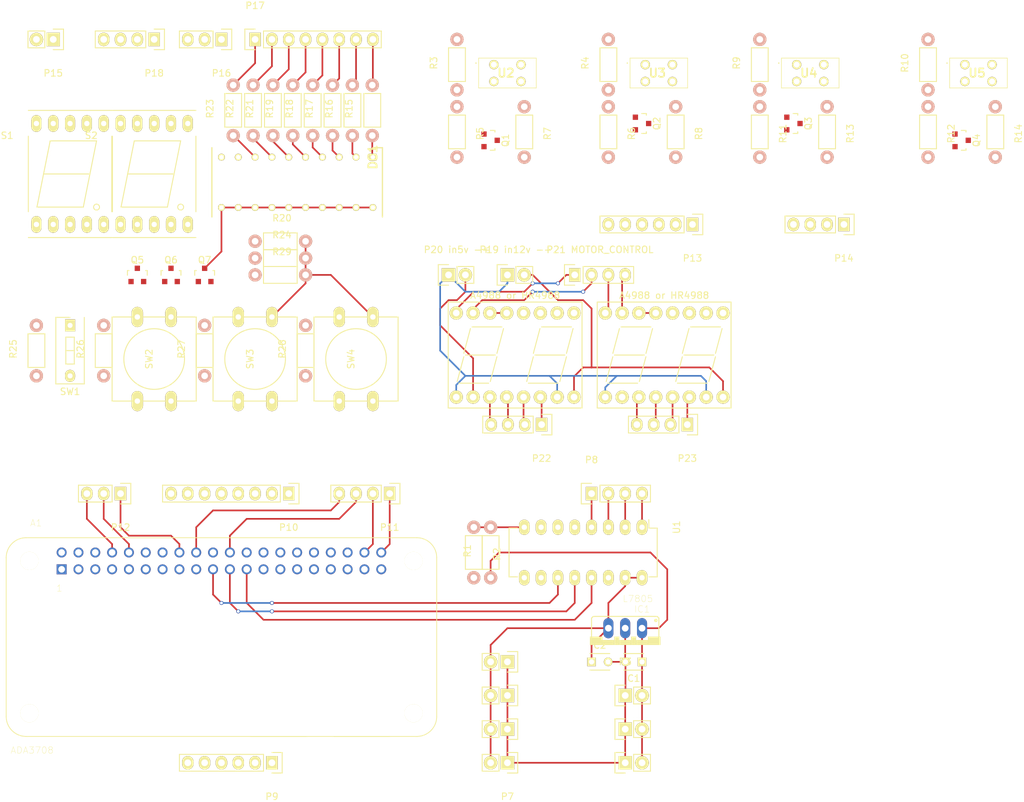
<source format=kicad_pcb>
(kicad_pcb (version 4) (host pcbnew 4.0.2+dfsg1-stable)

  (general
    (links 211)
    (no_connects 124)
    (area 24.832619 77.595 179.73512 199.115)
    (thickness 1.6)
    (drawings 0)
    (tracks 211)
    (zones 0)
    (modules 77)
    (nets 116)
  )

  (page A4)
  (layers
    (0 F.Cu signal)
    (31 B.Cu signal)
    (32 B.Adhes user)
    (33 F.Adhes user)
    (34 B.Paste user)
    (35 F.Paste user)
    (36 B.SilkS user)
    (37 F.SilkS user)
    (38 B.Mask user)
    (39 F.Mask user)
    (40 Dwgs.User user)
    (41 Cmts.User user)
    (42 Eco1.User user)
    (43 Eco2.User user)
    (44 Edge.Cuts user)
    (45 Margin user)
    (46 B.CrtYd user)
    (47 F.CrtYd user)
    (48 B.Fab user)
    (49 F.Fab user)
  )

  (setup
    (last_trace_width 0.25)
    (trace_clearance 0.2)
    (zone_clearance 0.508)
    (zone_45_only no)
    (trace_min 0.2)
    (segment_width 0.2)
    (edge_width 0.15)
    (via_size 0.6)
    (via_drill 0.4)
    (via_min_size 0.4)
    (via_min_drill 0.3)
    (uvia_size 0.3)
    (uvia_drill 0.1)
    (uvias_allowed no)
    (uvia_min_size 0.2)
    (uvia_min_drill 0.1)
    (pcb_text_width 0.3)
    (pcb_text_size 1.5 1.5)
    (mod_edge_width 0.15)
    (mod_text_size 1 1)
    (mod_text_width 0.15)
    (pad_size 1.524 1.524)
    (pad_drill 0.762)
    (pad_to_mask_clearance 0.2)
    (aux_axis_origin 0 0)
    (visible_elements FFFFFF7F)
    (pcbplotparams
      (layerselection 0x00030_80000001)
      (usegerberextensions false)
      (excludeedgelayer true)
      (linewidth 0.100000)
      (plotframeref false)
      (viasonmask false)
      (mode 1)
      (useauxorigin false)
      (hpglpennumber 1)
      (hpglpenspeed 20)
      (hpglpendiameter 15)
      (hpglpenoverlay 2)
      (psnegative false)
      (psa4output false)
      (plotreference true)
      (plotvalue true)
      (plotinvisibletext false)
      (padsonsilk false)
      (subtractmaskfromsilk false)
      (outputformat 1)
      (mirror false)
      (drillshape 1)
      (scaleselection 1)
      (outputdirectory ""))
  )

  (net 0 "")
  (net 1 "Net-(A1-Pad1)")
  (net 2 "Net-(A1-Pad2)")
  (net 3 LED1)
  (net 4 +5V)
  (net 5 LED2)
  (net 6 GND)
  (net 7 LED3)
  (net 8 LED_K1)
  (net 9 LED_K2)
  (net 10 MOTOR_R_DIRE1)
  (net 11 MOTOR_L_DIRE1)
  (net 12 LED4)
  (net 13 LED5)
  (net 14 LED_K3)
  (net 15 "Net-(A1-Pad17)")
  (net 16 SW1)
  (net 17 "Net-(A1-Pad19)")
  (net 18 "Net-(A1-Pad21)")
  (net 19 SW2)
  (net 20 "Net-(A1-Pad23)")
  (net 21 "Net-(A1-Pad24)")
  (net 22 "Net-(A1-Pad26)")
  (net 23 "Net-(A1-Pad27)")
  (net 24 "Net-(A1-Pad28)")
  (net 25 LED6)
  (net 26 LED7)
  (net 27 MOTOR_L_PWM)
  (net 28 MOTOR_R_PWM)
  (net 29 MOTOR_R_DIRE2)
  (net 30 MOTOR_L_DIRE2)
  (net 31 LED8)
  (net 32 SW3)
  (net 33 SW4)
  (net 34 "Net-(C1-Pad1)")
  (net 35 "Net-(DS1-Pad1)")
  (net 36 "Net-(DS1-Pad11)")
  (net 37 "Net-(DS1-Pad2)")
  (net 38 "Net-(DS1-Pad3)")
  (net 39 "Net-(DS1-Pad4)")
  (net 40 "Net-(DS1-Pad5)")
  (net 41 "Net-(DS1-Pad6)")
  (net 42 "Net-(DS1-Pad7)")
  (net 43 "Net-(DS1-Pad8)")
  (net 44 "Net-(DS1-Pad9)")
  (net 45 "Net-(DS1-Pad10)")
  (net 46 "Net-(P8-Pad1)")
  (net 47 "Net-(P8-Pad2)")
  (net 48 "Net-(P8-Pad3)")
  (net 49 "Net-(P8-Pad4)")
  (net 50 IR4)
  (net 51 IR3)
  (net 52 IR2)
  (net 53 IR1)
  (net 54 "Net-(P13-Pad5)")
  (net 55 "Net-(P13-Pad6)")
  (net 56 IR_SENSOR4)
  (net 57 IR_SENSOR3)
  (net 58 IR_SENSOR2)
  (net 59 IR_SENSOR1)
  (net 60 "Net-(P15-Pad1)")
  (net 61 "Net-(P15-Pad2)")
  (net 62 "Net-(P16-Pad1)")
  (net 63 "Net-(P16-Pad2)")
  (net 64 "Net-(P16-Pad3)")
  (net 65 "Net-(P17-Pad1)")
  (net 66 "Net-(P17-Pad2)")
  (net 67 "Net-(P17-Pad3)")
  (net 68 "Net-(P17-Pad4)")
  (net 69 "Net-(P17-Pad5)")
  (net 70 "Net-(P17-Pad6)")
  (net 71 "Net-(P17-Pad7)")
  (net 72 "Net-(P17-Pad8)")
  (net 73 "Net-(P18-Pad1)")
  (net 74 "Net-(P18-Pad2)")
  (net 75 "Net-(P18-Pad3)")
  (net 76 "Net-(P18-Pad4)")
  (net 77 "Net-(P19-Pad1)")
  (net 78 "Net-(P19-Pad2)")
  (net 79 "Net-(P20-Pad2)")
  (net 80 "Net-(P21-Pad1)")
  (net 81 "Net-(P21-Pad2)")
  (net 82 "Net-(P21-Pad3)")
  (net 83 "Net-(P21-Pad4)")
  (net 84 "Net-(P22-Pad1)")
  (net 85 "Net-(P22-Pad2)")
  (net 86 "Net-(P22-Pad3)")
  (net 87 "Net-(P22-Pad4)")
  (net 88 "Net-(P23-Pad1)")
  (net 89 "Net-(P23-Pad2)")
  (net 90 "Net-(P23-Pad3)")
  (net 91 "Net-(P23-Pad4)")
  (net 92 "Net-(Q1-Pad3)")
  (net 93 "Net-(Q2-Pad3)")
  (net 94 "Net-(Q3-Pad3)")
  (net 95 "Net-(Q4-Pad3)")
  (net 96 "Net-(Q5-Pad3)")
  (net 97 "Net-(Q6-Pad3)")
  (net 98 "Net-(R1-Pad2)")
  (net 99 "Net-(R3-Pad2)")
  (net 100 "Net-(R4-Pad2)")
  (net 101 "Net-(R9-Pad2)")
  (net 102 "Net-(R10-Pad2)")
  (net 103 "Net-(U1-Pad5)")
  (net 104 "Net-(U1-Pad6)")
  (net 105 "Net-(U1-Pad7)")
  (net 106 "Net-(U6-Pad13)")
  (net 107 "Net-(U6-Pad12)")
  (net 108 "Net-(U6-Pad11)")
  (net 109 "Net-(U6-Pad10)")
  (net 110 "Net-(U6-Pad9)")
  (net 111 "Net-(U7-Pad13)")
  (net 112 "Net-(U7-Pad12)")
  (net 113 "Net-(U7-Pad11)")
  (net 114 "Net-(U7-Pad10)")
  (net 115 "Net-(U7-Pad9)")

  (net_class Default "This is the default net class."
    (clearance 0.2)
    (trace_width 0.25)
    (via_dia 0.6)
    (via_drill 0.4)
    (uvia_dia 0.3)
    (uvia_drill 0.1)
    (add_net +5V)
    (add_net GND)
    (add_net IR1)
    (add_net IR2)
    (add_net IR3)
    (add_net IR4)
    (add_net IR_SENSOR1)
    (add_net IR_SENSOR2)
    (add_net IR_SENSOR3)
    (add_net IR_SENSOR4)
    (add_net LED1)
    (add_net LED2)
    (add_net LED3)
    (add_net LED4)
    (add_net LED5)
    (add_net LED6)
    (add_net LED7)
    (add_net LED8)
    (add_net LED_K1)
    (add_net LED_K2)
    (add_net LED_K3)
    (add_net MOTOR_L_DIRE1)
    (add_net MOTOR_L_DIRE2)
    (add_net MOTOR_L_PWM)
    (add_net MOTOR_R_DIRE1)
    (add_net MOTOR_R_DIRE2)
    (add_net MOTOR_R_PWM)
    (add_net "Net-(A1-Pad1)")
    (add_net "Net-(A1-Pad17)")
    (add_net "Net-(A1-Pad19)")
    (add_net "Net-(A1-Pad2)")
    (add_net "Net-(A1-Pad21)")
    (add_net "Net-(A1-Pad23)")
    (add_net "Net-(A1-Pad24)")
    (add_net "Net-(A1-Pad26)")
    (add_net "Net-(A1-Pad27)")
    (add_net "Net-(A1-Pad28)")
    (add_net "Net-(C1-Pad1)")
    (add_net "Net-(DS1-Pad1)")
    (add_net "Net-(DS1-Pad10)")
    (add_net "Net-(DS1-Pad11)")
    (add_net "Net-(DS1-Pad2)")
    (add_net "Net-(DS1-Pad3)")
    (add_net "Net-(DS1-Pad4)")
    (add_net "Net-(DS1-Pad5)")
    (add_net "Net-(DS1-Pad6)")
    (add_net "Net-(DS1-Pad7)")
    (add_net "Net-(DS1-Pad8)")
    (add_net "Net-(DS1-Pad9)")
    (add_net "Net-(P13-Pad5)")
    (add_net "Net-(P13-Pad6)")
    (add_net "Net-(P15-Pad1)")
    (add_net "Net-(P15-Pad2)")
    (add_net "Net-(P16-Pad1)")
    (add_net "Net-(P16-Pad2)")
    (add_net "Net-(P16-Pad3)")
    (add_net "Net-(P17-Pad1)")
    (add_net "Net-(P17-Pad2)")
    (add_net "Net-(P17-Pad3)")
    (add_net "Net-(P17-Pad4)")
    (add_net "Net-(P17-Pad5)")
    (add_net "Net-(P17-Pad6)")
    (add_net "Net-(P17-Pad7)")
    (add_net "Net-(P17-Pad8)")
    (add_net "Net-(P18-Pad1)")
    (add_net "Net-(P18-Pad2)")
    (add_net "Net-(P18-Pad3)")
    (add_net "Net-(P18-Pad4)")
    (add_net "Net-(P19-Pad1)")
    (add_net "Net-(P19-Pad2)")
    (add_net "Net-(P20-Pad2)")
    (add_net "Net-(P21-Pad1)")
    (add_net "Net-(P21-Pad2)")
    (add_net "Net-(P21-Pad3)")
    (add_net "Net-(P21-Pad4)")
    (add_net "Net-(P22-Pad1)")
    (add_net "Net-(P22-Pad2)")
    (add_net "Net-(P22-Pad3)")
    (add_net "Net-(P22-Pad4)")
    (add_net "Net-(P23-Pad1)")
    (add_net "Net-(P23-Pad2)")
    (add_net "Net-(P23-Pad3)")
    (add_net "Net-(P23-Pad4)")
    (add_net "Net-(P8-Pad1)")
    (add_net "Net-(P8-Pad2)")
    (add_net "Net-(P8-Pad3)")
    (add_net "Net-(P8-Pad4)")
    (add_net "Net-(Q1-Pad3)")
    (add_net "Net-(Q2-Pad3)")
    (add_net "Net-(Q3-Pad3)")
    (add_net "Net-(Q4-Pad3)")
    (add_net "Net-(Q5-Pad3)")
    (add_net "Net-(Q6-Pad3)")
    (add_net "Net-(R1-Pad2)")
    (add_net "Net-(R10-Pad2)")
    (add_net "Net-(R3-Pad2)")
    (add_net "Net-(R4-Pad2)")
    (add_net "Net-(R9-Pad2)")
    (add_net "Net-(U1-Pad5)")
    (add_net "Net-(U1-Pad6)")
    (add_net "Net-(U1-Pad7)")
    (add_net "Net-(U6-Pad10)")
    (add_net "Net-(U6-Pad11)")
    (add_net "Net-(U6-Pad12)")
    (add_net "Net-(U6-Pad13)")
    (add_net "Net-(U6-Pad9)")
    (add_net "Net-(U7-Pad10)")
    (add_net "Net-(U7-Pad11)")
    (add_net "Net-(U7-Pad12)")
    (add_net "Net-(U7-Pad13)")
    (add_net "Net-(U7-Pad9)")
    (add_net SW1)
    (add_net SW2)
    (add_net SW3)
    (add_net SW4)
  )

  (module ADA3708:ADA3708_RPI-ZERO (layer F.Cu) (tedit 0) (tstamp 5D7CC8E5)
    (at 58.42 162.56)
    (descr "Raspberry Pi board model B+, full outline with position of big connectors &amp; drill holes")
    (path /5D7C8F11)
    (fp_text reference A1 (at -27.9928 -5.72581) (layer F.SilkS)
      (effects (font (size 1.00189 1.00189) (thickness 0.05)))
    )
    (fp_text value ADA3708 (at -28.5911 28.591) (layer F.SilkS)
      (effects (font (size 1.00056 1.00056) (thickness 0.05)))
    )
    (fp_circle (center -29 23) (end -25.9 23) (layer Eco2.User) (width 0.127))
    (fp_circle (center 29 23) (end 32.1 23) (layer Eco2.User) (width 0.127))
    (fp_circle (center 29 0) (end 32.1 0) (layer Eco2.User) (width 0.127))
    (fp_circle (center -29 0) (end -25.9 0) (layer Eco2.User) (width 0.127))
    (fp_arc (start -29.5 23.5) (end -29.5 26.5) (angle 90) (layer Eco2.User) (width 0.127))
    (fp_line (start -29.5 26.5) (end -25.65 26.5) (layer Eco2.User) (width 0.127))
    (fp_line (start -25.65 26.5) (end -18.15 26.5) (layer Eco2.User) (width 0.127))
    (fp_line (start -18.15 26.5) (end 29.5 26.5) (layer Eco2.User) (width 0.127))
    (fp_arc (start 29.5 23.5) (end 32.5 23.5) (angle 90) (layer Eco2.User) (width 0.127))
    (fp_line (start 32.5 23.5) (end 32.5 -0.5) (layer Eco2.User) (width 0.127))
    (fp_arc (start 29.5 -0.5) (end 29.5 -3.5) (angle 90) (layer Eco2.User) (width 0.127))
    (fp_line (start 29.5 -3.5) (end -29.5 -3.5) (layer Eco2.User) (width 0.127))
    (fp_arc (start -29.5 -0.5) (end -32.5 -0.5) (angle 90) (layer Eco2.User) (width 0.127))
    (fp_line (start -32.5 -0.5) (end -32.5 23.5) (layer Eco2.User) (width 0.127))
    (fp_line (start -25.65 26.5) (end -25.65 20.75) (layer Eco2.User) (width 0.127))
    (fp_line (start -25.65 20.75) (end -18.15 20.75) (layer Eco2.User) (width 0.127))
    (fp_line (start -18.15 20.75) (end -18.15 26.5) (layer Eco2.User) (width 0.127))
    (fp_line (start -25.65 26.5) (end -25.9 27) (layer Eco2.User) (width 0.127))
    (fp_line (start -25.9 27) (end -17.9 27) (layer Eco2.User) (width 0.127))
    (fp_line (start -17.9 27) (end -18.15 26.5) (layer Eco2.User) (width 0.127))
    (fp_text user 1 (at -24.4727 4.13175) (layer F.SilkS)
      (effects (font (size 1 1) (thickness 0.05)))
    )
    (fp_line (start 4.4 26.5) (end 5.25 26.5) (layer Eco2.User) (width 0.127))
    (fp_line (start 5.25 26.5) (end 12.75 26.5) (layer Eco2.User) (width 0.127))
    (fp_line (start 5.25 26.5) (end 5.25 20.75) (layer Eco2.User) (width 0.127))
    (fp_line (start 5.25 20.75) (end 12.75 20.75) (layer Eco2.User) (width 0.127))
    (fp_line (start 12.75 20.75) (end 12.75 26.5) (layer Eco2.User) (width 0.127))
    (fp_line (start 5.25 26.5) (end 5 27) (layer Eco2.User) (width 0.127))
    (fp_line (start 5 27) (end 13 27) (layer Eco2.User) (width 0.127))
    (fp_line (start 13 27) (end 12.75 26.5) (layer Eco2.User) (width 0.127))
    (fp_line (start 17 26.5) (end 17.85 26.5) (layer Eco2.User) (width 0.127))
    (fp_line (start 17.85 26.5) (end 25.35 26.5) (layer Eco2.User) (width 0.127))
    (fp_line (start 17.85 26.5) (end 17.85 20.75) (layer Eco2.User) (width 0.127))
    (fp_line (start 17.85 20.75) (end 25.35 20.75) (layer Eco2.User) (width 0.127))
    (fp_line (start 25.35 20.75) (end 25.35 26.5) (layer Eco2.User) (width 0.127))
    (fp_line (start 17.85 26.5) (end 17.6 27) (layer Eco2.User) (width 0.127))
    (fp_line (start 17.6 27) (end 25.6 27) (layer Eco2.User) (width 0.127))
    (fp_line (start 25.6 27) (end 25.35 26.5) (layer Eco2.User) (width 0.127))
    (fp_line (start -25.4 -2.54) (end -25.4 2.54) (layer Eco2.User) (width 0.127))
    (fp_line (start -25.4 2.54) (end 25.4 2.54) (layer Eco2.User) (width 0.127))
    (fp_line (start 25.4 2.54) (end 25.4 -2.54) (layer Eco2.User) (width 0.127))
    (fp_line (start 25.4 -2.54) (end -25.4 -2.54) (layer Eco2.User) (width 0.127))
    (fp_line (start -32.75 -3.75) (end 32.75 -3.75) (layer Eco1.User) (width 0.05))
    (fp_line (start 32.75 -3.75) (end 32.75 27.25) (layer Eco1.User) (width 0.05))
    (fp_line (start 32.75 27.25) (end -32.75 27.25) (layer Eco1.User) (width 0.05))
    (fp_line (start -32.75 27.25) (end -32.75 -3.75) (layer Eco1.User) (width 0.05))
    (fp_arc (start -29.5 23.5) (end -29.5 26.5) (angle 90) (layer F.SilkS) (width 0.127))
    (fp_line (start -29.5 26.5) (end 29.5 26.5) (layer F.SilkS) (width 0.127))
    (fp_arc (start 29.5 23.5) (end 32.5 23.5) (angle 90) (layer F.SilkS) (width 0.127))
    (fp_line (start 32.5 23.5) (end 32.5 -0.5) (layer F.SilkS) (width 0.127))
    (fp_arc (start 29.5 -0.5) (end 29.5 -3.5) (angle 90) (layer F.SilkS) (width 0.127))
    (fp_line (start 29.5 -3.5) (end -29.5 -3.5) (layer F.SilkS) (width 0.127))
    (fp_arc (start -29.5 -0.5) (end -32.5 -0.5) (angle 90) (layer F.SilkS) (width 0.127))
    (fp_line (start -32.5 -0.5) (end -32.5 23.5) (layer F.SilkS) (width 0.127))
    (fp_line (start 4.4 26.5) (end 12.75 26.5) (layer F.SilkS) (width 0.127))
    (fp_line (start 17 26.5) (end 25.35 26.5) (layer F.SilkS) (width 0.127))
    (pad 1 thru_hole rect (at -24.13 1.27) (size 1.508 1.508) (drill 1) (layers *.Cu *.Mask)
      (net 1 "Net-(A1-Pad1)"))
    (pad 2 thru_hole circle (at -24.13 -1.27) (size 1.508 1.508) (drill 1) (layers *.Cu *.Mask)
      (net 2 "Net-(A1-Pad2)"))
    (pad 3 thru_hole circle (at -21.59 1.27) (size 1.508 1.508) (drill 1) (layers *.Cu *.Mask)
      (net 3 LED1))
    (pad 4 thru_hole circle (at -21.59 -1.27) (size 1.508 1.508) (drill 1) (layers *.Cu *.Mask)
      (net 4 +5V))
    (pad 5 thru_hole circle (at -19.05 1.27) (size 1.508 1.508) (drill 1) (layers *.Cu *.Mask)
      (net 5 LED2))
    (pad 6 thru_hole circle (at -19.05 -1.27) (size 1.508 1.508) (drill 1) (layers *.Cu *.Mask)
      (net 6 GND))
    (pad 7 thru_hole circle (at -16.51 1.27) (size 1.508 1.508) (drill 1) (layers *.Cu *.Mask)
      (net 7 LED3))
    (pad 8 thru_hole circle (at -16.51 -1.27) (size 1.508 1.508) (drill 1) (layers *.Cu *.Mask)
      (net 8 LED_K1))
    (pad 9 thru_hole circle (at -13.97 1.27) (size 1.508 1.508) (drill 1) (layers *.Cu *.Mask)
      (net 6 GND))
    (pad 10 thru_hole circle (at -13.97 -1.27) (size 1.508 1.508) (drill 1) (layers *.Cu *.Mask)
      (net 9 LED_K2))
    (pad 11 thru_hole circle (at -11.43 1.27) (size 1.508 1.508) (drill 1) (layers *.Cu *.Mask)
      (net 10 MOTOR_R_DIRE1))
    (pad 12 thru_hole circle (at -11.43 -1.27) (size 1.508 1.508) (drill 1) (layers *.Cu *.Mask)
      (net 11 MOTOR_L_DIRE1))
    (pad 13 thru_hole circle (at -8.89 1.27) (size 1.508 1.508) (drill 1) (layers *.Cu *.Mask)
      (net 12 LED4))
    (pad 14 thru_hole circle (at -8.89 -1.27) (size 1.508 1.508) (drill 1) (layers *.Cu *.Mask)
      (net 6 GND))
    (pad 15 thru_hole circle (at -6.35 1.27) (size 1.508 1.508) (drill 1) (layers *.Cu *.Mask)
      (net 13 LED5))
    (pad 16 thru_hole circle (at -6.35 -1.27) (size 1.508 1.508) (drill 1) (layers *.Cu *.Mask)
      (net 14 LED_K3))
    (pad 17 thru_hole circle (at -3.81 1.27) (size 1.508 1.508) (drill 1) (layers *.Cu *.Mask)
      (net 15 "Net-(A1-Pad17)"))
    (pad 18 thru_hole circle (at -3.81 -1.27) (size 1.508 1.508) (drill 1) (layers *.Cu *.Mask)
      (net 16 SW1))
    (pad 19 thru_hole circle (at -1.27 1.27) (size 1.508 1.508) (drill 1) (layers *.Cu *.Mask)
      (net 17 "Net-(A1-Pad19)"))
    (pad 20 thru_hole circle (at -1.27 -1.27) (size 1.508 1.508) (drill 1) (layers *.Cu *.Mask)
      (net 6 GND))
    (pad 21 thru_hole circle (at 1.27 1.27) (size 1.508 1.508) (drill 1) (layers *.Cu *.Mask)
      (net 18 "Net-(A1-Pad21)"))
    (pad 22 thru_hole circle (at 1.27 -1.27) (size 1.508 1.508) (drill 1) (layers *.Cu *.Mask)
      (net 19 SW2))
    (pad 23 thru_hole circle (at 3.81 1.27) (size 1.508 1.508) (drill 1) (layers *.Cu *.Mask)
      (net 20 "Net-(A1-Pad23)"))
    (pad 24 thru_hole circle (at 3.81 -1.27) (size 1.508 1.508) (drill 1) (layers *.Cu *.Mask)
      (net 21 "Net-(A1-Pad24)"))
    (pad 25 thru_hole circle (at 6.35 1.27) (size 1.508 1.508) (drill 1) (layers *.Cu *.Mask)
      (net 6 GND))
    (pad 26 thru_hole circle (at 6.35 -1.27) (size 1.508 1.508) (drill 1) (layers *.Cu *.Mask)
      (net 22 "Net-(A1-Pad26)"))
    (pad 27 thru_hole circle (at 8.89 1.27) (size 1.508 1.508) (drill 1) (layers *.Cu *.Mask)
      (net 23 "Net-(A1-Pad27)"))
    (pad 28 thru_hole circle (at 8.89 -1.27) (size 1.508 1.508) (drill 1) (layers *.Cu *.Mask)
      (net 24 "Net-(A1-Pad28)"))
    (pad 29 thru_hole circle (at 11.43 1.27) (size 1.508 1.508) (drill 1) (layers *.Cu *.Mask)
      (net 25 LED6))
    (pad 30 thru_hole circle (at 11.43 -1.27) (size 1.508 1.508) (drill 1) (layers *.Cu *.Mask)
      (net 6 GND))
    (pad 31 thru_hole circle (at 13.97 1.27) (size 1.508 1.508) (drill 1) (layers *.Cu *.Mask)
      (net 26 LED7))
    (pad 32 thru_hole circle (at 13.97 -1.27) (size 1.508 1.508) (drill 1) (layers *.Cu *.Mask)
      (net 27 MOTOR_L_PWM))
    (pad 33 thru_hole circle (at 16.51 1.27) (size 1.508 1.508) (drill 1) (layers *.Cu *.Mask)
      (net 28 MOTOR_R_PWM))
    (pad 34 thru_hole circle (at 16.51 -1.27) (size 1.508 1.508) (drill 1) (layers *.Cu *.Mask)
      (net 6 GND))
    (pad 35 thru_hole circle (at 19.05 1.27) (size 1.508 1.508) (drill 1) (layers *.Cu *.Mask)
      (net 29 MOTOR_R_DIRE2))
    (pad 36 thru_hole circle (at 19.05 -1.27) (size 1.508 1.508) (drill 1) (layers *.Cu *.Mask)
      (net 30 MOTOR_L_DIRE2))
    (pad 37 thru_hole circle (at 21.59 1.27) (size 1.508 1.508) (drill 1) (layers *.Cu *.Mask)
      (net 31 LED8))
    (pad 38 thru_hole circle (at 21.59 -1.27) (size 1.508 1.508) (drill 1) (layers *.Cu *.Mask)
      (net 32 SW3))
    (pad 39 thru_hole circle (at 24.13 1.27) (size 1.508 1.508) (drill 1) (layers *.Cu *.Mask)
      (net 6 GND))
    (pad 40 thru_hole circle (at 24.13 -1.27) (size 1.508 1.508) (drill 1) (layers *.Cu *.Mask)
      (net 33 SW4))
    (pad Hole np_thru_hole circle (at -29 23) (size 2.75 2.75) (drill 2.75) (layers *.Cu *.Mask F.SilkS))
    (pad Hole np_thru_hole circle (at -29 0) (size 2.75 2.75) (drill 2.75) (layers *.Cu *.Mask F.SilkS))
    (pad Hole np_thru_hole circle (at 29 23) (size 2.75 2.75) (drill 2.75) (layers *.Cu *.Mask F.SilkS))
    (pad Hole np_thru_hole circle (at 29 0) (size 2.75 2.75) (drill 2.75) (layers *.Cu *.Mask F.SilkS))
  )

  (module Capacitors_ThroughHole:C_Disc_D3_P2.5 (layer F.Cu) (tedit 0) (tstamp 5D7CC8EB)
    (at 121.92 177.8 180)
    (descr "Capacitor 3mm Disc, Pitch 2.5mm")
    (tags Capacitor)
    (path /5D7BB8AB)
    (fp_text reference C1 (at 1.25 -2.5 180) (layer F.SilkS)
      (effects (font (size 1 1) (thickness 0.15)))
    )
    (fp_text value 0.33uF (at 1.25 2.5 180) (layer F.Fab)
      (effects (font (size 1 1) (thickness 0.15)))
    )
    (fp_line (start -0.9 -1.5) (end 3.4 -1.5) (layer F.CrtYd) (width 0.05))
    (fp_line (start 3.4 -1.5) (end 3.4 1.5) (layer F.CrtYd) (width 0.05))
    (fp_line (start 3.4 1.5) (end -0.9 1.5) (layer F.CrtYd) (width 0.05))
    (fp_line (start -0.9 1.5) (end -0.9 -1.5) (layer F.CrtYd) (width 0.05))
    (fp_line (start -0.25 -1.25) (end 2.75 -1.25) (layer F.SilkS) (width 0.15))
    (fp_line (start 2.75 1.25) (end -0.25 1.25) (layer F.SilkS) (width 0.15))
    (pad 1 thru_hole rect (at 0 0 180) (size 1.3 1.3) (drill 0.8) (layers *.Cu *.Mask F.SilkS)
      (net 34 "Net-(C1-Pad1)"))
    (pad 2 thru_hole circle (at 2.5 0 180) (size 1.3 1.3) (drill 0.8001) (layers *.Cu *.Mask F.SilkS)
      (net 6 GND))
    (model Capacitors_ThroughHole.3dshapes/C_Disc_D3_P2.5.wrl
      (at (xyz 0.0492126 0 0))
      (scale (xyz 1 1 1))
      (rotate (xyz 0 0 0))
    )
  )

  (module Capacitors_ThroughHole:C_Disc_D3_P2.5 (layer F.Cu) (tedit 0) (tstamp 5D7CC8F1)
    (at 114.3 177.8)
    (descr "Capacitor 3mm Disc, Pitch 2.5mm")
    (tags Capacitor)
    (path /5D7BB97A)
    (fp_text reference C2 (at 1.25 -2.5) (layer F.SilkS)
      (effects (font (size 1 1) (thickness 0.15)))
    )
    (fp_text value 0.1uF (at 1.25 2.5) (layer F.Fab)
      (effects (font (size 1 1) (thickness 0.15)))
    )
    (fp_line (start -0.9 -1.5) (end 3.4 -1.5) (layer F.CrtYd) (width 0.05))
    (fp_line (start 3.4 -1.5) (end 3.4 1.5) (layer F.CrtYd) (width 0.05))
    (fp_line (start 3.4 1.5) (end -0.9 1.5) (layer F.CrtYd) (width 0.05))
    (fp_line (start -0.9 1.5) (end -0.9 -1.5) (layer F.CrtYd) (width 0.05))
    (fp_line (start -0.25 -1.25) (end 2.75 -1.25) (layer F.SilkS) (width 0.15))
    (fp_line (start 2.75 1.25) (end -0.25 1.25) (layer F.SilkS) (width 0.15))
    (pad 1 thru_hole rect (at 0 0) (size 1.3 1.3) (drill 0.8) (layers *.Cu *.Mask F.SilkS)
      (net 4 +5V))
    (pad 2 thru_hole circle (at 2.5 0) (size 1.3 1.3) (drill 0.8001) (layers *.Cu *.Mask F.SilkS)
      (net 6 GND))
    (model Capacitors_ThroughHole.3dshapes/C_Disc_D3_P2.5.wrl
      (at (xyz 0.0492126 0 0))
      (scale (xyz 1 1 1))
      (rotate (xyz 0 0 0))
    )
  )

  (module Socket_Strips:Socket_Strip_Straight_1x02 (layer F.Cu) (tedit 54E9F75E) (tstamp 5D7CC916)
    (at 119.38 187.96)
    (descr "Through hole socket strip")
    (tags "socket strip")
    (path /5D7DBE9A)
    (fp_text reference P1 (at 0 -5.1) (layer F.SilkS)
      (effects (font (size 1 1) (thickness 0.15)))
    )
    (fp_text value SOURCE_12v (at 0 -3.1) (layer F.Fab)
      (effects (font (size 1 1) (thickness 0.15)))
    )
    (fp_line (start -1.55 1.55) (end 0 1.55) (layer F.SilkS) (width 0.15))
    (fp_line (start 3.81 1.27) (end 1.27 1.27) (layer F.SilkS) (width 0.15))
    (fp_line (start -1.75 -1.75) (end -1.75 1.75) (layer F.CrtYd) (width 0.05))
    (fp_line (start 4.3 -1.75) (end 4.3 1.75) (layer F.CrtYd) (width 0.05))
    (fp_line (start -1.75 -1.75) (end 4.3 -1.75) (layer F.CrtYd) (width 0.05))
    (fp_line (start -1.75 1.75) (end 4.3 1.75) (layer F.CrtYd) (width 0.05))
    (fp_line (start 1.27 1.27) (end 1.27 -1.27) (layer F.SilkS) (width 0.15))
    (fp_line (start 0 -1.55) (end -1.55 -1.55) (layer F.SilkS) (width 0.15))
    (fp_line (start -1.55 -1.55) (end -1.55 1.55) (layer F.SilkS) (width 0.15))
    (fp_line (start 1.27 -1.27) (end 3.81 -1.27) (layer F.SilkS) (width 0.15))
    (fp_line (start 3.81 -1.27) (end 3.81 1.27) (layer F.SilkS) (width 0.15))
    (pad 1 thru_hole rect (at 0 0) (size 2.032 2.032) (drill 1.016) (layers *.Cu *.Mask F.SilkS)
      (net 6 GND))
    (pad 2 thru_hole oval (at 2.54 0) (size 2.032 2.032) (drill 1.016) (layers *.Cu *.Mask F.SilkS)
      (net 34 "Net-(C1-Pad1)"))
    (model Socket_Strips.3dshapes/Socket_Strip_Straight_1x02.wrl
      (at (xyz 0.05 0 0))
      (scale (xyz 1 1 1))
      (rotate (xyz 0 0 180))
    )
  )

  (module Socket_Strips:Socket_Strip_Straight_1x02 (layer F.Cu) (tedit 54E9F75E) (tstamp 5D7CC91C)
    (at 119.38 193.04)
    (descr "Through hole socket strip")
    (tags "socket strip")
    (path /5D7DBD82)
    (fp_text reference P2 (at 0 -5.1) (layer F.SilkS)
      (effects (font (size 1 1) (thickness 0.15)))
    )
    (fp_text value SOURCE_12v (at 0 -3.1) (layer F.Fab)
      (effects (font (size 1 1) (thickness 0.15)))
    )
    (fp_line (start -1.55 1.55) (end 0 1.55) (layer F.SilkS) (width 0.15))
    (fp_line (start 3.81 1.27) (end 1.27 1.27) (layer F.SilkS) (width 0.15))
    (fp_line (start -1.75 -1.75) (end -1.75 1.75) (layer F.CrtYd) (width 0.05))
    (fp_line (start 4.3 -1.75) (end 4.3 1.75) (layer F.CrtYd) (width 0.05))
    (fp_line (start -1.75 -1.75) (end 4.3 -1.75) (layer F.CrtYd) (width 0.05))
    (fp_line (start -1.75 1.75) (end 4.3 1.75) (layer F.CrtYd) (width 0.05))
    (fp_line (start 1.27 1.27) (end 1.27 -1.27) (layer F.SilkS) (width 0.15))
    (fp_line (start 0 -1.55) (end -1.55 -1.55) (layer F.SilkS) (width 0.15))
    (fp_line (start -1.55 -1.55) (end -1.55 1.55) (layer F.SilkS) (width 0.15))
    (fp_line (start 1.27 -1.27) (end 3.81 -1.27) (layer F.SilkS) (width 0.15))
    (fp_line (start 3.81 -1.27) (end 3.81 1.27) (layer F.SilkS) (width 0.15))
    (pad 1 thru_hole rect (at 0 0) (size 2.032 2.032) (drill 1.016) (layers *.Cu *.Mask F.SilkS)
      (net 6 GND))
    (pad 2 thru_hole oval (at 2.54 0) (size 2.032 2.032) (drill 1.016) (layers *.Cu *.Mask F.SilkS)
      (net 34 "Net-(C1-Pad1)"))
    (model Socket_Strips.3dshapes/Socket_Strip_Straight_1x02.wrl
      (at (xyz 0.05 0 0))
      (scale (xyz 1 1 1))
      (rotate (xyz 0 0 180))
    )
  )

  (module Socket_Strips:Socket_Strip_Straight_1x02 (layer F.Cu) (tedit 54E9F75E) (tstamp 5D7CC922)
    (at 119.38 182.88)
    (descr "Through hole socket strip")
    (tags "socket strip")
    (path /5D7BBC6E)
    (fp_text reference P3 (at 0 -5.1) (layer F.SilkS)
      (effects (font (size 1 1) (thickness 0.15)))
    )
    (fp_text value "battery 12v" (at 0 -3.1) (layer F.Fab)
      (effects (font (size 1 1) (thickness 0.15)))
    )
    (fp_line (start -1.55 1.55) (end 0 1.55) (layer F.SilkS) (width 0.15))
    (fp_line (start 3.81 1.27) (end 1.27 1.27) (layer F.SilkS) (width 0.15))
    (fp_line (start -1.75 -1.75) (end -1.75 1.75) (layer F.CrtYd) (width 0.05))
    (fp_line (start 4.3 -1.75) (end 4.3 1.75) (layer F.CrtYd) (width 0.05))
    (fp_line (start -1.75 -1.75) (end 4.3 -1.75) (layer F.CrtYd) (width 0.05))
    (fp_line (start -1.75 1.75) (end 4.3 1.75) (layer F.CrtYd) (width 0.05))
    (fp_line (start 1.27 1.27) (end 1.27 -1.27) (layer F.SilkS) (width 0.15))
    (fp_line (start 0 -1.55) (end -1.55 -1.55) (layer F.SilkS) (width 0.15))
    (fp_line (start -1.55 -1.55) (end -1.55 1.55) (layer F.SilkS) (width 0.15))
    (fp_line (start 1.27 -1.27) (end 3.81 -1.27) (layer F.SilkS) (width 0.15))
    (fp_line (start 3.81 -1.27) (end 3.81 1.27) (layer F.SilkS) (width 0.15))
    (pad 1 thru_hole rect (at 0 0) (size 2.032 2.032) (drill 1.016) (layers *.Cu *.Mask F.SilkS)
      (net 6 GND))
    (pad 2 thru_hole oval (at 2.54 0) (size 2.032 2.032) (drill 1.016) (layers *.Cu *.Mask F.SilkS)
      (net 34 "Net-(C1-Pad1)"))
    (model Socket_Strips.3dshapes/Socket_Strip_Straight_1x02.wrl
      (at (xyz 0.05 0 0))
      (scale (xyz 1 1 1))
      (rotate (xyz 0 0 180))
    )
  )

  (module Socket_Strips:Socket_Strip_Straight_1x02 (layer F.Cu) (tedit 54E9F75E) (tstamp 5D7CC928)
    (at 101.6 177.8 180)
    (descr "Through hole socket strip")
    (tags "socket strip")
    (path /5D7DB08F)
    (fp_text reference P4 (at 0 -5.1 180) (layer F.SilkS)
      (effects (font (size 1 1) (thickness 0.15)))
    )
    (fp_text value SOURCE_5v (at 0 -3.1 180) (layer F.Fab)
      (effects (font (size 1 1) (thickness 0.15)))
    )
    (fp_line (start -1.55 1.55) (end 0 1.55) (layer F.SilkS) (width 0.15))
    (fp_line (start 3.81 1.27) (end 1.27 1.27) (layer F.SilkS) (width 0.15))
    (fp_line (start -1.75 -1.75) (end -1.75 1.75) (layer F.CrtYd) (width 0.05))
    (fp_line (start 4.3 -1.75) (end 4.3 1.75) (layer F.CrtYd) (width 0.05))
    (fp_line (start -1.75 -1.75) (end 4.3 -1.75) (layer F.CrtYd) (width 0.05))
    (fp_line (start -1.75 1.75) (end 4.3 1.75) (layer F.CrtYd) (width 0.05))
    (fp_line (start 1.27 1.27) (end 1.27 -1.27) (layer F.SilkS) (width 0.15))
    (fp_line (start 0 -1.55) (end -1.55 -1.55) (layer F.SilkS) (width 0.15))
    (fp_line (start -1.55 -1.55) (end -1.55 1.55) (layer F.SilkS) (width 0.15))
    (fp_line (start 1.27 -1.27) (end 3.81 -1.27) (layer F.SilkS) (width 0.15))
    (fp_line (start 3.81 -1.27) (end 3.81 1.27) (layer F.SilkS) (width 0.15))
    (pad 1 thru_hole rect (at 0 0 180) (size 2.032 2.032) (drill 1.016) (layers *.Cu *.Mask F.SilkS)
      (net 6 GND))
    (pad 2 thru_hole oval (at 2.54 0 180) (size 2.032 2.032) (drill 1.016) (layers *.Cu *.Mask F.SilkS)
      (net 4 +5V))
    (model Socket_Strips.3dshapes/Socket_Strip_Straight_1x02.wrl
      (at (xyz 0.05 0 0))
      (scale (xyz 1 1 1))
      (rotate (xyz 0 0 180))
    )
  )

  (module Socket_Strips:Socket_Strip_Straight_1x02 (layer F.Cu) (tedit 54E9F75E) (tstamp 5D7CC92E)
    (at 101.6 182.88 180)
    (descr "Through hole socket strip")
    (tags "socket strip")
    (path /5D7DB4B8)
    (fp_text reference P5 (at 0 -5.1 180) (layer F.SilkS)
      (effects (font (size 1 1) (thickness 0.15)))
    )
    (fp_text value SOURCE_5v (at 0 -3.1 180) (layer F.Fab)
      (effects (font (size 1 1) (thickness 0.15)))
    )
    (fp_line (start -1.55 1.55) (end 0 1.55) (layer F.SilkS) (width 0.15))
    (fp_line (start 3.81 1.27) (end 1.27 1.27) (layer F.SilkS) (width 0.15))
    (fp_line (start -1.75 -1.75) (end -1.75 1.75) (layer F.CrtYd) (width 0.05))
    (fp_line (start 4.3 -1.75) (end 4.3 1.75) (layer F.CrtYd) (width 0.05))
    (fp_line (start -1.75 -1.75) (end 4.3 -1.75) (layer F.CrtYd) (width 0.05))
    (fp_line (start -1.75 1.75) (end 4.3 1.75) (layer F.CrtYd) (width 0.05))
    (fp_line (start 1.27 1.27) (end 1.27 -1.27) (layer F.SilkS) (width 0.15))
    (fp_line (start 0 -1.55) (end -1.55 -1.55) (layer F.SilkS) (width 0.15))
    (fp_line (start -1.55 -1.55) (end -1.55 1.55) (layer F.SilkS) (width 0.15))
    (fp_line (start 1.27 -1.27) (end 3.81 -1.27) (layer F.SilkS) (width 0.15))
    (fp_line (start 3.81 -1.27) (end 3.81 1.27) (layer F.SilkS) (width 0.15))
    (pad 1 thru_hole rect (at 0 0 180) (size 2.032 2.032) (drill 1.016) (layers *.Cu *.Mask F.SilkS)
      (net 6 GND))
    (pad 2 thru_hole oval (at 2.54 0 180) (size 2.032 2.032) (drill 1.016) (layers *.Cu *.Mask F.SilkS)
      (net 4 +5V))
    (model Socket_Strips.3dshapes/Socket_Strip_Straight_1x02.wrl
      (at (xyz 0.05 0 0))
      (scale (xyz 1 1 1))
      (rotate (xyz 0 0 180))
    )
  )

  (module Socket_Strips:Socket_Strip_Straight_1x02 (layer F.Cu) (tedit 54E9F75E) (tstamp 5D7CC934)
    (at 101.6 187.96 180)
    (descr "Through hole socket strip")
    (tags "socket strip")
    (path /5D7DB517)
    (fp_text reference P6 (at 0 -5.1 180) (layer F.SilkS)
      (effects (font (size 1 1) (thickness 0.15)))
    )
    (fp_text value SOURCE_5v (at 0 -3.1 180) (layer F.Fab)
      (effects (font (size 1 1) (thickness 0.15)))
    )
    (fp_line (start -1.55 1.55) (end 0 1.55) (layer F.SilkS) (width 0.15))
    (fp_line (start 3.81 1.27) (end 1.27 1.27) (layer F.SilkS) (width 0.15))
    (fp_line (start -1.75 -1.75) (end -1.75 1.75) (layer F.CrtYd) (width 0.05))
    (fp_line (start 4.3 -1.75) (end 4.3 1.75) (layer F.CrtYd) (width 0.05))
    (fp_line (start -1.75 -1.75) (end 4.3 -1.75) (layer F.CrtYd) (width 0.05))
    (fp_line (start -1.75 1.75) (end 4.3 1.75) (layer F.CrtYd) (width 0.05))
    (fp_line (start 1.27 1.27) (end 1.27 -1.27) (layer F.SilkS) (width 0.15))
    (fp_line (start 0 -1.55) (end -1.55 -1.55) (layer F.SilkS) (width 0.15))
    (fp_line (start -1.55 -1.55) (end -1.55 1.55) (layer F.SilkS) (width 0.15))
    (fp_line (start 1.27 -1.27) (end 3.81 -1.27) (layer F.SilkS) (width 0.15))
    (fp_line (start 3.81 -1.27) (end 3.81 1.27) (layer F.SilkS) (width 0.15))
    (pad 1 thru_hole rect (at 0 0 180) (size 2.032 2.032) (drill 1.016) (layers *.Cu *.Mask F.SilkS)
      (net 6 GND))
    (pad 2 thru_hole oval (at 2.54 0 180) (size 2.032 2.032) (drill 1.016) (layers *.Cu *.Mask F.SilkS)
      (net 4 +5V))
    (model Socket_Strips.3dshapes/Socket_Strip_Straight_1x02.wrl
      (at (xyz 0.05 0 0))
      (scale (xyz 1 1 1))
      (rotate (xyz 0 0 180))
    )
  )

  (module Socket_Strips:Socket_Strip_Straight_1x02 (layer F.Cu) (tedit 54E9F75E) (tstamp 5D7CC93A)
    (at 101.6 193.04 180)
    (descr "Through hole socket strip")
    (tags "socket strip")
    (path /5D7DB579)
    (fp_text reference P7 (at 0 -5.1 180) (layer F.SilkS)
      (effects (font (size 1 1) (thickness 0.15)))
    )
    (fp_text value SOURCE_5v (at 0 -3.1 180) (layer F.Fab)
      (effects (font (size 1 1) (thickness 0.15)))
    )
    (fp_line (start -1.55 1.55) (end 0 1.55) (layer F.SilkS) (width 0.15))
    (fp_line (start 3.81 1.27) (end 1.27 1.27) (layer F.SilkS) (width 0.15))
    (fp_line (start -1.75 -1.75) (end -1.75 1.75) (layer F.CrtYd) (width 0.05))
    (fp_line (start 4.3 -1.75) (end 4.3 1.75) (layer F.CrtYd) (width 0.05))
    (fp_line (start -1.75 -1.75) (end 4.3 -1.75) (layer F.CrtYd) (width 0.05))
    (fp_line (start -1.75 1.75) (end 4.3 1.75) (layer F.CrtYd) (width 0.05))
    (fp_line (start 1.27 1.27) (end 1.27 -1.27) (layer F.SilkS) (width 0.15))
    (fp_line (start 0 -1.55) (end -1.55 -1.55) (layer F.SilkS) (width 0.15))
    (fp_line (start -1.55 -1.55) (end -1.55 1.55) (layer F.SilkS) (width 0.15))
    (fp_line (start 1.27 -1.27) (end 3.81 -1.27) (layer F.SilkS) (width 0.15))
    (fp_line (start 3.81 -1.27) (end 3.81 1.27) (layer F.SilkS) (width 0.15))
    (pad 1 thru_hole rect (at 0 0 180) (size 2.032 2.032) (drill 1.016) (layers *.Cu *.Mask F.SilkS)
      (net 6 GND))
    (pad 2 thru_hole oval (at 2.54 0 180) (size 2.032 2.032) (drill 1.016) (layers *.Cu *.Mask F.SilkS)
      (net 4 +5V))
    (model Socket_Strips.3dshapes/Socket_Strip_Straight_1x02.wrl
      (at (xyz 0.05 0 0))
      (scale (xyz 1 1 1))
      (rotate (xyz 0 0 180))
    )
  )

  (module Socket_Strips:Socket_Strip_Straight_1x04 (layer F.Cu) (tedit 0) (tstamp 5D7CC942)
    (at 114.3 152.4)
    (descr "Through hole socket strip")
    (tags "socket strip")
    (path /5D7C9EB4)
    (fp_text reference P8 (at 0 -5.1) (layer F.SilkS)
      (effects (font (size 1 1) (thickness 0.15)))
    )
    (fp_text value IR_CONN (at 0 -3.1) (layer F.Fab)
      (effects (font (size 1 1) (thickness 0.15)))
    )
    (fp_line (start -1.75 -1.75) (end -1.75 1.75) (layer F.CrtYd) (width 0.05))
    (fp_line (start 9.4 -1.75) (end 9.4 1.75) (layer F.CrtYd) (width 0.05))
    (fp_line (start -1.75 -1.75) (end 9.4 -1.75) (layer F.CrtYd) (width 0.05))
    (fp_line (start -1.75 1.75) (end 9.4 1.75) (layer F.CrtYd) (width 0.05))
    (fp_line (start 1.27 -1.27) (end 8.89 -1.27) (layer F.SilkS) (width 0.15))
    (fp_line (start 1.27 1.27) (end 8.89 1.27) (layer F.SilkS) (width 0.15))
    (fp_line (start -1.55 1.55) (end 0 1.55) (layer F.SilkS) (width 0.15))
    (fp_line (start 8.89 -1.27) (end 8.89 1.27) (layer F.SilkS) (width 0.15))
    (fp_line (start 1.27 1.27) (end 1.27 -1.27) (layer F.SilkS) (width 0.15))
    (fp_line (start 0 -1.55) (end -1.55 -1.55) (layer F.SilkS) (width 0.15))
    (fp_line (start -1.55 -1.55) (end -1.55 1.55) (layer F.SilkS) (width 0.15))
    (pad 1 thru_hole rect (at 0 0) (size 1.7272 2.032) (drill 1.016) (layers *.Cu *.Mask F.SilkS)
      (net 46 "Net-(P8-Pad1)"))
    (pad 2 thru_hole oval (at 2.54 0) (size 1.7272 2.032) (drill 1.016) (layers *.Cu *.Mask F.SilkS)
      (net 47 "Net-(P8-Pad2)"))
    (pad 3 thru_hole oval (at 5.08 0) (size 1.7272 2.032) (drill 1.016) (layers *.Cu *.Mask F.SilkS)
      (net 48 "Net-(P8-Pad3)"))
    (pad 4 thru_hole oval (at 7.62 0) (size 1.7272 2.032) (drill 1.016) (layers *.Cu *.Mask F.SilkS)
      (net 49 "Net-(P8-Pad4)"))
    (model Socket_Strips.3dshapes/Socket_Strip_Straight_1x04.wrl
      (at (xyz 0.15 0 0))
      (scale (xyz 1 1 1))
      (rotate (xyz 0 0 180))
    )
  )

  (module Socket_Strips:Socket_Strip_Straight_1x06 (layer F.Cu) (tedit 0) (tstamp 5D7CC94C)
    (at 66.04 193.04 180)
    (descr "Through hole socket strip")
    (tags "socket strip")
    (path /5D7D457A)
    (fp_text reference P9 (at 0 -5.1 180) (layer F.SilkS)
      (effects (font (size 1 1) (thickness 0.15)))
    )
    (fp_text value MOTOR_CONTROL (at 0 -3.1 180) (layer F.Fab)
      (effects (font (size 1 1) (thickness 0.15)))
    )
    (fp_line (start -1.75 -1.75) (end -1.75 1.75) (layer F.CrtYd) (width 0.05))
    (fp_line (start 14.45 -1.75) (end 14.45 1.75) (layer F.CrtYd) (width 0.05))
    (fp_line (start -1.75 -1.75) (end 14.45 -1.75) (layer F.CrtYd) (width 0.05))
    (fp_line (start -1.75 1.75) (end 14.45 1.75) (layer F.CrtYd) (width 0.05))
    (fp_line (start 1.27 1.27) (end 13.97 1.27) (layer F.SilkS) (width 0.15))
    (fp_line (start 13.97 1.27) (end 13.97 -1.27) (layer F.SilkS) (width 0.15))
    (fp_line (start 13.97 -1.27) (end 1.27 -1.27) (layer F.SilkS) (width 0.15))
    (fp_line (start -1.55 1.55) (end 0 1.55) (layer F.SilkS) (width 0.15))
    (fp_line (start 1.27 1.27) (end 1.27 -1.27) (layer F.SilkS) (width 0.15))
    (fp_line (start 0 -1.55) (end -1.55 -1.55) (layer F.SilkS) (width 0.15))
    (fp_line (start -1.55 -1.55) (end -1.55 1.55) (layer F.SilkS) (width 0.15))
    (pad 1 thru_hole rect (at 0 0 180) (size 1.7272 2.032) (drill 1.016) (layers *.Cu *.Mask F.SilkS)
      (net 28 MOTOR_R_PWM))
    (pad 2 thru_hole oval (at 2.54 0 180) (size 1.7272 2.032) (drill 1.016) (layers *.Cu *.Mask F.SilkS)
      (net 29 MOTOR_R_DIRE2))
    (pad 3 thru_hole oval (at 5.08 0 180) (size 1.7272 2.032) (drill 1.016) (layers *.Cu *.Mask F.SilkS)
      (net 10 MOTOR_R_DIRE1))
    (pad 4 thru_hole oval (at 7.62 0 180) (size 1.7272 2.032) (drill 1.016) (layers *.Cu *.Mask F.SilkS)
      (net 27 MOTOR_L_PWM))
    (pad 5 thru_hole oval (at 10.16 0 180) (size 1.7272 2.032) (drill 1.016) (layers *.Cu *.Mask F.SilkS)
      (net 30 MOTOR_L_DIRE2))
    (pad 6 thru_hole oval (at 12.7 0 180) (size 1.7272 2.032) (drill 1.016) (layers *.Cu *.Mask F.SilkS)
      (net 11 MOTOR_L_DIRE1))
    (model Socket_Strips.3dshapes/Socket_Strip_Straight_1x06.wrl
      (at (xyz 0.25 0 0))
      (scale (xyz 1 1 1))
      (rotate (xyz 0 0 180))
    )
  )

  (module Socket_Strips:Socket_Strip_Straight_1x08 (layer F.Cu) (tedit 0) (tstamp 5D7CC958)
    (at 68.58 152.4 180)
    (descr "Through hole socket strip")
    (tags "socket strip")
    (path /5D7D7414)
    (fp_text reference P10 (at 0 -5.1 180) (layer F.SilkS)
      (effects (font (size 1 1) (thickness 0.15)))
    )
    (fp_text value LED_CONN (at 0 -3.1 180) (layer F.Fab)
      (effects (font (size 1 1) (thickness 0.15)))
    )
    (fp_line (start -1.75 -1.75) (end -1.75 1.75) (layer F.CrtYd) (width 0.05))
    (fp_line (start 19.55 -1.75) (end 19.55 1.75) (layer F.CrtYd) (width 0.05))
    (fp_line (start -1.75 -1.75) (end 19.55 -1.75) (layer F.CrtYd) (width 0.05))
    (fp_line (start -1.75 1.75) (end 19.55 1.75) (layer F.CrtYd) (width 0.05))
    (fp_line (start 1.27 1.27) (end 19.05 1.27) (layer F.SilkS) (width 0.15))
    (fp_line (start 19.05 1.27) (end 19.05 -1.27) (layer F.SilkS) (width 0.15))
    (fp_line (start 19.05 -1.27) (end 1.27 -1.27) (layer F.SilkS) (width 0.15))
    (fp_line (start -1.55 1.55) (end 0 1.55) (layer F.SilkS) (width 0.15))
    (fp_line (start 1.27 1.27) (end 1.27 -1.27) (layer F.SilkS) (width 0.15))
    (fp_line (start 0 -1.55) (end -1.55 -1.55) (layer F.SilkS) (width 0.15))
    (fp_line (start -1.55 -1.55) (end -1.55 1.55) (layer F.SilkS) (width 0.15))
    (pad 1 thru_hole rect (at 0 0 180) (size 1.7272 2.032) (drill 1.016) (layers *.Cu *.Mask F.SilkS)
      (net 31 LED8))
    (pad 2 thru_hole oval (at 2.54 0 180) (size 1.7272 2.032) (drill 1.016) (layers *.Cu *.Mask F.SilkS)
      (net 26 LED7))
    (pad 3 thru_hole oval (at 5.08 0 180) (size 1.7272 2.032) (drill 1.016) (layers *.Cu *.Mask F.SilkS)
      (net 25 LED6))
    (pad 4 thru_hole oval (at 7.62 0 180) (size 1.7272 2.032) (drill 1.016) (layers *.Cu *.Mask F.SilkS)
      (net 13 LED5))
    (pad 5 thru_hole oval (at 10.16 0 180) (size 1.7272 2.032) (drill 1.016) (layers *.Cu *.Mask F.SilkS)
      (net 12 LED4))
    (pad 6 thru_hole oval (at 12.7 0 180) (size 1.7272 2.032) (drill 1.016) (layers *.Cu *.Mask F.SilkS)
      (net 7 LED3))
    (pad 7 thru_hole oval (at 15.24 0 180) (size 1.7272 2.032) (drill 1.016) (layers *.Cu *.Mask F.SilkS)
      (net 5 LED2))
    (pad 8 thru_hole oval (at 17.78 0 180) (size 1.7272 2.032) (drill 1.016) (layers *.Cu *.Mask F.SilkS)
      (net 3 LED1))
    (model Socket_Strips.3dshapes/Socket_Strip_Straight_1x08.wrl
      (at (xyz 0.35 0 0))
      (scale (xyz 1 1 1))
      (rotate (xyz 0 0 180))
    )
  )

  (module Socket_Strips:Socket_Strip_Straight_1x04 (layer F.Cu) (tedit 0) (tstamp 5D7CC960)
    (at 83.82 152.4 180)
    (descr "Through hole socket strip")
    (tags "socket strip")
    (path /5D7D6AA9)
    (fp_text reference P11 (at 0 -5.1 180) (layer F.SilkS)
      (effects (font (size 1 1) (thickness 0.15)))
    )
    (fp_text value SW_CONN (at 0 -3.1 180) (layer F.Fab)
      (effects (font (size 1 1) (thickness 0.15)))
    )
    (fp_line (start -1.75 -1.75) (end -1.75 1.75) (layer F.CrtYd) (width 0.05))
    (fp_line (start 9.4 -1.75) (end 9.4 1.75) (layer F.CrtYd) (width 0.05))
    (fp_line (start -1.75 -1.75) (end 9.4 -1.75) (layer F.CrtYd) (width 0.05))
    (fp_line (start -1.75 1.75) (end 9.4 1.75) (layer F.CrtYd) (width 0.05))
    (fp_line (start 1.27 -1.27) (end 8.89 -1.27) (layer F.SilkS) (width 0.15))
    (fp_line (start 1.27 1.27) (end 8.89 1.27) (layer F.SilkS) (width 0.15))
    (fp_line (start -1.55 1.55) (end 0 1.55) (layer F.SilkS) (width 0.15))
    (fp_line (start 8.89 -1.27) (end 8.89 1.27) (layer F.SilkS) (width 0.15))
    (fp_line (start 1.27 1.27) (end 1.27 -1.27) (layer F.SilkS) (width 0.15))
    (fp_line (start 0 -1.55) (end -1.55 -1.55) (layer F.SilkS) (width 0.15))
    (fp_line (start -1.55 -1.55) (end -1.55 1.55) (layer F.SilkS) (width 0.15))
    (pad 1 thru_hole rect (at 0 0 180) (size 1.7272 2.032) (drill 1.016) (layers *.Cu *.Mask F.SilkS)
      (net 33 SW4))
    (pad 2 thru_hole oval (at 2.54 0 180) (size 1.7272 2.032) (drill 1.016) (layers *.Cu *.Mask F.SilkS)
      (net 32 SW3))
    (pad 3 thru_hole oval (at 5.08 0 180) (size 1.7272 2.032) (drill 1.016) (layers *.Cu *.Mask F.SilkS)
      (net 19 SW2))
    (pad 4 thru_hole oval (at 7.62 0 180) (size 1.7272 2.032) (drill 1.016) (layers *.Cu *.Mask F.SilkS)
      (net 16 SW1))
    (model Socket_Strips.3dshapes/Socket_Strip_Straight_1x04.wrl
      (at (xyz 0.15 0 0))
      (scale (xyz 1 1 1))
      (rotate (xyz 0 0 180))
    )
  )

  (module Socket_Strips:Socket_Strip_Straight_1x03 (layer F.Cu) (tedit 54E9F429) (tstamp 5D7CC967)
    (at 43.18 152.4 180)
    (descr "Through hole socket strip")
    (tags "socket strip")
    (path /5D7D6E46)
    (fp_text reference P12 (at 0 -5.1 180) (layer F.SilkS)
      (effects (font (size 1 1) (thickness 0.15)))
    )
    (fp_text value LED_K_CONN (at 0 -3.1 180) (layer F.Fab)
      (effects (font (size 1 1) (thickness 0.15)))
    )
    (fp_line (start 0 -1.55) (end -1.55 -1.55) (layer F.SilkS) (width 0.15))
    (fp_line (start -1.55 -1.55) (end -1.55 1.55) (layer F.SilkS) (width 0.15))
    (fp_line (start -1.55 1.55) (end 0 1.55) (layer F.SilkS) (width 0.15))
    (fp_line (start -1.75 -1.75) (end -1.75 1.75) (layer F.CrtYd) (width 0.05))
    (fp_line (start 6.85 -1.75) (end 6.85 1.75) (layer F.CrtYd) (width 0.05))
    (fp_line (start -1.75 -1.75) (end 6.85 -1.75) (layer F.CrtYd) (width 0.05))
    (fp_line (start -1.75 1.75) (end 6.85 1.75) (layer F.CrtYd) (width 0.05))
    (fp_line (start 1.27 -1.27) (end 6.35 -1.27) (layer F.SilkS) (width 0.15))
    (fp_line (start 6.35 -1.27) (end 6.35 1.27) (layer F.SilkS) (width 0.15))
    (fp_line (start 6.35 1.27) (end 1.27 1.27) (layer F.SilkS) (width 0.15))
    (fp_line (start 1.27 1.27) (end 1.27 -1.27) (layer F.SilkS) (width 0.15))
    (pad 1 thru_hole rect (at 0 0 180) (size 1.7272 2.032) (drill 1.016) (layers *.Cu *.Mask F.SilkS)
      (net 14 LED_K3))
    (pad 2 thru_hole oval (at 2.54 0 180) (size 1.7272 2.032) (drill 1.016) (layers *.Cu *.Mask F.SilkS)
      (net 9 LED_K2))
    (pad 3 thru_hole oval (at 5.08 0 180) (size 1.7272 2.032) (drill 1.016) (layers *.Cu *.Mask F.SilkS)
      (net 8 LED_K1))
    (model Socket_Strips.3dshapes/Socket_Strip_Straight_1x03.wrl
      (at (xyz 0.1 0 0))
      (scale (xyz 1 1 1))
      (rotate (xyz 0 0 180))
    )
  )

  (module Socket_Strips:Socket_Strip_Straight_1x06 (layer F.Cu) (tedit 0) (tstamp 5D7CC971)
    (at 129.54 111.76 180)
    (descr "Through hole socket strip")
    (tags "socket strip")
    (path /5D7C5FAF/5D7C728B)
    (fp_text reference P13 (at 0 -5.1 180) (layer F.SilkS)
      (effects (font (size 1 1) (thickness 0.15)))
    )
    (fp_text value IR_SOURCE (at 0 -3.1 180) (layer F.Fab)
      (effects (font (size 1 1) (thickness 0.15)))
    )
    (fp_line (start -1.75 -1.75) (end -1.75 1.75) (layer F.CrtYd) (width 0.05))
    (fp_line (start 14.45 -1.75) (end 14.45 1.75) (layer F.CrtYd) (width 0.05))
    (fp_line (start -1.75 -1.75) (end 14.45 -1.75) (layer F.CrtYd) (width 0.05))
    (fp_line (start -1.75 1.75) (end 14.45 1.75) (layer F.CrtYd) (width 0.05))
    (fp_line (start 1.27 1.27) (end 13.97 1.27) (layer F.SilkS) (width 0.15))
    (fp_line (start 13.97 1.27) (end 13.97 -1.27) (layer F.SilkS) (width 0.15))
    (fp_line (start 13.97 -1.27) (end 1.27 -1.27) (layer F.SilkS) (width 0.15))
    (fp_line (start -1.55 1.55) (end 0 1.55) (layer F.SilkS) (width 0.15))
    (fp_line (start 1.27 1.27) (end 1.27 -1.27) (layer F.SilkS) (width 0.15))
    (fp_line (start 0 -1.55) (end -1.55 -1.55) (layer F.SilkS) (width 0.15))
    (fp_line (start -1.55 -1.55) (end -1.55 1.55) (layer F.SilkS) (width 0.15))
    (pad 1 thru_hole rect (at 0 0 180) (size 1.7272 2.032) (drill 1.016) (layers *.Cu *.Mask F.SilkS)
      (net 50 IR4))
    (pad 2 thru_hole oval (at 2.54 0 180) (size 1.7272 2.032) (drill 1.016) (layers *.Cu *.Mask F.SilkS)
      (net 51 IR3))
    (pad 3 thru_hole oval (at 5.08 0 180) (size 1.7272 2.032) (drill 1.016) (layers *.Cu *.Mask F.SilkS)
      (net 52 IR2))
    (pad 4 thru_hole oval (at 7.62 0 180) (size 1.7272 2.032) (drill 1.016) (layers *.Cu *.Mask F.SilkS)
      (net 53 IR1))
    (pad 5 thru_hole oval (at 10.16 0 180) (size 1.7272 2.032) (drill 1.016) (layers *.Cu *.Mask F.SilkS)
      (net 54 "Net-(P13-Pad5)"))
    (pad 6 thru_hole oval (at 12.7 0 180) (size 1.7272 2.032) (drill 1.016) (layers *.Cu *.Mask F.SilkS)
      (net 55 "Net-(P13-Pad6)"))
    (model Socket_Strips.3dshapes/Socket_Strip_Straight_1x06.wrl
      (at (xyz 0.25 0 0))
      (scale (xyz 1 1 1))
      (rotate (xyz 0 0 180))
    )
  )

  (module Socket_Strips:Socket_Strip_Straight_1x04 (layer F.Cu) (tedit 0) (tstamp 5D7CC979)
    (at 152.4 111.76 180)
    (descr "Through hole socket strip")
    (tags "socket strip")
    (path /5D7C5FAF/5D7C814D)
    (fp_text reference P14 (at 0 -5.1 180) (layer F.SilkS)
      (effects (font (size 1 1) (thickness 0.15)))
    )
    (fp_text value IR_CONN (at 0 -3.1 180) (layer F.Fab)
      (effects (font (size 1 1) (thickness 0.15)))
    )
    (fp_line (start -1.75 -1.75) (end -1.75 1.75) (layer F.CrtYd) (width 0.05))
    (fp_line (start 9.4 -1.75) (end 9.4 1.75) (layer F.CrtYd) (width 0.05))
    (fp_line (start -1.75 -1.75) (end 9.4 -1.75) (layer F.CrtYd) (width 0.05))
    (fp_line (start -1.75 1.75) (end 9.4 1.75) (layer F.CrtYd) (width 0.05))
    (fp_line (start 1.27 -1.27) (end 8.89 -1.27) (layer F.SilkS) (width 0.15))
    (fp_line (start 1.27 1.27) (end 8.89 1.27) (layer F.SilkS) (width 0.15))
    (fp_line (start -1.55 1.55) (end 0 1.55) (layer F.SilkS) (width 0.15))
    (fp_line (start 8.89 -1.27) (end 8.89 1.27) (layer F.SilkS) (width 0.15))
    (fp_line (start 1.27 1.27) (end 1.27 -1.27) (layer F.SilkS) (width 0.15))
    (fp_line (start 0 -1.55) (end -1.55 -1.55) (layer F.SilkS) (width 0.15))
    (fp_line (start -1.55 -1.55) (end -1.55 1.55) (layer F.SilkS) (width 0.15))
    (pad 1 thru_hole rect (at 0 0 180) (size 1.7272 2.032) (drill 1.016) (layers *.Cu *.Mask F.SilkS)
      (net 56 IR_SENSOR4))
    (pad 2 thru_hole oval (at 2.54 0 180) (size 1.7272 2.032) (drill 1.016) (layers *.Cu *.Mask F.SilkS)
      (net 57 IR_SENSOR3))
    (pad 3 thru_hole oval (at 5.08 0 180) (size 1.7272 2.032) (drill 1.016) (layers *.Cu *.Mask F.SilkS)
      (net 58 IR_SENSOR2))
    (pad 4 thru_hole oval (at 7.62 0 180) (size 1.7272 2.032) (drill 1.016) (layers *.Cu *.Mask F.SilkS)
      (net 59 IR_SENSOR1))
    (model Socket_Strips.3dshapes/Socket_Strip_Straight_1x04.wrl
      (at (xyz 0.15 0 0))
      (scale (xyz 1 1 1))
      (rotate (xyz 0 0 180))
    )
  )

  (module Socket_Strips:Socket_Strip_Straight_1x02 (layer F.Cu) (tedit 54E9F75E) (tstamp 5D7CC97F)
    (at 33.02 83.82 180)
    (descr "Through hole socket strip")
    (tags "socket strip")
    (path /5D7CBC6D/5D7D128D)
    (fp_text reference P15 (at 0 -5.1 180) (layer F.SilkS)
      (effects (font (size 1 1) (thickness 0.15)))
    )
    (fp_text value UI_SOURCE (at 0 -3.1 180) (layer F.Fab)
      (effects (font (size 1 1) (thickness 0.15)))
    )
    (fp_line (start -1.55 1.55) (end 0 1.55) (layer F.SilkS) (width 0.15))
    (fp_line (start 3.81 1.27) (end 1.27 1.27) (layer F.SilkS) (width 0.15))
    (fp_line (start -1.75 -1.75) (end -1.75 1.75) (layer F.CrtYd) (width 0.05))
    (fp_line (start 4.3 -1.75) (end 4.3 1.75) (layer F.CrtYd) (width 0.05))
    (fp_line (start -1.75 -1.75) (end 4.3 -1.75) (layer F.CrtYd) (width 0.05))
    (fp_line (start -1.75 1.75) (end 4.3 1.75) (layer F.CrtYd) (width 0.05))
    (fp_line (start 1.27 1.27) (end 1.27 -1.27) (layer F.SilkS) (width 0.15))
    (fp_line (start 0 -1.55) (end -1.55 -1.55) (layer F.SilkS) (width 0.15))
    (fp_line (start -1.55 -1.55) (end -1.55 1.55) (layer F.SilkS) (width 0.15))
    (fp_line (start 1.27 -1.27) (end 3.81 -1.27) (layer F.SilkS) (width 0.15))
    (fp_line (start 3.81 -1.27) (end 3.81 1.27) (layer F.SilkS) (width 0.15))
    (pad 1 thru_hole rect (at 0 0 180) (size 2.032 2.032) (drill 1.016) (layers *.Cu *.Mask F.SilkS)
      (net 60 "Net-(P15-Pad1)"))
    (pad 2 thru_hole oval (at 2.54 0 180) (size 2.032 2.032) (drill 1.016) (layers *.Cu *.Mask F.SilkS)
      (net 61 "Net-(P15-Pad2)"))
    (model Socket_Strips.3dshapes/Socket_Strip_Straight_1x02.wrl
      (at (xyz 0.05 0 0))
      (scale (xyz 1 1 1))
      (rotate (xyz 0 0 180))
    )
  )

  (module Socket_Strips:Socket_Strip_Straight_1x03 (layer F.Cu) (tedit 54E9F429) (tstamp 5D7CC986)
    (at 58.42 83.82 180)
    (descr "Through hole socket strip")
    (tags "socket strip")
    (path /5D7CBC6D/5D7D0373)
    (fp_text reference P16 (at 0 -5.1 180) (layer F.SilkS)
      (effects (font (size 1 1) (thickness 0.15)))
    )
    (fp_text value LED_K_CONN (at 0 -3.1 180) (layer F.Fab)
      (effects (font (size 1 1) (thickness 0.15)))
    )
    (fp_line (start 0 -1.55) (end -1.55 -1.55) (layer F.SilkS) (width 0.15))
    (fp_line (start -1.55 -1.55) (end -1.55 1.55) (layer F.SilkS) (width 0.15))
    (fp_line (start -1.55 1.55) (end 0 1.55) (layer F.SilkS) (width 0.15))
    (fp_line (start -1.75 -1.75) (end -1.75 1.75) (layer F.CrtYd) (width 0.05))
    (fp_line (start 6.85 -1.75) (end 6.85 1.75) (layer F.CrtYd) (width 0.05))
    (fp_line (start -1.75 -1.75) (end 6.85 -1.75) (layer F.CrtYd) (width 0.05))
    (fp_line (start -1.75 1.75) (end 6.85 1.75) (layer F.CrtYd) (width 0.05))
    (fp_line (start 1.27 -1.27) (end 6.35 -1.27) (layer F.SilkS) (width 0.15))
    (fp_line (start 6.35 -1.27) (end 6.35 1.27) (layer F.SilkS) (width 0.15))
    (fp_line (start 6.35 1.27) (end 1.27 1.27) (layer F.SilkS) (width 0.15))
    (fp_line (start 1.27 1.27) (end 1.27 -1.27) (layer F.SilkS) (width 0.15))
    (pad 1 thru_hole rect (at 0 0 180) (size 1.7272 2.032) (drill 1.016) (layers *.Cu *.Mask F.SilkS)
      (net 62 "Net-(P16-Pad1)"))
    (pad 2 thru_hole oval (at 2.54 0 180) (size 1.7272 2.032) (drill 1.016) (layers *.Cu *.Mask F.SilkS)
      (net 63 "Net-(P16-Pad2)"))
    (pad 3 thru_hole oval (at 5.08 0 180) (size 1.7272 2.032) (drill 1.016) (layers *.Cu *.Mask F.SilkS)
      (net 64 "Net-(P16-Pad3)"))
    (model Socket_Strips.3dshapes/Socket_Strip_Straight_1x03.wrl
      (at (xyz 0.1 0 0))
      (scale (xyz 1 1 1))
      (rotate (xyz 0 0 180))
    )
  )

  (module Socket_Strips:Socket_Strip_Straight_1x08 (layer F.Cu) (tedit 0) (tstamp 5D7CC992)
    (at 63.5 83.82)
    (descr "Through hole socket strip")
    (tags "socket strip")
    (path /5D7CBC6D/5D7CF99F)
    (fp_text reference P17 (at 0 -5.1) (layer F.SilkS)
      (effects (font (size 1 1) (thickness 0.15)))
    )
    (fp_text value LED_CONN (at 0 -3.1) (layer F.Fab)
      (effects (font (size 1 1) (thickness 0.15)))
    )
    (fp_line (start -1.75 -1.75) (end -1.75 1.75) (layer F.CrtYd) (width 0.05))
    (fp_line (start 19.55 -1.75) (end 19.55 1.75) (layer F.CrtYd) (width 0.05))
    (fp_line (start -1.75 -1.75) (end 19.55 -1.75) (layer F.CrtYd) (width 0.05))
    (fp_line (start -1.75 1.75) (end 19.55 1.75) (layer F.CrtYd) (width 0.05))
    (fp_line (start 1.27 1.27) (end 19.05 1.27) (layer F.SilkS) (width 0.15))
    (fp_line (start 19.05 1.27) (end 19.05 -1.27) (layer F.SilkS) (width 0.15))
    (fp_line (start 19.05 -1.27) (end 1.27 -1.27) (layer F.SilkS) (width 0.15))
    (fp_line (start -1.55 1.55) (end 0 1.55) (layer F.SilkS) (width 0.15))
    (fp_line (start 1.27 1.27) (end 1.27 -1.27) (layer F.SilkS) (width 0.15))
    (fp_line (start 0 -1.55) (end -1.55 -1.55) (layer F.SilkS) (width 0.15))
    (fp_line (start -1.55 -1.55) (end -1.55 1.55) (layer F.SilkS) (width 0.15))
    (pad 1 thru_hole rect (at 0 0) (size 1.7272 2.032) (drill 1.016) (layers *.Cu *.Mask F.SilkS)
      (net 65 "Net-(P17-Pad1)"))
    (pad 2 thru_hole oval (at 2.54 0) (size 1.7272 2.032) (drill 1.016) (layers *.Cu *.Mask F.SilkS)
      (net 66 "Net-(P17-Pad2)"))
    (pad 3 thru_hole oval (at 5.08 0) (size 1.7272 2.032) (drill 1.016) (layers *.Cu *.Mask F.SilkS)
      (net 67 "Net-(P17-Pad3)"))
    (pad 4 thru_hole oval (at 7.62 0) (size 1.7272 2.032) (drill 1.016) (layers *.Cu *.Mask F.SilkS)
      (net 68 "Net-(P17-Pad4)"))
    (pad 5 thru_hole oval (at 10.16 0) (size 1.7272 2.032) (drill 1.016) (layers *.Cu *.Mask F.SilkS)
      (net 69 "Net-(P17-Pad5)"))
    (pad 6 thru_hole oval (at 12.7 0) (size 1.7272 2.032) (drill 1.016) (layers *.Cu *.Mask F.SilkS)
      (net 70 "Net-(P17-Pad6)"))
    (pad 7 thru_hole oval (at 15.24 0) (size 1.7272 2.032) (drill 1.016) (layers *.Cu *.Mask F.SilkS)
      (net 71 "Net-(P17-Pad7)"))
    (pad 8 thru_hole oval (at 17.78 0) (size 1.7272 2.032) (drill 1.016) (layers *.Cu *.Mask F.SilkS)
      (net 72 "Net-(P17-Pad8)"))
    (model Socket_Strips.3dshapes/Socket_Strip_Straight_1x08.wrl
      (at (xyz 0.35 0 0))
      (scale (xyz 1 1 1))
      (rotate (xyz 0 0 180))
    )
  )

  (module Socket_Strips:Socket_Strip_Straight_1x04 (layer F.Cu) (tedit 0) (tstamp 5D7CC99A)
    (at 48.26 83.82 180)
    (descr "Through hole socket strip")
    (tags "socket strip")
    (path /5D7CBC6D/5D7CB5B9)
    (fp_text reference P18 (at 0 -5.1 180) (layer F.SilkS)
      (effects (font (size 1 1) (thickness 0.15)))
    )
    (fp_text value SW_CONN (at 0 -3.1 180) (layer F.Fab)
      (effects (font (size 1 1) (thickness 0.15)))
    )
    (fp_line (start -1.75 -1.75) (end -1.75 1.75) (layer F.CrtYd) (width 0.05))
    (fp_line (start 9.4 -1.75) (end 9.4 1.75) (layer F.CrtYd) (width 0.05))
    (fp_line (start -1.75 -1.75) (end 9.4 -1.75) (layer F.CrtYd) (width 0.05))
    (fp_line (start -1.75 1.75) (end 9.4 1.75) (layer F.CrtYd) (width 0.05))
    (fp_line (start 1.27 -1.27) (end 8.89 -1.27) (layer F.SilkS) (width 0.15))
    (fp_line (start 1.27 1.27) (end 8.89 1.27) (layer F.SilkS) (width 0.15))
    (fp_line (start -1.55 1.55) (end 0 1.55) (layer F.SilkS) (width 0.15))
    (fp_line (start 8.89 -1.27) (end 8.89 1.27) (layer F.SilkS) (width 0.15))
    (fp_line (start 1.27 1.27) (end 1.27 -1.27) (layer F.SilkS) (width 0.15))
    (fp_line (start 0 -1.55) (end -1.55 -1.55) (layer F.SilkS) (width 0.15))
    (fp_line (start -1.55 -1.55) (end -1.55 1.55) (layer F.SilkS) (width 0.15))
    (pad 1 thru_hole rect (at 0 0 180) (size 1.7272 2.032) (drill 1.016) (layers *.Cu *.Mask F.SilkS)
      (net 73 "Net-(P18-Pad1)"))
    (pad 2 thru_hole oval (at 2.54 0 180) (size 1.7272 2.032) (drill 1.016) (layers *.Cu *.Mask F.SilkS)
      (net 74 "Net-(P18-Pad2)"))
    (pad 3 thru_hole oval (at 5.08 0 180) (size 1.7272 2.032) (drill 1.016) (layers *.Cu *.Mask F.SilkS)
      (net 75 "Net-(P18-Pad3)"))
    (pad 4 thru_hole oval (at 7.62 0 180) (size 1.7272 2.032) (drill 1.016) (layers *.Cu *.Mask F.SilkS)
      (net 76 "Net-(P18-Pad4)"))
    (model Socket_Strips.3dshapes/Socket_Strip_Straight_1x04.wrl
      (at (xyz 0.15 0 0))
      (scale (xyz 1 1 1))
      (rotate (xyz 0 0 180))
    )
  )

  (module Socket_Strips:Socket_Strip_Straight_1x02 (layer F.Cu) (tedit 5D7E0261) (tstamp 5D7CC9A0)
    (at 101.6 119.38)
    (descr "Through hole socket strip")
    (tags "socket strip")
    (path /5D7D2443/5D7D2A66)
    (fp_text reference "P19 in12v -+" (at 1.27 -3.81) (layer F.SilkS)
      (effects (font (size 1 1) (thickness 0.15)))
    )
    (fp_text value MOTOR_SOURCE (at 0 -3.1) (layer F.Fab)
      (effects (font (size 1 1) (thickness 0.15)))
    )
    (fp_line (start -1.55 1.55) (end 0 1.55) (layer F.SilkS) (width 0.15))
    (fp_line (start 3.81 1.27) (end 1.27 1.27) (layer F.SilkS) (width 0.15))
    (fp_line (start -1.75 -1.75) (end -1.75 1.75) (layer F.CrtYd) (width 0.05))
    (fp_line (start 4.3 -1.75) (end 4.3 1.75) (layer F.CrtYd) (width 0.05))
    (fp_line (start -1.75 -1.75) (end 4.3 -1.75) (layer F.CrtYd) (width 0.05))
    (fp_line (start -1.75 1.75) (end 4.3 1.75) (layer F.CrtYd) (width 0.05))
    (fp_line (start 1.27 1.27) (end 1.27 -1.27) (layer F.SilkS) (width 0.15))
    (fp_line (start 0 -1.55) (end -1.55 -1.55) (layer F.SilkS) (width 0.15))
    (fp_line (start -1.55 -1.55) (end -1.55 1.55) (layer F.SilkS) (width 0.15))
    (fp_line (start 1.27 -1.27) (end 3.81 -1.27) (layer F.SilkS) (width 0.15))
    (fp_line (start 3.81 -1.27) (end 3.81 1.27) (layer F.SilkS) (width 0.15))
    (pad 1 thru_hole rect (at 0 0) (size 2.032 2.032) (drill 1.016) (layers *.Cu *.Mask F.SilkS)
      (net 77 "Net-(P19-Pad1)"))
    (pad 2 thru_hole oval (at 2.54 0) (size 2.032 2.032) (drill 1.016) (layers *.Cu *.Mask F.SilkS)
      (net 78 "Net-(P19-Pad2)"))
    (model Socket_Strips.3dshapes/Socket_Strip_Straight_1x02.wrl
      (at (xyz 0.05 0 0))
      (scale (xyz 1 1 1))
      (rotate (xyz 0 0 180))
    )
  )

  (module Socket_Strips:Socket_Strip_Straight_1x02 (layer F.Cu) (tedit 5D7E024C) (tstamp 5D7CC9A6)
    (at 92.71 119.38)
    (descr "Through hole socket strip")
    (tags "socket strip")
    (path /5D7D2443/5D7D2AE2)
    (fp_text reference "P20 in5v -+" (at 1.27 -3.81) (layer F.SilkS)
      (effects (font (size 1 1) (thickness 0.15)))
    )
    (fp_text value CHIP_SOURCE (at 0 -3.1) (layer F.Fab)
      (effects (font (size 1 1) (thickness 0.15)))
    )
    (fp_line (start -1.55 1.55) (end 0 1.55) (layer F.SilkS) (width 0.15))
    (fp_line (start 3.81 1.27) (end 1.27 1.27) (layer F.SilkS) (width 0.15))
    (fp_line (start -1.75 -1.75) (end -1.75 1.75) (layer F.CrtYd) (width 0.05))
    (fp_line (start 4.3 -1.75) (end 4.3 1.75) (layer F.CrtYd) (width 0.05))
    (fp_line (start -1.75 -1.75) (end 4.3 -1.75) (layer F.CrtYd) (width 0.05))
    (fp_line (start -1.75 1.75) (end 4.3 1.75) (layer F.CrtYd) (width 0.05))
    (fp_line (start 1.27 1.27) (end 1.27 -1.27) (layer F.SilkS) (width 0.15))
    (fp_line (start 0 -1.55) (end -1.55 -1.55) (layer F.SilkS) (width 0.15))
    (fp_line (start -1.55 -1.55) (end -1.55 1.55) (layer F.SilkS) (width 0.15))
    (fp_line (start 1.27 -1.27) (end 3.81 -1.27) (layer F.SilkS) (width 0.15))
    (fp_line (start 3.81 -1.27) (end 3.81 1.27) (layer F.SilkS) (width 0.15))
    (pad 1 thru_hole rect (at 0 0) (size 2.032 2.032) (drill 1.016) (layers *.Cu *.Mask F.SilkS)
      (net 77 "Net-(P19-Pad1)"))
    (pad 2 thru_hole oval (at 2.54 0) (size 2.032 2.032) (drill 1.016) (layers *.Cu *.Mask F.SilkS)
      (net 79 "Net-(P20-Pad2)"))
    (model Socket_Strips.3dshapes/Socket_Strip_Straight_1x02.wrl
      (at (xyz 0.05 0 0))
      (scale (xyz 1 1 1))
      (rotate (xyz 0 0 180))
    )
  )

  (module Socket_Strips:Socket_Strip_Straight_1x04 (layer F.Cu) (tedit 5D7E0273) (tstamp 5D7CC9AE)
    (at 111.76 119.38)
    (descr "Through hole socket strip")
    (tags "socket strip")
    (path /5D7D2443/5D7D35F7)
    (fp_text reference "P21 MOTOR_CONTROL" (at 3.81 -3.81) (layer F.SilkS)
      (effects (font (size 1 1) (thickness 0.15)))
    )
    (fp_text value MOTOR_CONTROL (at 0 -3.1) (layer F.Fab)
      (effects (font (size 1 1) (thickness 0.15)))
    )
    (fp_line (start -1.75 -1.75) (end -1.75 1.75) (layer F.CrtYd) (width 0.05))
    (fp_line (start 9.4 -1.75) (end 9.4 1.75) (layer F.CrtYd) (width 0.05))
    (fp_line (start -1.75 -1.75) (end 9.4 -1.75) (layer F.CrtYd) (width 0.05))
    (fp_line (start -1.75 1.75) (end 9.4 1.75) (layer F.CrtYd) (width 0.05))
    (fp_line (start 1.27 -1.27) (end 8.89 -1.27) (layer F.SilkS) (width 0.15))
    (fp_line (start 1.27 1.27) (end 8.89 1.27) (layer F.SilkS) (width 0.15))
    (fp_line (start -1.55 1.55) (end 0 1.55) (layer F.SilkS) (width 0.15))
    (fp_line (start 8.89 -1.27) (end 8.89 1.27) (layer F.SilkS) (width 0.15))
    (fp_line (start 1.27 1.27) (end 1.27 -1.27) (layer F.SilkS) (width 0.15))
    (fp_line (start 0 -1.55) (end -1.55 -1.55) (layer F.SilkS) (width 0.15))
    (fp_line (start -1.55 -1.55) (end -1.55 1.55) (layer F.SilkS) (width 0.15))
    (pad 1 thru_hole rect (at 0 0) (size 1.7272 2.032) (drill 1.016) (layers *.Cu *.Mask F.SilkS)
      (net 80 "Net-(P21-Pad1)"))
    (pad 2 thru_hole oval (at 2.54 0) (size 1.7272 2.032) (drill 1.016) (layers *.Cu *.Mask F.SilkS)
      (net 81 "Net-(P21-Pad2)"))
    (pad 3 thru_hole oval (at 5.08 0) (size 1.7272 2.032) (drill 1.016) (layers *.Cu *.Mask F.SilkS)
      (net 82 "Net-(P21-Pad3)"))
    (pad 4 thru_hole oval (at 7.62 0) (size 1.7272 2.032) (drill 1.016) (layers *.Cu *.Mask F.SilkS)
      (net 83 "Net-(P21-Pad4)"))
    (model Socket_Strips.3dshapes/Socket_Strip_Straight_1x04.wrl
      (at (xyz 0.15 0 0))
      (scale (xyz 1 1 1))
      (rotate (xyz 0 0 180))
    )
  )

  (module Socket_Strips:Socket_Strip_Straight_1x04 (layer F.Cu) (tedit 0) (tstamp 5D7CC9B6)
    (at 106.76 141.98 180)
    (descr "Through hole socket strip")
    (tags "socket strip")
    (path /5D7D2443/5D7D27E7)
    (fp_text reference P22 (at 0 -5.1 180) (layer F.SilkS)
      (effects (font (size 1 1) (thickness 0.15)))
    )
    (fp_text value MOTOR_L (at 0 -3.1 180) (layer F.Fab)
      (effects (font (size 1 1) (thickness 0.15)))
    )
    (fp_line (start -1.75 -1.75) (end -1.75 1.75) (layer F.CrtYd) (width 0.05))
    (fp_line (start 9.4 -1.75) (end 9.4 1.75) (layer F.CrtYd) (width 0.05))
    (fp_line (start -1.75 -1.75) (end 9.4 -1.75) (layer F.CrtYd) (width 0.05))
    (fp_line (start -1.75 1.75) (end 9.4 1.75) (layer F.CrtYd) (width 0.05))
    (fp_line (start 1.27 -1.27) (end 8.89 -1.27) (layer F.SilkS) (width 0.15))
    (fp_line (start 1.27 1.27) (end 8.89 1.27) (layer F.SilkS) (width 0.15))
    (fp_line (start -1.55 1.55) (end 0 1.55) (layer F.SilkS) (width 0.15))
    (fp_line (start 8.89 -1.27) (end 8.89 1.27) (layer F.SilkS) (width 0.15))
    (fp_line (start 1.27 1.27) (end 1.27 -1.27) (layer F.SilkS) (width 0.15))
    (fp_line (start 0 -1.55) (end -1.55 -1.55) (layer F.SilkS) (width 0.15))
    (fp_line (start -1.55 -1.55) (end -1.55 1.55) (layer F.SilkS) (width 0.15))
    (pad 1 thru_hole rect (at 0 0 180) (size 1.7272 2.032) (drill 1.016) (layers *.Cu *.Mask F.SilkS)
      (net 84 "Net-(P22-Pad1)"))
    (pad 2 thru_hole oval (at 2.54 0 180) (size 1.7272 2.032) (drill 1.016) (layers *.Cu *.Mask F.SilkS)
      (net 85 "Net-(P22-Pad2)"))
    (pad 3 thru_hole oval (at 5.08 0 180) (size 1.7272 2.032) (drill 1.016) (layers *.Cu *.Mask F.SilkS)
      (net 86 "Net-(P22-Pad3)"))
    (pad 4 thru_hole oval (at 7.62 0 180) (size 1.7272 2.032) (drill 1.016) (layers *.Cu *.Mask F.SilkS)
      (net 87 "Net-(P22-Pad4)"))
    (model Socket_Strips.3dshapes/Socket_Strip_Straight_1x04.wrl
      (at (xyz 0.15 0 0))
      (scale (xyz 1 1 1))
      (rotate (xyz 0 0 180))
    )
  )

  (module Socket_Strips:Socket_Strip_Straight_1x04 (layer F.Cu) (tedit 0) (tstamp 5D7CC9BE)
    (at 128.76 141.98 180)
    (descr "Through hole socket strip")
    (tags "socket strip")
    (path /5D7D2443/5D7D2D9F)
    (fp_text reference P23 (at 0 -5.1 180) (layer F.SilkS)
      (effects (font (size 1 1) (thickness 0.15)))
    )
    (fp_text value MOTOR_R (at 0 -3.1 180) (layer F.Fab)
      (effects (font (size 1 1) (thickness 0.15)))
    )
    (fp_line (start -1.75 -1.75) (end -1.75 1.75) (layer F.CrtYd) (width 0.05))
    (fp_line (start 9.4 -1.75) (end 9.4 1.75) (layer F.CrtYd) (width 0.05))
    (fp_line (start -1.75 -1.75) (end 9.4 -1.75) (layer F.CrtYd) (width 0.05))
    (fp_line (start -1.75 1.75) (end 9.4 1.75) (layer F.CrtYd) (width 0.05))
    (fp_line (start 1.27 -1.27) (end 8.89 -1.27) (layer F.SilkS) (width 0.15))
    (fp_line (start 1.27 1.27) (end 8.89 1.27) (layer F.SilkS) (width 0.15))
    (fp_line (start -1.55 1.55) (end 0 1.55) (layer F.SilkS) (width 0.15))
    (fp_line (start 8.89 -1.27) (end 8.89 1.27) (layer F.SilkS) (width 0.15))
    (fp_line (start 1.27 1.27) (end 1.27 -1.27) (layer F.SilkS) (width 0.15))
    (fp_line (start 0 -1.55) (end -1.55 -1.55) (layer F.SilkS) (width 0.15))
    (fp_line (start -1.55 -1.55) (end -1.55 1.55) (layer F.SilkS) (width 0.15))
    (pad 1 thru_hole rect (at 0 0 180) (size 1.7272 2.032) (drill 1.016) (layers *.Cu *.Mask F.SilkS)
      (net 88 "Net-(P23-Pad1)"))
    (pad 2 thru_hole oval (at 2.54 0 180) (size 1.7272 2.032) (drill 1.016) (layers *.Cu *.Mask F.SilkS)
      (net 89 "Net-(P23-Pad2)"))
    (pad 3 thru_hole oval (at 5.08 0 180) (size 1.7272 2.032) (drill 1.016) (layers *.Cu *.Mask F.SilkS)
      (net 90 "Net-(P23-Pad3)"))
    (pad 4 thru_hole oval (at 7.62 0 180) (size 1.7272 2.032) (drill 1.016) (layers *.Cu *.Mask F.SilkS)
      (net 91 "Net-(P23-Pad4)"))
    (model Socket_Strips.3dshapes/Socket_Strip_Straight_1x04.wrl
      (at (xyz 0.15 0 0))
      (scale (xyz 1 1 1))
      (rotate (xyz 0 0 180))
    )
  )

  (module TO_SOT_Packages_SMD:SOT-23 (layer F.Cu) (tedit 553634F8) (tstamp 5D7CC9C5)
    (at 99.06 99.06 270)
    (descr "SOT-23, Standard")
    (tags SOT-23)
    (path /5D7C5FAF/5D7C65B6)
    (attr smd)
    (fp_text reference Q1 (at 0 -2.25 270) (layer F.SilkS)
      (effects (font (size 1 1) (thickness 0.15)))
    )
    (fp_text value BSS138 (at 0 2.3 270) (layer F.Fab)
      (effects (font (size 1 1) (thickness 0.15)))
    )
    (fp_line (start -1.65 -1.6) (end 1.65 -1.6) (layer F.CrtYd) (width 0.05))
    (fp_line (start 1.65 -1.6) (end 1.65 1.6) (layer F.CrtYd) (width 0.05))
    (fp_line (start 1.65 1.6) (end -1.65 1.6) (layer F.CrtYd) (width 0.05))
    (fp_line (start -1.65 1.6) (end -1.65 -1.6) (layer F.CrtYd) (width 0.05))
    (fp_line (start 1.29916 -0.65024) (end 1.2509 -0.65024) (layer F.SilkS) (width 0.15))
    (fp_line (start -1.49982 0.0508) (end -1.49982 -0.65024) (layer F.SilkS) (width 0.15))
    (fp_line (start -1.49982 -0.65024) (end -1.2509 -0.65024) (layer F.SilkS) (width 0.15))
    (fp_line (start 1.29916 -0.65024) (end 1.49982 -0.65024) (layer F.SilkS) (width 0.15))
    (fp_line (start 1.49982 -0.65024) (end 1.49982 0.0508) (layer F.SilkS) (width 0.15))
    (pad 1 smd rect (at -0.95 1.00076 270) (size 0.8001 0.8001) (layers F.Cu F.Paste F.Mask)
      (net 53 IR1))
    (pad 2 smd rect (at 0.95 1.00076 270) (size 0.8001 0.8001) (layers F.Cu F.Paste F.Mask)
      (net 54 "Net-(P13-Pad5)"))
    (pad 3 smd rect (at 0 -0.99822 270) (size 0.8001 0.8001) (layers F.Cu F.Paste F.Mask)
      (net 92 "Net-(Q1-Pad3)"))
    (model TO_SOT_Packages_SMD.3dshapes/SOT-23.wrl
      (at (xyz 0 0 0))
      (scale (xyz 1 1 1))
      (rotate (xyz 0 0 0))
    )
  )

  (module TO_SOT_Packages_SMD:SOT-23 (layer F.Cu) (tedit 553634F8) (tstamp 5D7CC9CC)
    (at 121.92 96.52 270)
    (descr "SOT-23, Standard")
    (tags SOT-23)
    (path /5D7C5FAF/5D7C6C12)
    (attr smd)
    (fp_text reference Q2 (at 0 -2.25 270) (layer F.SilkS)
      (effects (font (size 1 1) (thickness 0.15)))
    )
    (fp_text value BSS138 (at 0 2.3 270) (layer F.Fab)
      (effects (font (size 1 1) (thickness 0.15)))
    )
    (fp_line (start -1.65 -1.6) (end 1.65 -1.6) (layer F.CrtYd) (width 0.05))
    (fp_line (start 1.65 -1.6) (end 1.65 1.6) (layer F.CrtYd) (width 0.05))
    (fp_line (start 1.65 1.6) (end -1.65 1.6) (layer F.CrtYd) (width 0.05))
    (fp_line (start -1.65 1.6) (end -1.65 -1.6) (layer F.CrtYd) (width 0.05))
    (fp_line (start 1.29916 -0.65024) (end 1.2509 -0.65024) (layer F.SilkS) (width 0.15))
    (fp_line (start -1.49982 0.0508) (end -1.49982 -0.65024) (layer F.SilkS) (width 0.15))
    (fp_line (start -1.49982 -0.65024) (end -1.2509 -0.65024) (layer F.SilkS) (width 0.15))
    (fp_line (start 1.29916 -0.65024) (end 1.49982 -0.65024) (layer F.SilkS) (width 0.15))
    (fp_line (start 1.49982 -0.65024) (end 1.49982 0.0508) (layer F.SilkS) (width 0.15))
    (pad 1 smd rect (at -0.95 1.00076 270) (size 0.8001 0.8001) (layers F.Cu F.Paste F.Mask)
      (net 52 IR2))
    (pad 2 smd rect (at 0.95 1.00076 270) (size 0.8001 0.8001) (layers F.Cu F.Paste F.Mask)
      (net 54 "Net-(P13-Pad5)"))
    (pad 3 smd rect (at 0 -0.99822 270) (size 0.8001 0.8001) (layers F.Cu F.Paste F.Mask)
      (net 93 "Net-(Q2-Pad3)"))
    (model TO_SOT_Packages_SMD.3dshapes/SOT-23.wrl
      (at (xyz 0 0 0))
      (scale (xyz 1 1 1))
      (rotate (xyz 0 0 0))
    )
  )

  (module TO_SOT_Packages_SMD:SOT-23 (layer F.Cu) (tedit 553634F8) (tstamp 5D7CC9D3)
    (at 144.78 96.52 270)
    (descr "SOT-23, Standard")
    (tags SOT-23)
    (path /5D7C5FAF/5D7C67C4)
    (attr smd)
    (fp_text reference Q3 (at 0 -2.25 270) (layer F.SilkS)
      (effects (font (size 1 1) (thickness 0.15)))
    )
    (fp_text value BSS138 (at 0 2.3 270) (layer F.Fab)
      (effects (font (size 1 1) (thickness 0.15)))
    )
    (fp_line (start -1.65 -1.6) (end 1.65 -1.6) (layer F.CrtYd) (width 0.05))
    (fp_line (start 1.65 -1.6) (end 1.65 1.6) (layer F.CrtYd) (width 0.05))
    (fp_line (start 1.65 1.6) (end -1.65 1.6) (layer F.CrtYd) (width 0.05))
    (fp_line (start -1.65 1.6) (end -1.65 -1.6) (layer F.CrtYd) (width 0.05))
    (fp_line (start 1.29916 -0.65024) (end 1.2509 -0.65024) (layer F.SilkS) (width 0.15))
    (fp_line (start -1.49982 0.0508) (end -1.49982 -0.65024) (layer F.SilkS) (width 0.15))
    (fp_line (start -1.49982 -0.65024) (end -1.2509 -0.65024) (layer F.SilkS) (width 0.15))
    (fp_line (start 1.29916 -0.65024) (end 1.49982 -0.65024) (layer F.SilkS) (width 0.15))
    (fp_line (start 1.49982 -0.65024) (end 1.49982 0.0508) (layer F.SilkS) (width 0.15))
    (pad 1 smd rect (at -0.95 1.00076 270) (size 0.8001 0.8001) (layers F.Cu F.Paste F.Mask)
      (net 51 IR3))
    (pad 2 smd rect (at 0.95 1.00076 270) (size 0.8001 0.8001) (layers F.Cu F.Paste F.Mask)
      (net 54 "Net-(P13-Pad5)"))
    (pad 3 smd rect (at 0 -0.99822 270) (size 0.8001 0.8001) (layers F.Cu F.Paste F.Mask)
      (net 94 "Net-(Q3-Pad3)"))
    (model TO_SOT_Packages_SMD.3dshapes/SOT-23.wrl
      (at (xyz 0 0 0))
      (scale (xyz 1 1 1))
      (rotate (xyz 0 0 0))
    )
  )

  (module TO_SOT_Packages_SMD:SOT-23 (layer F.Cu) (tedit 553634F8) (tstamp 5D7CC9DA)
    (at 170.18 99.06 270)
    (descr "SOT-23, Standard")
    (tags SOT-23)
    (path /5D7C5FAF/5D7C6C64)
    (attr smd)
    (fp_text reference Q4 (at 0 -2.25 270) (layer F.SilkS)
      (effects (font (size 1 1) (thickness 0.15)))
    )
    (fp_text value BSS138 (at 0 2.3 270) (layer F.Fab)
      (effects (font (size 1 1) (thickness 0.15)))
    )
    (fp_line (start -1.65 -1.6) (end 1.65 -1.6) (layer F.CrtYd) (width 0.05))
    (fp_line (start 1.65 -1.6) (end 1.65 1.6) (layer F.CrtYd) (width 0.05))
    (fp_line (start 1.65 1.6) (end -1.65 1.6) (layer F.CrtYd) (width 0.05))
    (fp_line (start -1.65 1.6) (end -1.65 -1.6) (layer F.CrtYd) (width 0.05))
    (fp_line (start 1.29916 -0.65024) (end 1.2509 -0.65024) (layer F.SilkS) (width 0.15))
    (fp_line (start -1.49982 0.0508) (end -1.49982 -0.65024) (layer F.SilkS) (width 0.15))
    (fp_line (start -1.49982 -0.65024) (end -1.2509 -0.65024) (layer F.SilkS) (width 0.15))
    (fp_line (start 1.29916 -0.65024) (end 1.49982 -0.65024) (layer F.SilkS) (width 0.15))
    (fp_line (start 1.49982 -0.65024) (end 1.49982 0.0508) (layer F.SilkS) (width 0.15))
    (pad 1 smd rect (at -0.95 1.00076 270) (size 0.8001 0.8001) (layers F.Cu F.Paste F.Mask)
      (net 50 IR4))
    (pad 2 smd rect (at 0.95 1.00076 270) (size 0.8001 0.8001) (layers F.Cu F.Paste F.Mask)
      (net 54 "Net-(P13-Pad5)"))
    (pad 3 smd rect (at 0 -0.99822 270) (size 0.8001 0.8001) (layers F.Cu F.Paste F.Mask)
      (net 95 "Net-(Q4-Pad3)"))
    (model TO_SOT_Packages_SMD.3dshapes/SOT-23.wrl
      (at (xyz 0 0 0))
      (scale (xyz 1 1 1))
      (rotate (xyz 0 0 0))
    )
  )

  (module TO_SOT_Packages_SMD:SOT-23 (layer F.Cu) (tedit 553634F8) (tstamp 5D7CC9E1)
    (at 45.72 119.38)
    (descr "SOT-23, Standard")
    (tags SOT-23)
    (path /5D7CBC6D/5D7CF221)
    (attr smd)
    (fp_text reference Q5 (at 0 -2.25) (layer F.SilkS)
      (effects (font (size 1 1) (thickness 0.15)))
    )
    (fp_text value BSS138 (at 0 2.3) (layer F.Fab)
      (effects (font (size 1 1) (thickness 0.15)))
    )
    (fp_line (start -1.65 -1.6) (end 1.65 -1.6) (layer F.CrtYd) (width 0.05))
    (fp_line (start 1.65 -1.6) (end 1.65 1.6) (layer F.CrtYd) (width 0.05))
    (fp_line (start 1.65 1.6) (end -1.65 1.6) (layer F.CrtYd) (width 0.05))
    (fp_line (start -1.65 1.6) (end -1.65 -1.6) (layer F.CrtYd) (width 0.05))
    (fp_line (start 1.29916 -0.65024) (end 1.2509 -0.65024) (layer F.SilkS) (width 0.15))
    (fp_line (start -1.49982 0.0508) (end -1.49982 -0.65024) (layer F.SilkS) (width 0.15))
    (fp_line (start -1.49982 -0.65024) (end -1.2509 -0.65024) (layer F.SilkS) (width 0.15))
    (fp_line (start 1.29916 -0.65024) (end 1.49982 -0.65024) (layer F.SilkS) (width 0.15))
    (fp_line (start 1.49982 -0.65024) (end 1.49982 0.0508) (layer F.SilkS) (width 0.15))
    (pad 1 smd rect (at -0.95 1.00076) (size 0.8001 0.8001) (layers F.Cu F.Paste F.Mask)
      (net 62 "Net-(P16-Pad1)"))
    (pad 2 smd rect (at 0.95 1.00076) (size 0.8001 0.8001) (layers F.Cu F.Paste F.Mask)
      (net 60 "Net-(P15-Pad1)"))
    (pad 3 smd rect (at 0 -0.99822) (size 0.8001 0.8001) (layers F.Cu F.Paste F.Mask)
      (net 96 "Net-(Q5-Pad3)"))
    (model TO_SOT_Packages_SMD.3dshapes/SOT-23.wrl
      (at (xyz 0 0 0))
      (scale (xyz 1 1 1))
      (rotate (xyz 0 0 0))
    )
  )

  (module TO_SOT_Packages_SMD:SOT-23 (layer F.Cu) (tedit 553634F8) (tstamp 5D7CC9E8)
    (at 50.8 119.38)
    (descr "SOT-23, Standard")
    (tags SOT-23)
    (path /5D7CBC6D/5D7CEE22)
    (attr smd)
    (fp_text reference Q6 (at 0 -2.25) (layer F.SilkS)
      (effects (font (size 1 1) (thickness 0.15)))
    )
    (fp_text value BSS138 (at 0 2.3) (layer F.Fab)
      (effects (font (size 1 1) (thickness 0.15)))
    )
    (fp_line (start -1.65 -1.6) (end 1.65 -1.6) (layer F.CrtYd) (width 0.05))
    (fp_line (start 1.65 -1.6) (end 1.65 1.6) (layer F.CrtYd) (width 0.05))
    (fp_line (start 1.65 1.6) (end -1.65 1.6) (layer F.CrtYd) (width 0.05))
    (fp_line (start -1.65 1.6) (end -1.65 -1.6) (layer F.CrtYd) (width 0.05))
    (fp_line (start 1.29916 -0.65024) (end 1.2509 -0.65024) (layer F.SilkS) (width 0.15))
    (fp_line (start -1.49982 0.0508) (end -1.49982 -0.65024) (layer F.SilkS) (width 0.15))
    (fp_line (start -1.49982 -0.65024) (end -1.2509 -0.65024) (layer F.SilkS) (width 0.15))
    (fp_line (start 1.29916 -0.65024) (end 1.49982 -0.65024) (layer F.SilkS) (width 0.15))
    (fp_line (start 1.49982 -0.65024) (end 1.49982 0.0508) (layer F.SilkS) (width 0.15))
    (pad 1 smd rect (at -0.95 1.00076) (size 0.8001 0.8001) (layers F.Cu F.Paste F.Mask)
      (net 63 "Net-(P16-Pad2)"))
    (pad 2 smd rect (at 0.95 1.00076) (size 0.8001 0.8001) (layers F.Cu F.Paste F.Mask)
      (net 60 "Net-(P15-Pad1)"))
    (pad 3 smd rect (at 0 -0.99822) (size 0.8001 0.8001) (layers F.Cu F.Paste F.Mask)
      (net 97 "Net-(Q6-Pad3)"))
    (model TO_SOT_Packages_SMD.3dshapes/SOT-23.wrl
      (at (xyz 0 0 0))
      (scale (xyz 1 1 1))
      (rotate (xyz 0 0 0))
    )
  )

  (module TO_SOT_Packages_SMD:SOT-23 (layer F.Cu) (tedit 553634F8) (tstamp 5D7CC9EF)
    (at 55.88 119.38)
    (descr "SOT-23, Standard")
    (tags SOT-23)
    (path /5D7CBC6D/5D7CE50E)
    (attr smd)
    (fp_text reference Q7 (at 0 -2.25) (layer F.SilkS)
      (effects (font (size 1 1) (thickness 0.15)))
    )
    (fp_text value BSS138 (at 0 2.3) (layer F.Fab)
      (effects (font (size 1 1) (thickness 0.15)))
    )
    (fp_line (start -1.65 -1.6) (end 1.65 -1.6) (layer F.CrtYd) (width 0.05))
    (fp_line (start 1.65 -1.6) (end 1.65 1.6) (layer F.CrtYd) (width 0.05))
    (fp_line (start 1.65 1.6) (end -1.65 1.6) (layer F.CrtYd) (width 0.05))
    (fp_line (start -1.65 1.6) (end -1.65 -1.6) (layer F.CrtYd) (width 0.05))
    (fp_line (start 1.29916 -0.65024) (end 1.2509 -0.65024) (layer F.SilkS) (width 0.15))
    (fp_line (start -1.49982 0.0508) (end -1.49982 -0.65024) (layer F.SilkS) (width 0.15))
    (fp_line (start -1.49982 -0.65024) (end -1.2509 -0.65024) (layer F.SilkS) (width 0.15))
    (fp_line (start 1.29916 -0.65024) (end 1.49982 -0.65024) (layer F.SilkS) (width 0.15))
    (fp_line (start 1.49982 -0.65024) (end 1.49982 0.0508) (layer F.SilkS) (width 0.15))
    (pad 1 smd rect (at -0.95 1.00076) (size 0.8001 0.8001) (layers F.Cu F.Paste F.Mask)
      (net 64 "Net-(P16-Pad3)"))
    (pad 2 smd rect (at 0.95 1.00076) (size 0.8001 0.8001) (layers F.Cu F.Paste F.Mask)
      (net 60 "Net-(P15-Pad1)"))
    (pad 3 smd rect (at 0 -0.99822) (size 0.8001 0.8001) (layers F.Cu F.Paste F.Mask)
      (net 36 "Net-(DS1-Pad11)"))
    (model TO_SOT_Packages_SMD.3dshapes/SOT-23.wrl
      (at (xyz 0 0 0))
      (scale (xyz 1 1 1))
      (rotate (xyz 0 0 0))
    )
  )

  (module Resistors_ThroughHole:Resistor_Horizontal_RM7mm (layer F.Cu) (tedit 569FCF07) (tstamp 5D7CC9F5)
    (at 99.06 165.1 90)
    (descr "Resistor, Axial,  RM 7.62mm, 1/3W,")
    (tags "Resistor Axial RM 7.62mm 1/3W R3")
    (path /5D7CAEB4)
    (fp_text reference R1 (at 4.05892 -3.50012 90) (layer F.SilkS)
      (effects (font (size 1 1) (thickness 0.15)))
    )
    (fp_text value 4.7k (at 3.81 3.81 90) (layer F.Fab)
      (effects (font (size 1 1) (thickness 0.15)))
    )
    (fp_line (start -1.25 -1.5) (end 8.85 -1.5) (layer F.CrtYd) (width 0.05))
    (fp_line (start -1.25 1.5) (end -1.25 -1.5) (layer F.CrtYd) (width 0.05))
    (fp_line (start 8.85 -1.5) (end 8.85 1.5) (layer F.CrtYd) (width 0.05))
    (fp_line (start -1.25 1.5) (end 8.85 1.5) (layer F.CrtYd) (width 0.05))
    (fp_line (start 1.27 -1.27) (end 6.35 -1.27) (layer F.SilkS) (width 0.15))
    (fp_line (start 6.35 -1.27) (end 6.35 1.27) (layer F.SilkS) (width 0.15))
    (fp_line (start 6.35 1.27) (end 1.27 1.27) (layer F.SilkS) (width 0.15))
    (fp_line (start 1.27 1.27) (end 1.27 -1.27) (layer F.SilkS) (width 0.15))
    (pad 1 thru_hole circle (at 0 0 90) (size 1.99898 1.99898) (drill 1.00076) (layers *.Cu *.SilkS *.Mask)
      (net 34 "Net-(C1-Pad1)"))
    (pad 2 thru_hole circle (at 7.62 0 90) (size 1.99898 1.99898) (drill 1.00076) (layers *.Cu *.SilkS *.Mask)
      (net 98 "Net-(R1-Pad2)"))
  )

  (module Resistors_ThroughHole:Resistor_Horizontal_RM7mm (layer F.Cu) (tedit 569FCF07) (tstamp 5D7CC9FB)
    (at 96.52 157.48 270)
    (descr "Resistor, Axial,  RM 7.62mm, 1/3W,")
    (tags "Resistor Axial RM 7.62mm 1/3W R3")
    (path /5D7CAF15)
    (fp_text reference R2 (at 4.05892 -3.50012 270) (layer F.SilkS)
      (effects (font (size 1 1) (thickness 0.15)))
    )
    (fp_text value 8.2k (at 3.81 3.81 270) (layer F.Fab)
      (effects (font (size 1 1) (thickness 0.15)))
    )
    (fp_line (start -1.25 -1.5) (end 8.85 -1.5) (layer F.CrtYd) (width 0.05))
    (fp_line (start -1.25 1.5) (end -1.25 -1.5) (layer F.CrtYd) (width 0.05))
    (fp_line (start 8.85 -1.5) (end 8.85 1.5) (layer F.CrtYd) (width 0.05))
    (fp_line (start -1.25 1.5) (end 8.85 1.5) (layer F.CrtYd) (width 0.05))
    (fp_line (start 1.27 -1.27) (end 6.35 -1.27) (layer F.SilkS) (width 0.15))
    (fp_line (start 6.35 -1.27) (end 6.35 1.27) (layer F.SilkS) (width 0.15))
    (fp_line (start 6.35 1.27) (end 1.27 1.27) (layer F.SilkS) (width 0.15))
    (fp_line (start 1.27 1.27) (end 1.27 -1.27) (layer F.SilkS) (width 0.15))
    (pad 1 thru_hole circle (at 0 0 270) (size 1.99898 1.99898) (drill 1.00076) (layers *.Cu *.SilkS *.Mask)
      (net 98 "Net-(R1-Pad2)"))
    (pad 2 thru_hole circle (at 7.62 0 270) (size 1.99898 1.99898) (drill 1.00076) (layers *.Cu *.SilkS *.Mask)
      (net 6 GND))
  )

  (module Resistors_ThroughHole:Resistor_Horizontal_RM7mm (layer F.Cu) (tedit 569FCF07) (tstamp 5D7CCA01)
    (at 93.98 91.44 90)
    (descr "Resistor, Axial,  RM 7.62mm, 1/3W,")
    (tags "Resistor Axial RM 7.62mm 1/3W R3")
    (path /5D7C5FAF/5D7C65E7)
    (fp_text reference R3 (at 4.05892 -3.50012 90) (layer F.SilkS)
      (effects (font (size 1 1) (thickness 0.15)))
    )
    (fp_text value 10 (at 3.81 3.81 90) (layer F.Fab)
      (effects (font (size 1 1) (thickness 0.15)))
    )
    (fp_line (start -1.25 -1.5) (end 8.85 -1.5) (layer F.CrtYd) (width 0.05))
    (fp_line (start -1.25 1.5) (end -1.25 -1.5) (layer F.CrtYd) (width 0.05))
    (fp_line (start 8.85 -1.5) (end 8.85 1.5) (layer F.CrtYd) (width 0.05))
    (fp_line (start -1.25 1.5) (end 8.85 1.5) (layer F.CrtYd) (width 0.05))
    (fp_line (start 1.27 -1.27) (end 6.35 -1.27) (layer F.SilkS) (width 0.15))
    (fp_line (start 6.35 -1.27) (end 6.35 1.27) (layer F.SilkS) (width 0.15))
    (fp_line (start 6.35 1.27) (end 1.27 1.27) (layer F.SilkS) (width 0.15))
    (fp_line (start 1.27 1.27) (end 1.27 -1.27) (layer F.SilkS) (width 0.15))
    (pad 1 thru_hole circle (at 0 0 90) (size 1.99898 1.99898) (drill 1.00076) (layers *.Cu *.SilkS *.Mask)
      (net 55 "Net-(P13-Pad6)"))
    (pad 2 thru_hole circle (at 7.62 0 90) (size 1.99898 1.99898) (drill 1.00076) (layers *.Cu *.SilkS *.Mask)
      (net 99 "Net-(R3-Pad2)"))
  )

  (module Resistors_ThroughHole:Resistor_Horizontal_RM7mm (layer F.Cu) (tedit 569FCF07) (tstamp 5D7CCA07)
    (at 116.84 91.44 90)
    (descr "Resistor, Axial,  RM 7.62mm, 1/3W,")
    (tags "Resistor Axial RM 7.62mm 1/3W R3")
    (path /5D7C5FAF/5D7C6C40)
    (fp_text reference R4 (at 4.05892 -3.50012 90) (layer F.SilkS)
      (effects (font (size 1 1) (thickness 0.15)))
    )
    (fp_text value 10 (at 3.81 3.81 90) (layer F.Fab)
      (effects (font (size 1 1) (thickness 0.15)))
    )
    (fp_line (start -1.25 -1.5) (end 8.85 -1.5) (layer F.CrtYd) (width 0.05))
    (fp_line (start -1.25 1.5) (end -1.25 -1.5) (layer F.CrtYd) (width 0.05))
    (fp_line (start 8.85 -1.5) (end 8.85 1.5) (layer F.CrtYd) (width 0.05))
    (fp_line (start -1.25 1.5) (end 8.85 1.5) (layer F.CrtYd) (width 0.05))
    (fp_line (start 1.27 -1.27) (end 6.35 -1.27) (layer F.SilkS) (width 0.15))
    (fp_line (start 6.35 -1.27) (end 6.35 1.27) (layer F.SilkS) (width 0.15))
    (fp_line (start 6.35 1.27) (end 1.27 1.27) (layer F.SilkS) (width 0.15))
    (fp_line (start 1.27 1.27) (end 1.27 -1.27) (layer F.SilkS) (width 0.15))
    (pad 1 thru_hole circle (at 0 0 90) (size 1.99898 1.99898) (drill 1.00076) (layers *.Cu *.SilkS *.Mask)
      (net 55 "Net-(P13-Pad6)"))
    (pad 2 thru_hole circle (at 7.62 0 90) (size 1.99898 1.99898) (drill 1.00076) (layers *.Cu *.SilkS *.Mask)
      (net 100 "Net-(R4-Pad2)"))
  )

  (module Resistors_ThroughHole:Resistor_Horizontal_RM7mm (layer F.Cu) (tedit 569FCF07) (tstamp 5D7CCA0D)
    (at 93.98 93.98 270)
    (descr "Resistor, Axial,  RM 7.62mm, 1/3W,")
    (tags "Resistor Axial RM 7.62mm 1/3W R3")
    (path /5D7C5FAF/5D7C65C3)
    (fp_text reference R5 (at 4.05892 -3.50012 270) (layer F.SilkS)
      (effects (font (size 1 1) (thickness 0.15)))
    )
    (fp_text value 10k (at 3.81 3.81 270) (layer F.Fab)
      (effects (font (size 1 1) (thickness 0.15)))
    )
    (fp_line (start -1.25 -1.5) (end 8.85 -1.5) (layer F.CrtYd) (width 0.05))
    (fp_line (start -1.25 1.5) (end -1.25 -1.5) (layer F.CrtYd) (width 0.05))
    (fp_line (start 8.85 -1.5) (end 8.85 1.5) (layer F.CrtYd) (width 0.05))
    (fp_line (start -1.25 1.5) (end 8.85 1.5) (layer F.CrtYd) (width 0.05))
    (fp_line (start 1.27 -1.27) (end 6.35 -1.27) (layer F.SilkS) (width 0.15))
    (fp_line (start 6.35 -1.27) (end 6.35 1.27) (layer F.SilkS) (width 0.15))
    (fp_line (start 6.35 1.27) (end 1.27 1.27) (layer F.SilkS) (width 0.15))
    (fp_line (start 1.27 1.27) (end 1.27 -1.27) (layer F.SilkS) (width 0.15))
    (pad 1 thru_hole circle (at 0 0 270) (size 1.99898 1.99898) (drill 1.00076) (layers *.Cu *.SilkS *.Mask)
      (net 53 IR1))
    (pad 2 thru_hole circle (at 7.62 0 270) (size 1.99898 1.99898) (drill 1.00076) (layers *.Cu *.SilkS *.Mask)
      (net 54 "Net-(P13-Pad5)"))
  )

  (module Resistors_ThroughHole:Resistor_Horizontal_RM7mm (layer F.Cu) (tedit 569FCF07) (tstamp 5D7CCA13)
    (at 116.84 93.98 270)
    (descr "Resistor, Axial,  RM 7.62mm, 1/3W,")
    (tags "Resistor Axial RM 7.62mm 1/3W R3")
    (path /5D7C5FAF/5D7C6C1E)
    (fp_text reference R6 (at 4.05892 -3.50012 270) (layer F.SilkS)
      (effects (font (size 1 1) (thickness 0.15)))
    )
    (fp_text value 10k (at 3.81 3.81 270) (layer F.Fab)
      (effects (font (size 1 1) (thickness 0.15)))
    )
    (fp_line (start -1.25 -1.5) (end 8.85 -1.5) (layer F.CrtYd) (width 0.05))
    (fp_line (start -1.25 1.5) (end -1.25 -1.5) (layer F.CrtYd) (width 0.05))
    (fp_line (start 8.85 -1.5) (end 8.85 1.5) (layer F.CrtYd) (width 0.05))
    (fp_line (start -1.25 1.5) (end 8.85 1.5) (layer F.CrtYd) (width 0.05))
    (fp_line (start 1.27 -1.27) (end 6.35 -1.27) (layer F.SilkS) (width 0.15))
    (fp_line (start 6.35 -1.27) (end 6.35 1.27) (layer F.SilkS) (width 0.15))
    (fp_line (start 6.35 1.27) (end 1.27 1.27) (layer F.SilkS) (width 0.15))
    (fp_line (start 1.27 1.27) (end 1.27 -1.27) (layer F.SilkS) (width 0.15))
    (pad 1 thru_hole circle (at 0 0 270) (size 1.99898 1.99898) (drill 1.00076) (layers *.Cu *.SilkS *.Mask)
      (net 52 IR2))
    (pad 2 thru_hole circle (at 7.62 0 270) (size 1.99898 1.99898) (drill 1.00076) (layers *.Cu *.SilkS *.Mask)
      (net 54 "Net-(P13-Pad5)"))
  )

  (module Resistors_ThroughHole:Resistor_Horizontal_RM7mm (layer F.Cu) (tedit 569FCF07) (tstamp 5D7CCA19)
    (at 104.14 93.98 270)
    (descr "Resistor, Axial,  RM 7.62mm, 1/3W,")
    (tags "Resistor Axial RM 7.62mm 1/3W R3")
    (path /5D7C5FAF/5D7C65D4)
    (fp_text reference R7 (at 4.05892 -3.50012 270) (layer F.SilkS)
      (effects (font (size 1 1) (thickness 0.15)))
    )
    (fp_text value 1k (at 3.81 3.81 270) (layer F.Fab)
      (effects (font (size 1 1) (thickness 0.15)))
    )
    (fp_line (start -1.25 -1.5) (end 8.85 -1.5) (layer F.CrtYd) (width 0.05))
    (fp_line (start -1.25 1.5) (end -1.25 -1.5) (layer F.CrtYd) (width 0.05))
    (fp_line (start 8.85 -1.5) (end 8.85 1.5) (layer F.CrtYd) (width 0.05))
    (fp_line (start -1.25 1.5) (end 8.85 1.5) (layer F.CrtYd) (width 0.05))
    (fp_line (start 1.27 -1.27) (end 6.35 -1.27) (layer F.SilkS) (width 0.15))
    (fp_line (start 6.35 -1.27) (end 6.35 1.27) (layer F.SilkS) (width 0.15))
    (fp_line (start 6.35 1.27) (end 1.27 1.27) (layer F.SilkS) (width 0.15))
    (fp_line (start 1.27 1.27) (end 1.27 -1.27) (layer F.SilkS) (width 0.15))
    (pad 1 thru_hole circle (at 0 0 270) (size 1.99898 1.99898) (drill 1.00076) (layers *.Cu *.SilkS *.Mask)
      (net 59 IR_SENSOR1))
    (pad 2 thru_hole circle (at 7.62 0 270) (size 1.99898 1.99898) (drill 1.00076) (layers *.Cu *.SilkS *.Mask)
      (net 54 "Net-(P13-Pad5)"))
  )

  (module Resistors_ThroughHole:Resistor_Horizontal_RM7mm (layer F.Cu) (tedit 569FCF07) (tstamp 5D7CCA1F)
    (at 127 93.98 270)
    (descr "Resistor, Axial,  RM 7.62mm, 1/3W,")
    (tags "Resistor Axial RM 7.62mm 1/3W R3")
    (path /5D7C5FAF/5D7C6C2E)
    (fp_text reference R8 (at 4.05892 -3.50012 270) (layer F.SilkS)
      (effects (font (size 1 1) (thickness 0.15)))
    )
    (fp_text value 1k (at 3.81 3.81 270) (layer F.Fab)
      (effects (font (size 1 1) (thickness 0.15)))
    )
    (fp_line (start -1.25 -1.5) (end 8.85 -1.5) (layer F.CrtYd) (width 0.05))
    (fp_line (start -1.25 1.5) (end -1.25 -1.5) (layer F.CrtYd) (width 0.05))
    (fp_line (start 8.85 -1.5) (end 8.85 1.5) (layer F.CrtYd) (width 0.05))
    (fp_line (start -1.25 1.5) (end 8.85 1.5) (layer F.CrtYd) (width 0.05))
    (fp_line (start 1.27 -1.27) (end 6.35 -1.27) (layer F.SilkS) (width 0.15))
    (fp_line (start 6.35 -1.27) (end 6.35 1.27) (layer F.SilkS) (width 0.15))
    (fp_line (start 6.35 1.27) (end 1.27 1.27) (layer F.SilkS) (width 0.15))
    (fp_line (start 1.27 1.27) (end 1.27 -1.27) (layer F.SilkS) (width 0.15))
    (pad 1 thru_hole circle (at 0 0 270) (size 1.99898 1.99898) (drill 1.00076) (layers *.Cu *.SilkS *.Mask)
      (net 58 IR_SENSOR2))
    (pad 2 thru_hole circle (at 7.62 0 270) (size 1.99898 1.99898) (drill 1.00076) (layers *.Cu *.SilkS *.Mask)
      (net 54 "Net-(P13-Pad5)"))
  )

  (module Resistors_ThroughHole:Resistor_Horizontal_RM7mm (layer F.Cu) (tedit 569FCF07) (tstamp 5D7CCA25)
    (at 139.7 91.44 90)
    (descr "Resistor, Axial,  RM 7.62mm, 1/3W,")
    (tags "Resistor Axial RM 7.62mm 1/3W R3")
    (path /5D7C5FAF/5D7C67F2)
    (fp_text reference R9 (at 4.05892 -3.50012 90) (layer F.SilkS)
      (effects (font (size 1 1) (thickness 0.15)))
    )
    (fp_text value 10 (at 3.81 3.81 90) (layer F.Fab)
      (effects (font (size 1 1) (thickness 0.15)))
    )
    (fp_line (start -1.25 -1.5) (end 8.85 -1.5) (layer F.CrtYd) (width 0.05))
    (fp_line (start -1.25 1.5) (end -1.25 -1.5) (layer F.CrtYd) (width 0.05))
    (fp_line (start 8.85 -1.5) (end 8.85 1.5) (layer F.CrtYd) (width 0.05))
    (fp_line (start -1.25 1.5) (end 8.85 1.5) (layer F.CrtYd) (width 0.05))
    (fp_line (start 1.27 -1.27) (end 6.35 -1.27) (layer F.SilkS) (width 0.15))
    (fp_line (start 6.35 -1.27) (end 6.35 1.27) (layer F.SilkS) (width 0.15))
    (fp_line (start 6.35 1.27) (end 1.27 1.27) (layer F.SilkS) (width 0.15))
    (fp_line (start 1.27 1.27) (end 1.27 -1.27) (layer F.SilkS) (width 0.15))
    (pad 1 thru_hole circle (at 0 0 90) (size 1.99898 1.99898) (drill 1.00076) (layers *.Cu *.SilkS *.Mask)
      (net 55 "Net-(P13-Pad6)"))
    (pad 2 thru_hole circle (at 7.62 0 90) (size 1.99898 1.99898) (drill 1.00076) (layers *.Cu *.SilkS *.Mask)
      (net 101 "Net-(R9-Pad2)"))
  )

  (module Resistors_ThroughHole:Resistor_Horizontal_RM7mm (layer F.Cu) (tedit 569FCF07) (tstamp 5D7CCA2B)
    (at 165.1 91.44 90)
    (descr "Resistor, Axial,  RM 7.62mm, 1/3W,")
    (tags "Resistor Axial RM 7.62mm 1/3W R3")
    (path /5D7C5FAF/5D7C6C92)
    (fp_text reference R10 (at 4.05892 -3.50012 90) (layer F.SilkS)
      (effects (font (size 1 1) (thickness 0.15)))
    )
    (fp_text value 10 (at 3.81 3.81 90) (layer F.Fab)
      (effects (font (size 1 1) (thickness 0.15)))
    )
    (fp_line (start -1.25 -1.5) (end 8.85 -1.5) (layer F.CrtYd) (width 0.05))
    (fp_line (start -1.25 1.5) (end -1.25 -1.5) (layer F.CrtYd) (width 0.05))
    (fp_line (start 8.85 -1.5) (end 8.85 1.5) (layer F.CrtYd) (width 0.05))
    (fp_line (start -1.25 1.5) (end 8.85 1.5) (layer F.CrtYd) (width 0.05))
    (fp_line (start 1.27 -1.27) (end 6.35 -1.27) (layer F.SilkS) (width 0.15))
    (fp_line (start 6.35 -1.27) (end 6.35 1.27) (layer F.SilkS) (width 0.15))
    (fp_line (start 6.35 1.27) (end 1.27 1.27) (layer F.SilkS) (width 0.15))
    (fp_line (start 1.27 1.27) (end 1.27 -1.27) (layer F.SilkS) (width 0.15))
    (pad 1 thru_hole circle (at 0 0 90) (size 1.99898 1.99898) (drill 1.00076) (layers *.Cu *.SilkS *.Mask)
      (net 55 "Net-(P13-Pad6)"))
    (pad 2 thru_hole circle (at 7.62 0 90) (size 1.99898 1.99898) (drill 1.00076) (layers *.Cu *.SilkS *.Mask)
      (net 102 "Net-(R10-Pad2)"))
  )

  (module Resistors_ThroughHole:Resistor_Horizontal_RM7mm (layer F.Cu) (tedit 569FCF07) (tstamp 5D7CCA31)
    (at 139.7 93.98 270)
    (descr "Resistor, Axial,  RM 7.62mm, 1/3W,")
    (tags "Resistor Axial RM 7.62mm 1/3W R3")
    (path /5D7C5FAF/5D7C67D0)
    (fp_text reference R11 (at 4.05892 -3.50012 270) (layer F.SilkS)
      (effects (font (size 1 1) (thickness 0.15)))
    )
    (fp_text value 10k (at 3.81 3.81 270) (layer F.Fab)
      (effects (font (size 1 1) (thickness 0.15)))
    )
    (fp_line (start -1.25 -1.5) (end 8.85 -1.5) (layer F.CrtYd) (width 0.05))
    (fp_line (start -1.25 1.5) (end -1.25 -1.5) (layer F.CrtYd) (width 0.05))
    (fp_line (start 8.85 -1.5) (end 8.85 1.5) (layer F.CrtYd) (width 0.05))
    (fp_line (start -1.25 1.5) (end 8.85 1.5) (layer F.CrtYd) (width 0.05))
    (fp_line (start 1.27 -1.27) (end 6.35 -1.27) (layer F.SilkS) (width 0.15))
    (fp_line (start 6.35 -1.27) (end 6.35 1.27) (layer F.SilkS) (width 0.15))
    (fp_line (start 6.35 1.27) (end 1.27 1.27) (layer F.SilkS) (width 0.15))
    (fp_line (start 1.27 1.27) (end 1.27 -1.27) (layer F.SilkS) (width 0.15))
    (pad 1 thru_hole circle (at 0 0 270) (size 1.99898 1.99898) (drill 1.00076) (layers *.Cu *.SilkS *.Mask)
      (net 51 IR3))
    (pad 2 thru_hole circle (at 7.62 0 270) (size 1.99898 1.99898) (drill 1.00076) (layers *.Cu *.SilkS *.Mask)
      (net 54 "Net-(P13-Pad5)"))
  )

  (module Resistors_ThroughHole:Resistor_Horizontal_RM7mm (layer F.Cu) (tedit 569FCF07) (tstamp 5D7CCA37)
    (at 165.1 93.98 270)
    (descr "Resistor, Axial,  RM 7.62mm, 1/3W,")
    (tags "Resistor Axial RM 7.62mm 1/3W R3")
    (path /5D7C5FAF/5D7C6C70)
    (fp_text reference R12 (at 4.05892 -3.50012 270) (layer F.SilkS)
      (effects (font (size 1 1) (thickness 0.15)))
    )
    (fp_text value 10k (at 3.81 3.81 270) (layer F.Fab)
      (effects (font (size 1 1) (thickness 0.15)))
    )
    (fp_line (start -1.25 -1.5) (end 8.85 -1.5) (layer F.CrtYd) (width 0.05))
    (fp_line (start -1.25 1.5) (end -1.25 -1.5) (layer F.CrtYd) (width 0.05))
    (fp_line (start 8.85 -1.5) (end 8.85 1.5) (layer F.CrtYd) (width 0.05))
    (fp_line (start -1.25 1.5) (end 8.85 1.5) (layer F.CrtYd) (width 0.05))
    (fp_line (start 1.27 -1.27) (end 6.35 -1.27) (layer F.SilkS) (width 0.15))
    (fp_line (start 6.35 -1.27) (end 6.35 1.27) (layer F.SilkS) (width 0.15))
    (fp_line (start 6.35 1.27) (end 1.27 1.27) (layer F.SilkS) (width 0.15))
    (fp_line (start 1.27 1.27) (end 1.27 -1.27) (layer F.SilkS) (width 0.15))
    (pad 1 thru_hole circle (at 0 0 270) (size 1.99898 1.99898) (drill 1.00076) (layers *.Cu *.SilkS *.Mask)
      (net 50 IR4))
    (pad 2 thru_hole circle (at 7.62 0 270) (size 1.99898 1.99898) (drill 1.00076) (layers *.Cu *.SilkS *.Mask)
      (net 54 "Net-(P13-Pad5)"))
  )

  (module Resistors_ThroughHole:Resistor_Horizontal_RM7mm (layer F.Cu) (tedit 569FCF07) (tstamp 5D7CCA3D)
    (at 149.86 93.98 270)
    (descr "Resistor, Axial,  RM 7.62mm, 1/3W,")
    (tags "Resistor Axial RM 7.62mm 1/3W R3")
    (path /5D7C5FAF/5D7C67E0)
    (fp_text reference R13 (at 4.05892 -3.50012 270) (layer F.SilkS)
      (effects (font (size 1 1) (thickness 0.15)))
    )
    (fp_text value 1k (at 3.81 3.81 270) (layer F.Fab)
      (effects (font (size 1 1) (thickness 0.15)))
    )
    (fp_line (start -1.25 -1.5) (end 8.85 -1.5) (layer F.CrtYd) (width 0.05))
    (fp_line (start -1.25 1.5) (end -1.25 -1.5) (layer F.CrtYd) (width 0.05))
    (fp_line (start 8.85 -1.5) (end 8.85 1.5) (layer F.CrtYd) (width 0.05))
    (fp_line (start -1.25 1.5) (end 8.85 1.5) (layer F.CrtYd) (width 0.05))
    (fp_line (start 1.27 -1.27) (end 6.35 -1.27) (layer F.SilkS) (width 0.15))
    (fp_line (start 6.35 -1.27) (end 6.35 1.27) (layer F.SilkS) (width 0.15))
    (fp_line (start 6.35 1.27) (end 1.27 1.27) (layer F.SilkS) (width 0.15))
    (fp_line (start 1.27 1.27) (end 1.27 -1.27) (layer F.SilkS) (width 0.15))
    (pad 1 thru_hole circle (at 0 0 270) (size 1.99898 1.99898) (drill 1.00076) (layers *.Cu *.SilkS *.Mask)
      (net 57 IR_SENSOR3))
    (pad 2 thru_hole circle (at 7.62 0 270) (size 1.99898 1.99898) (drill 1.00076) (layers *.Cu *.SilkS *.Mask)
      (net 54 "Net-(P13-Pad5)"))
  )

  (module Resistors_ThroughHole:Resistor_Horizontal_RM7mm (layer F.Cu) (tedit 569FCF07) (tstamp 5D7CCA43)
    (at 175.26 93.98 270)
    (descr "Resistor, Axial,  RM 7.62mm, 1/3W,")
    (tags "Resistor Axial RM 7.62mm 1/3W R3")
    (path /5D7C5FAF/5D7C6C80)
    (fp_text reference R14 (at 4.05892 -3.50012 270) (layer F.SilkS)
      (effects (font (size 1 1) (thickness 0.15)))
    )
    (fp_text value 1k (at 3.81 3.81 270) (layer F.Fab)
      (effects (font (size 1 1) (thickness 0.15)))
    )
    (fp_line (start -1.25 -1.5) (end 8.85 -1.5) (layer F.CrtYd) (width 0.05))
    (fp_line (start -1.25 1.5) (end -1.25 -1.5) (layer F.CrtYd) (width 0.05))
    (fp_line (start 8.85 -1.5) (end 8.85 1.5) (layer F.CrtYd) (width 0.05))
    (fp_line (start -1.25 1.5) (end 8.85 1.5) (layer F.CrtYd) (width 0.05))
    (fp_line (start 1.27 -1.27) (end 6.35 -1.27) (layer F.SilkS) (width 0.15))
    (fp_line (start 6.35 -1.27) (end 6.35 1.27) (layer F.SilkS) (width 0.15))
    (fp_line (start 6.35 1.27) (end 1.27 1.27) (layer F.SilkS) (width 0.15))
    (fp_line (start 1.27 1.27) (end 1.27 -1.27) (layer F.SilkS) (width 0.15))
    (pad 1 thru_hole circle (at 0 0 270) (size 1.99898 1.99898) (drill 1.00076) (layers *.Cu *.SilkS *.Mask)
      (net 56 IR_SENSOR4))
    (pad 2 thru_hole circle (at 7.62 0 270) (size 1.99898 1.99898) (drill 1.00076) (layers *.Cu *.SilkS *.Mask)
      (net 54 "Net-(P13-Pad5)"))
  )

  (module Resistors_ThroughHole:Resistor_Horizontal_RM7mm (layer F.Cu) (tedit 569FCF07) (tstamp 5D7CCA49)
    (at 81.19 98.34 90)
    (descr "Resistor, Axial,  RM 7.62mm, 1/3W,")
    (tags "Resistor Axial RM 7.62mm 1/3W R3")
    (path /5D7CBC6D/5D7CBFB9)
    (fp_text reference R15 (at 4.05892 -3.50012 90) (layer F.SilkS)
      (effects (font (size 1 1) (thickness 0.15)))
    )
    (fp_text value 10k (at 3.81 3.81 90) (layer F.Fab)
      (effects (font (size 1 1) (thickness 0.15)))
    )
    (fp_line (start -1.25 -1.5) (end 8.85 -1.5) (layer F.CrtYd) (width 0.05))
    (fp_line (start -1.25 1.5) (end -1.25 -1.5) (layer F.CrtYd) (width 0.05))
    (fp_line (start 8.85 -1.5) (end 8.85 1.5) (layer F.CrtYd) (width 0.05))
    (fp_line (start -1.25 1.5) (end 8.85 1.5) (layer F.CrtYd) (width 0.05))
    (fp_line (start 1.27 -1.27) (end 6.35 -1.27) (layer F.SilkS) (width 0.15))
    (fp_line (start 6.35 -1.27) (end 6.35 1.27) (layer F.SilkS) (width 0.15))
    (fp_line (start 6.35 1.27) (end 1.27 1.27) (layer F.SilkS) (width 0.15))
    (fp_line (start 1.27 1.27) (end 1.27 -1.27) (layer F.SilkS) (width 0.15))
    (pad 1 thru_hole circle (at 0 0 90) (size 1.99898 1.99898) (drill 1.00076) (layers *.Cu *.SilkS *.Mask)
      (net 35 "Net-(DS1-Pad1)"))
    (pad 2 thru_hole circle (at 7.62 0 90) (size 1.99898 1.99898) (drill 1.00076) (layers *.Cu *.SilkS *.Mask)
      (net 72 "Net-(P17-Pad8)"))
  )

  (module Resistors_ThroughHole:Resistor_Horizontal_RM7mm (layer F.Cu) (tedit 569FCF07) (tstamp 5D7CCA4F)
    (at 78.19 98.34 90)
    (descr "Resistor, Axial,  RM 7.62mm, 1/3W,")
    (tags "Resistor Axial RM 7.62mm 1/3W R3")
    (path /5D7CBC6D/5D7CC071)
    (fp_text reference R16 (at 4.05892 -3.50012 90) (layer F.SilkS)
      (effects (font (size 1 1) (thickness 0.15)))
    )
    (fp_text value 10k (at 3.81 3.81 90) (layer F.Fab)
      (effects (font (size 1 1) (thickness 0.15)))
    )
    (fp_line (start -1.25 -1.5) (end 8.85 -1.5) (layer F.CrtYd) (width 0.05))
    (fp_line (start -1.25 1.5) (end -1.25 -1.5) (layer F.CrtYd) (width 0.05))
    (fp_line (start 8.85 -1.5) (end 8.85 1.5) (layer F.CrtYd) (width 0.05))
    (fp_line (start -1.25 1.5) (end 8.85 1.5) (layer F.CrtYd) (width 0.05))
    (fp_line (start 1.27 -1.27) (end 6.35 -1.27) (layer F.SilkS) (width 0.15))
    (fp_line (start 6.35 -1.27) (end 6.35 1.27) (layer F.SilkS) (width 0.15))
    (fp_line (start 6.35 1.27) (end 1.27 1.27) (layer F.SilkS) (width 0.15))
    (fp_line (start 1.27 1.27) (end 1.27 -1.27) (layer F.SilkS) (width 0.15))
    (pad 1 thru_hole circle (at 0 0 90) (size 1.99898 1.99898) (drill 1.00076) (layers *.Cu *.SilkS *.Mask)
      (net 37 "Net-(DS1-Pad2)"))
    (pad 2 thru_hole circle (at 7.62 0 90) (size 1.99898 1.99898) (drill 1.00076) (layers *.Cu *.SilkS *.Mask)
      (net 71 "Net-(P17-Pad7)"))
  )

  (module Resistors_ThroughHole:Resistor_Horizontal_RM7mm (layer F.Cu) (tedit 569FCF07) (tstamp 5D7CCA55)
    (at 75.19 98.34 90)
    (descr "Resistor, Axial,  RM 7.62mm, 1/3W,")
    (tags "Resistor Axial RM 7.62mm 1/3W R3")
    (path /5D7CBC6D/5D7CC0A9)
    (fp_text reference R17 (at 4.05892 -3.50012 90) (layer F.SilkS)
      (effects (font (size 1 1) (thickness 0.15)))
    )
    (fp_text value 10k (at 3.81 3.81 90) (layer F.Fab)
      (effects (font (size 1 1) (thickness 0.15)))
    )
    (fp_line (start -1.25 -1.5) (end 8.85 -1.5) (layer F.CrtYd) (width 0.05))
    (fp_line (start -1.25 1.5) (end -1.25 -1.5) (layer F.CrtYd) (width 0.05))
    (fp_line (start 8.85 -1.5) (end 8.85 1.5) (layer F.CrtYd) (width 0.05))
    (fp_line (start -1.25 1.5) (end 8.85 1.5) (layer F.CrtYd) (width 0.05))
    (fp_line (start 1.27 -1.27) (end 6.35 -1.27) (layer F.SilkS) (width 0.15))
    (fp_line (start 6.35 -1.27) (end 6.35 1.27) (layer F.SilkS) (width 0.15))
    (fp_line (start 6.35 1.27) (end 1.27 1.27) (layer F.SilkS) (width 0.15))
    (fp_line (start 1.27 1.27) (end 1.27 -1.27) (layer F.SilkS) (width 0.15))
    (pad 1 thru_hole circle (at 0 0 90) (size 1.99898 1.99898) (drill 1.00076) (layers *.Cu *.SilkS *.Mask)
      (net 38 "Net-(DS1-Pad3)"))
    (pad 2 thru_hole circle (at 7.62 0 90) (size 1.99898 1.99898) (drill 1.00076) (layers *.Cu *.SilkS *.Mask)
      (net 70 "Net-(P17-Pad6)"))
  )

  (module Resistors_ThroughHole:Resistor_Horizontal_RM7mm (layer F.Cu) (tedit 569FCF07) (tstamp 5D7CCA5B)
    (at 72.19 98.34 90)
    (descr "Resistor, Axial,  RM 7.62mm, 1/3W,")
    (tags "Resistor Axial RM 7.62mm 1/3W R3")
    (path /5D7CBC6D/5D7CC0D9)
    (fp_text reference R18 (at 4.05892 -3.50012 90) (layer F.SilkS)
      (effects (font (size 1 1) (thickness 0.15)))
    )
    (fp_text value 10k (at 3.81 3.81 90) (layer F.Fab)
      (effects (font (size 1 1) (thickness 0.15)))
    )
    (fp_line (start -1.25 -1.5) (end 8.85 -1.5) (layer F.CrtYd) (width 0.05))
    (fp_line (start -1.25 1.5) (end -1.25 -1.5) (layer F.CrtYd) (width 0.05))
    (fp_line (start 8.85 -1.5) (end 8.85 1.5) (layer F.CrtYd) (width 0.05))
    (fp_line (start -1.25 1.5) (end 8.85 1.5) (layer F.CrtYd) (width 0.05))
    (fp_line (start 1.27 -1.27) (end 6.35 -1.27) (layer F.SilkS) (width 0.15))
    (fp_line (start 6.35 -1.27) (end 6.35 1.27) (layer F.SilkS) (width 0.15))
    (fp_line (start 6.35 1.27) (end 1.27 1.27) (layer F.SilkS) (width 0.15))
    (fp_line (start 1.27 1.27) (end 1.27 -1.27) (layer F.SilkS) (width 0.15))
    (pad 1 thru_hole circle (at 0 0 90) (size 1.99898 1.99898) (drill 1.00076) (layers *.Cu *.SilkS *.Mask)
      (net 39 "Net-(DS1-Pad4)"))
    (pad 2 thru_hole circle (at 7.62 0 90) (size 1.99898 1.99898) (drill 1.00076) (layers *.Cu *.SilkS *.Mask)
      (net 69 "Net-(P17-Pad5)"))
  )

  (module Resistors_ThroughHole:Resistor_Horizontal_RM7mm (layer F.Cu) (tedit 569FCF07) (tstamp 5D7CCA61)
    (at 69.19 98.34 90)
    (descr "Resistor, Axial,  RM 7.62mm, 1/3W,")
    (tags "Resistor Axial RM 7.62mm 1/3W R3")
    (path /5D7CBC6D/5D7CC1B7)
    (fp_text reference R19 (at 4.05892 -3.50012 90) (layer F.SilkS)
      (effects (font (size 1 1) (thickness 0.15)))
    )
    (fp_text value 10k (at 3.81 3.81 90) (layer F.Fab)
      (effects (font (size 1 1) (thickness 0.15)))
    )
    (fp_line (start -1.25 -1.5) (end 8.85 -1.5) (layer F.CrtYd) (width 0.05))
    (fp_line (start -1.25 1.5) (end -1.25 -1.5) (layer F.CrtYd) (width 0.05))
    (fp_line (start 8.85 -1.5) (end 8.85 1.5) (layer F.CrtYd) (width 0.05))
    (fp_line (start -1.25 1.5) (end 8.85 1.5) (layer F.CrtYd) (width 0.05))
    (fp_line (start 1.27 -1.27) (end 6.35 -1.27) (layer F.SilkS) (width 0.15))
    (fp_line (start 6.35 -1.27) (end 6.35 1.27) (layer F.SilkS) (width 0.15))
    (fp_line (start 6.35 1.27) (end 1.27 1.27) (layer F.SilkS) (width 0.15))
    (fp_line (start 1.27 1.27) (end 1.27 -1.27) (layer F.SilkS) (width 0.15))
    (pad 1 thru_hole circle (at 0 0 90) (size 1.99898 1.99898) (drill 1.00076) (layers *.Cu *.SilkS *.Mask)
      (net 40 "Net-(DS1-Pad5)"))
    (pad 2 thru_hole circle (at 7.62 0 90) (size 1.99898 1.99898) (drill 1.00076) (layers *.Cu *.SilkS *.Mask)
      (net 68 "Net-(P17-Pad4)"))
  )

  (module Resistors_ThroughHole:Resistor_Horizontal_RM7mm (layer F.Cu) (tedit 569FCF07) (tstamp 5D7CCA67)
    (at 63.5 114.3)
    (descr "Resistor, Axial,  RM 7.62mm, 1/3W,")
    (tags "Resistor Axial RM 7.62mm 1/3W R3")
    (path /5D7CBC6D/5D7CF22E)
    (fp_text reference R20 (at 4.05892 -3.50012) (layer F.SilkS)
      (effects (font (size 1 1) (thickness 0.15)))
    )
    (fp_text value 10k (at 3.81 3.81) (layer F.Fab)
      (effects (font (size 1 1) (thickness 0.15)))
    )
    (fp_line (start -1.25 -1.5) (end 8.85 -1.5) (layer F.CrtYd) (width 0.05))
    (fp_line (start -1.25 1.5) (end -1.25 -1.5) (layer F.CrtYd) (width 0.05))
    (fp_line (start 8.85 -1.5) (end 8.85 1.5) (layer F.CrtYd) (width 0.05))
    (fp_line (start -1.25 1.5) (end 8.85 1.5) (layer F.CrtYd) (width 0.05))
    (fp_line (start 1.27 -1.27) (end 6.35 -1.27) (layer F.SilkS) (width 0.15))
    (fp_line (start 6.35 -1.27) (end 6.35 1.27) (layer F.SilkS) (width 0.15))
    (fp_line (start 6.35 1.27) (end 1.27 1.27) (layer F.SilkS) (width 0.15))
    (fp_line (start 1.27 1.27) (end 1.27 -1.27) (layer F.SilkS) (width 0.15))
    (pad 1 thru_hole circle (at 0 0) (size 1.99898 1.99898) (drill 1.00076) (layers *.Cu *.SilkS *.Mask)
      (net 62 "Net-(P16-Pad1)"))
    (pad 2 thru_hole circle (at 7.62 0) (size 1.99898 1.99898) (drill 1.00076) (layers *.Cu *.SilkS *.Mask)
      (net 60 "Net-(P15-Pad1)"))
  )

  (module Resistors_ThroughHole:Resistor_Horizontal_RM7mm (layer F.Cu) (tedit 569FCF07) (tstamp 5D7CCA6D)
    (at 66.19 98.34 90)
    (descr "Resistor, Axial,  RM 7.62mm, 1/3W,")
    (tags "Resistor Axial RM 7.62mm 1/3W R3")
    (path /5D7CBC6D/5D7CC23B)
    (fp_text reference R21 (at 4.05892 -3.50012 90) (layer F.SilkS)
      (effects (font (size 1 1) (thickness 0.15)))
    )
    (fp_text value 10k (at 3.81 3.81 90) (layer F.Fab)
      (effects (font (size 1 1) (thickness 0.15)))
    )
    (fp_line (start -1.25 -1.5) (end 8.85 -1.5) (layer F.CrtYd) (width 0.05))
    (fp_line (start -1.25 1.5) (end -1.25 -1.5) (layer F.CrtYd) (width 0.05))
    (fp_line (start 8.85 -1.5) (end 8.85 1.5) (layer F.CrtYd) (width 0.05))
    (fp_line (start -1.25 1.5) (end 8.85 1.5) (layer F.CrtYd) (width 0.05))
    (fp_line (start 1.27 -1.27) (end 6.35 -1.27) (layer F.SilkS) (width 0.15))
    (fp_line (start 6.35 -1.27) (end 6.35 1.27) (layer F.SilkS) (width 0.15))
    (fp_line (start 6.35 1.27) (end 1.27 1.27) (layer F.SilkS) (width 0.15))
    (fp_line (start 1.27 1.27) (end 1.27 -1.27) (layer F.SilkS) (width 0.15))
    (pad 1 thru_hole circle (at 0 0 90) (size 1.99898 1.99898) (drill 1.00076) (layers *.Cu *.SilkS *.Mask)
      (net 41 "Net-(DS1-Pad6)"))
    (pad 2 thru_hole circle (at 7.62 0 90) (size 1.99898 1.99898) (drill 1.00076) (layers *.Cu *.SilkS *.Mask)
      (net 67 "Net-(P17-Pad3)"))
  )

  (module Resistors_ThroughHole:Resistor_Horizontal_RM7mm (layer F.Cu) (tedit 569FCF07) (tstamp 5D7CCA73)
    (at 63.19 98.34 90)
    (descr "Resistor, Axial,  RM 7.62mm, 1/3W,")
    (tags "Resistor Axial RM 7.62mm 1/3W R3")
    (path /5D7CBC6D/5D7CC5EA)
    (fp_text reference R22 (at 4.05892 -3.50012 90) (layer F.SilkS)
      (effects (font (size 1 1) (thickness 0.15)))
    )
    (fp_text value 10k (at 3.81 3.81 90) (layer F.Fab)
      (effects (font (size 1 1) (thickness 0.15)))
    )
    (fp_line (start -1.25 -1.5) (end 8.85 -1.5) (layer F.CrtYd) (width 0.05))
    (fp_line (start -1.25 1.5) (end -1.25 -1.5) (layer F.CrtYd) (width 0.05))
    (fp_line (start 8.85 -1.5) (end 8.85 1.5) (layer F.CrtYd) (width 0.05))
    (fp_line (start -1.25 1.5) (end 8.85 1.5) (layer F.CrtYd) (width 0.05))
    (fp_line (start 1.27 -1.27) (end 6.35 -1.27) (layer F.SilkS) (width 0.15))
    (fp_line (start 6.35 -1.27) (end 6.35 1.27) (layer F.SilkS) (width 0.15))
    (fp_line (start 6.35 1.27) (end 1.27 1.27) (layer F.SilkS) (width 0.15))
    (fp_line (start 1.27 1.27) (end 1.27 -1.27) (layer F.SilkS) (width 0.15))
    (pad 1 thru_hole circle (at 0 0 90) (size 1.99898 1.99898) (drill 1.00076) (layers *.Cu *.SilkS *.Mask)
      (net 42 "Net-(DS1-Pad7)"))
    (pad 2 thru_hole circle (at 7.62 0 90) (size 1.99898 1.99898) (drill 1.00076) (layers *.Cu *.SilkS *.Mask)
      (net 66 "Net-(P17-Pad2)"))
  )

  (module Resistors_ThroughHole:Resistor_Horizontal_RM7mm (layer F.Cu) (tedit 569FCF07) (tstamp 5D7CCA79)
    (at 60.19 98.34 90)
    (descr "Resistor, Axial,  RM 7.62mm, 1/3W,")
    (tags "Resistor Axial RM 7.62mm 1/3W R3")
    (path /5D7CBC6D/5D7CC8FF)
    (fp_text reference R23 (at 4.05892 -3.50012 90) (layer F.SilkS)
      (effects (font (size 1 1) (thickness 0.15)))
    )
    (fp_text value 10k (at 3.81 3.81 90) (layer F.Fab)
      (effects (font (size 1 1) (thickness 0.15)))
    )
    (fp_line (start -1.25 -1.5) (end 8.85 -1.5) (layer F.CrtYd) (width 0.05))
    (fp_line (start -1.25 1.5) (end -1.25 -1.5) (layer F.CrtYd) (width 0.05))
    (fp_line (start 8.85 -1.5) (end 8.85 1.5) (layer F.CrtYd) (width 0.05))
    (fp_line (start -1.25 1.5) (end 8.85 1.5) (layer F.CrtYd) (width 0.05))
    (fp_line (start 1.27 -1.27) (end 6.35 -1.27) (layer F.SilkS) (width 0.15))
    (fp_line (start 6.35 -1.27) (end 6.35 1.27) (layer F.SilkS) (width 0.15))
    (fp_line (start 6.35 1.27) (end 1.27 1.27) (layer F.SilkS) (width 0.15))
    (fp_line (start 1.27 1.27) (end 1.27 -1.27) (layer F.SilkS) (width 0.15))
    (pad 1 thru_hole circle (at 0 0 90) (size 1.99898 1.99898) (drill 1.00076) (layers *.Cu *.SilkS *.Mask)
      (net 43 "Net-(DS1-Pad8)"))
    (pad 2 thru_hole circle (at 7.62 0 90) (size 1.99898 1.99898) (drill 1.00076) (layers *.Cu *.SilkS *.Mask)
      (net 65 "Net-(P17-Pad1)"))
  )

  (module Resistors_ThroughHole:Resistor_Horizontal_RM7mm (layer F.Cu) (tedit 569FCF07) (tstamp 5D7CCA7F)
    (at 63.5 116.84)
    (descr "Resistor, Axial,  RM 7.62mm, 1/3W,")
    (tags "Resistor Axial RM 7.62mm 1/3W R3")
    (path /5D7CBC6D/5D7CEE2F)
    (fp_text reference R24 (at 4.05892 -3.50012) (layer F.SilkS)
      (effects (font (size 1 1) (thickness 0.15)))
    )
    (fp_text value 10k (at 3.81 3.81) (layer F.Fab)
      (effects (font (size 1 1) (thickness 0.15)))
    )
    (fp_line (start -1.25 -1.5) (end 8.85 -1.5) (layer F.CrtYd) (width 0.05))
    (fp_line (start -1.25 1.5) (end -1.25 -1.5) (layer F.CrtYd) (width 0.05))
    (fp_line (start 8.85 -1.5) (end 8.85 1.5) (layer F.CrtYd) (width 0.05))
    (fp_line (start -1.25 1.5) (end 8.85 1.5) (layer F.CrtYd) (width 0.05))
    (fp_line (start 1.27 -1.27) (end 6.35 -1.27) (layer F.SilkS) (width 0.15))
    (fp_line (start 6.35 -1.27) (end 6.35 1.27) (layer F.SilkS) (width 0.15))
    (fp_line (start 6.35 1.27) (end 1.27 1.27) (layer F.SilkS) (width 0.15))
    (fp_line (start 1.27 1.27) (end 1.27 -1.27) (layer F.SilkS) (width 0.15))
    (pad 1 thru_hole circle (at 0 0) (size 1.99898 1.99898) (drill 1.00076) (layers *.Cu *.SilkS *.Mask)
      (net 63 "Net-(P16-Pad2)"))
    (pad 2 thru_hole circle (at 7.62 0) (size 1.99898 1.99898) (drill 1.00076) (layers *.Cu *.SilkS *.Mask)
      (net 60 "Net-(P15-Pad1)"))
  )

  (module Resistors_ThroughHole:Resistor_Horizontal_RM7mm (layer F.Cu) (tedit 569FCF07) (tstamp 5D7CCA85)
    (at 30.48 134.62 90)
    (descr "Resistor, Axial,  RM 7.62mm, 1/3W,")
    (tags "Resistor Axial RM 7.62mm 1/3W R3")
    (path /5D7CBC6D/5D7C9C0D)
    (fp_text reference R25 (at 4.05892 -3.50012 90) (layer F.SilkS)
      (effects (font (size 1 1) (thickness 0.15)))
    )
    (fp_text value 10k (at 3.81 3.81 90) (layer F.Fab)
      (effects (font (size 1 1) (thickness 0.15)))
    )
    (fp_line (start -1.25 -1.5) (end 8.85 -1.5) (layer F.CrtYd) (width 0.05))
    (fp_line (start -1.25 1.5) (end -1.25 -1.5) (layer F.CrtYd) (width 0.05))
    (fp_line (start 8.85 -1.5) (end 8.85 1.5) (layer F.CrtYd) (width 0.05))
    (fp_line (start -1.25 1.5) (end 8.85 1.5) (layer F.CrtYd) (width 0.05))
    (fp_line (start 1.27 -1.27) (end 6.35 -1.27) (layer F.SilkS) (width 0.15))
    (fp_line (start 6.35 -1.27) (end 6.35 1.27) (layer F.SilkS) (width 0.15))
    (fp_line (start 6.35 1.27) (end 1.27 1.27) (layer F.SilkS) (width 0.15))
    (fp_line (start 1.27 1.27) (end 1.27 -1.27) (layer F.SilkS) (width 0.15))
    (pad 1 thru_hole circle (at 0 0 90) (size 1.99898 1.99898) (drill 1.00076) (layers *.Cu *.SilkS *.Mask)
      (net 61 "Net-(P15-Pad2)"))
    (pad 2 thru_hole circle (at 7.62 0 90) (size 1.99898 1.99898) (drill 1.00076) (layers *.Cu *.SilkS *.Mask)
      (net 76 "Net-(P18-Pad4)"))
  )

  (module Resistors_ThroughHole:Resistor_Horizontal_RM7mm (layer F.Cu) (tedit 569FCF07) (tstamp 5D7CCA8B)
    (at 40.64 134.62 90)
    (descr "Resistor, Axial,  RM 7.62mm, 1/3W,")
    (tags "Resistor Axial RM 7.62mm 1/3W R3")
    (path /5D7CBC6D/5D7C9D79)
    (fp_text reference R26 (at 4.05892 -3.50012 90) (layer F.SilkS)
      (effects (font (size 1 1) (thickness 0.15)))
    )
    (fp_text value 10k (at 3.81 3.81 90) (layer F.Fab)
      (effects (font (size 1 1) (thickness 0.15)))
    )
    (fp_line (start -1.25 -1.5) (end 8.85 -1.5) (layer F.CrtYd) (width 0.05))
    (fp_line (start -1.25 1.5) (end -1.25 -1.5) (layer F.CrtYd) (width 0.05))
    (fp_line (start 8.85 -1.5) (end 8.85 1.5) (layer F.CrtYd) (width 0.05))
    (fp_line (start -1.25 1.5) (end 8.85 1.5) (layer F.CrtYd) (width 0.05))
    (fp_line (start 1.27 -1.27) (end 6.35 -1.27) (layer F.SilkS) (width 0.15))
    (fp_line (start 6.35 -1.27) (end 6.35 1.27) (layer F.SilkS) (width 0.15))
    (fp_line (start 6.35 1.27) (end 1.27 1.27) (layer F.SilkS) (width 0.15))
    (fp_line (start 1.27 1.27) (end 1.27 -1.27) (layer F.SilkS) (width 0.15))
    (pad 1 thru_hole circle (at 0 0 90) (size 1.99898 1.99898) (drill 1.00076) (layers *.Cu *.SilkS *.Mask)
      (net 61 "Net-(P15-Pad2)"))
    (pad 2 thru_hole circle (at 7.62 0 90) (size 1.99898 1.99898) (drill 1.00076) (layers *.Cu *.SilkS *.Mask)
      (net 75 "Net-(P18-Pad3)"))
  )

  (module Resistors_ThroughHole:Resistor_Horizontal_RM7mm (layer F.Cu) (tedit 569FCF07) (tstamp 5D7CCA91)
    (at 55.88 134.62 90)
    (descr "Resistor, Axial,  RM 7.62mm, 1/3W,")
    (tags "Resistor Axial RM 7.62mm 1/3W R3")
    (path /5D7CBC6D/5D7C9E01)
    (fp_text reference R27 (at 4.05892 -3.50012 90) (layer F.SilkS)
      (effects (font (size 1 1) (thickness 0.15)))
    )
    (fp_text value 10k (at 3.81 3.81 90) (layer F.Fab)
      (effects (font (size 1 1) (thickness 0.15)))
    )
    (fp_line (start -1.25 -1.5) (end 8.85 -1.5) (layer F.CrtYd) (width 0.05))
    (fp_line (start -1.25 1.5) (end -1.25 -1.5) (layer F.CrtYd) (width 0.05))
    (fp_line (start 8.85 -1.5) (end 8.85 1.5) (layer F.CrtYd) (width 0.05))
    (fp_line (start -1.25 1.5) (end 8.85 1.5) (layer F.CrtYd) (width 0.05))
    (fp_line (start 1.27 -1.27) (end 6.35 -1.27) (layer F.SilkS) (width 0.15))
    (fp_line (start 6.35 -1.27) (end 6.35 1.27) (layer F.SilkS) (width 0.15))
    (fp_line (start 6.35 1.27) (end 1.27 1.27) (layer F.SilkS) (width 0.15))
    (fp_line (start 1.27 1.27) (end 1.27 -1.27) (layer F.SilkS) (width 0.15))
    (pad 1 thru_hole circle (at 0 0 90) (size 1.99898 1.99898) (drill 1.00076) (layers *.Cu *.SilkS *.Mask)
      (net 61 "Net-(P15-Pad2)"))
    (pad 2 thru_hole circle (at 7.62 0 90) (size 1.99898 1.99898) (drill 1.00076) (layers *.Cu *.SilkS *.Mask)
      (net 74 "Net-(P18-Pad2)"))
  )

  (module Resistors_ThroughHole:Resistor_Horizontal_RM7mm (layer F.Cu) (tedit 569FCF07) (tstamp 5D7CCA97)
    (at 71.12 134.62 90)
    (descr "Resistor, Axial,  RM 7.62mm, 1/3W,")
    (tags "Resistor Axial RM 7.62mm 1/3W R3")
    (path /5D7CBC6D/5D7C9E89)
    (fp_text reference R28 (at 4.05892 -3.50012 90) (layer F.SilkS)
      (effects (font (size 1 1) (thickness 0.15)))
    )
    (fp_text value 10k (at 3.81 3.81 90) (layer F.Fab)
      (effects (font (size 1 1) (thickness 0.15)))
    )
    (fp_line (start -1.25 -1.5) (end 8.85 -1.5) (layer F.CrtYd) (width 0.05))
    (fp_line (start -1.25 1.5) (end -1.25 -1.5) (layer F.CrtYd) (width 0.05))
    (fp_line (start 8.85 -1.5) (end 8.85 1.5) (layer F.CrtYd) (width 0.05))
    (fp_line (start -1.25 1.5) (end 8.85 1.5) (layer F.CrtYd) (width 0.05))
    (fp_line (start 1.27 -1.27) (end 6.35 -1.27) (layer F.SilkS) (width 0.15))
    (fp_line (start 6.35 -1.27) (end 6.35 1.27) (layer F.SilkS) (width 0.15))
    (fp_line (start 6.35 1.27) (end 1.27 1.27) (layer F.SilkS) (width 0.15))
    (fp_line (start 1.27 1.27) (end 1.27 -1.27) (layer F.SilkS) (width 0.15))
    (pad 1 thru_hole circle (at 0 0 90) (size 1.99898 1.99898) (drill 1.00076) (layers *.Cu *.SilkS *.Mask)
      (net 61 "Net-(P15-Pad2)"))
    (pad 2 thru_hole circle (at 7.62 0 90) (size 1.99898 1.99898) (drill 1.00076) (layers *.Cu *.SilkS *.Mask)
      (net 73 "Net-(P18-Pad1)"))
  )

  (module Resistors_ThroughHole:Resistor_Horizontal_RM7mm (layer F.Cu) (tedit 569FCF07) (tstamp 5D7CCA9D)
    (at 63.5 119.38)
    (descr "Resistor, Axial,  RM 7.62mm, 1/3W,")
    (tags "Resistor Axial RM 7.62mm 1/3W R3")
    (path /5D7CBC6D/5D7CE51B)
    (fp_text reference R29 (at 4.05892 -3.50012) (layer F.SilkS)
      (effects (font (size 1 1) (thickness 0.15)))
    )
    (fp_text value 10k (at 3.81 3.81) (layer F.Fab)
      (effects (font (size 1 1) (thickness 0.15)))
    )
    (fp_line (start -1.25 -1.5) (end 8.85 -1.5) (layer F.CrtYd) (width 0.05))
    (fp_line (start -1.25 1.5) (end -1.25 -1.5) (layer F.CrtYd) (width 0.05))
    (fp_line (start 8.85 -1.5) (end 8.85 1.5) (layer F.CrtYd) (width 0.05))
    (fp_line (start -1.25 1.5) (end 8.85 1.5) (layer F.CrtYd) (width 0.05))
    (fp_line (start 1.27 -1.27) (end 6.35 -1.27) (layer F.SilkS) (width 0.15))
    (fp_line (start 6.35 -1.27) (end 6.35 1.27) (layer F.SilkS) (width 0.15))
    (fp_line (start 6.35 1.27) (end 1.27 1.27) (layer F.SilkS) (width 0.15))
    (fp_line (start 1.27 1.27) (end 1.27 -1.27) (layer F.SilkS) (width 0.15))
    (pad 1 thru_hole circle (at 0 0) (size 1.99898 1.99898) (drill 1.00076) (layers *.Cu *.SilkS *.Mask)
      (net 64 "Net-(P16-Pad3)"))
    (pad 2 thru_hole circle (at 7.62 0) (size 1.99898 1.99898) (drill 1.00076) (layers *.Cu *.SilkS *.Mask)
      (net 60 "Net-(P15-Pad1)"))
  )

  (module Displays_7-Segment:7SegmentLED_LTS6760_LTS6780 (layer F.Cu) (tedit 0) (tstamp 5D7CCAAB)
    (at 35.56 104.14)
    (path /5D7CBC6D/5D7CC874)
    (fp_text reference S1 (at -9.5 -5.8) (layer F.SilkS)
      (effects (font (size 1 1) (thickness 0.15)))
    )
    (fp_text value 7SEGM (at -0.4 12) (layer F.Fab)
      (effects (font (size 1 1) (thickness 0.15)))
    )
    (fp_circle (center 4 5) (end 4.4 5.2) (layer F.SilkS) (width 0.15))
    (fp_line (start -3 -5) (end -4 0) (layer F.SilkS) (width 0.15))
    (fp_line (start -4 0) (end -5 5) (layer F.SilkS) (width 0.15))
    (fp_line (start -5 5) (end 2 5) (layer F.SilkS) (width 0.15))
    (fp_line (start 2 5) (end 3 0) (layer F.SilkS) (width 0.15))
    (fp_line (start 4 -5) (end 3 0) (layer F.SilkS) (width 0.15))
    (fp_line (start 3 0) (end -4 0) (layer F.SilkS) (width 0.15))
    (fp_line (start -3 -5) (end 4 -5) (layer F.SilkS) (width 0.15))
    (fp_line (start 6.3 9.6) (end -6.3 9.6) (layer F.SilkS) (width 0.15))
    (fp_line (start -6.3 -5.7) (end -6.3 5.7) (layer F.SilkS) (width 0.15))
    (fp_line (start 6.3 -5.7) (end 6.3 5.7) (layer F.SilkS) (width 0.15))
    (fp_line (start -6.3 -9.6) (end 6.3 -9.6) (layer F.SilkS) (width 0.15))
    (pad 1 thru_hole oval (at -5.08 7.62) (size 1.524 2.524) (drill 0.8) (layers *.Cu *.Mask F.SilkS)
      (net 40 "Net-(DS1-Pad5)"))
    (pad 2 thru_hole oval (at -2.54 7.62) (size 1.524 2.524) (drill 0.8) (layers *.Cu *.Mask F.SilkS)
      (net 39 "Net-(DS1-Pad4)"))
    (pad 3 thru_hole oval (at 0 7.62) (size 1.524 2.524) (drill 0.8) (layers *.Cu *.Mask F.SilkS)
      (net 96 "Net-(Q5-Pad3)"))
    (pad 4 thru_hole oval (at 2.54 7.62) (size 1.524 2.524) (drill 0.8) (layers *.Cu *.Mask F.SilkS)
      (net 38 "Net-(DS1-Pad3)"))
    (pad 5 thru_hole oval (at 5.08 7.62) (size 1.524 2.524) (drill 0.8) (layers *.Cu *.Mask F.SilkS)
      (net 43 "Net-(DS1-Pad8)"))
    (pad 6 thru_hole oval (at 5.08 -7.62) (size 1.524 2.524) (drill 0.8) (layers *.Cu *.Mask F.SilkS)
      (net 37 "Net-(DS1-Pad2)"))
    (pad 7 thru_hole oval (at 2.54 -7.62) (size 1.524 2.524) (drill 0.8) (layers *.Cu *.Mask F.SilkS)
      (net 35 "Net-(DS1-Pad1)"))
    (pad 8 thru_hole oval (at 0 -7.62) (size 1.524 2.524) (drill 0.8) (layers *.Cu *.Mask F.SilkS)
      (net 96 "Net-(Q5-Pad3)"))
    (pad 9 thru_hole oval (at -2.54 -7.62) (size 1.524 2.524) (drill 0.8) (layers *.Cu *.Mask F.SilkS)
      (net 41 "Net-(DS1-Pad6)"))
    (pad 10 thru_hole oval (at -5.08 -7.62) (size 1.524 2.524) (drill 0.8) (layers *.Cu *.Mask F.SilkS)
      (net 42 "Net-(DS1-Pad7)"))
    (model Displays_7-Segment.3dshapes/7SegmentLED_LTS6760_LTS6780.wrl
      (at (xyz 0 0 0))
      (scale (xyz 0.3937 0.3937 0.3937))
      (rotate (xyz 0 0 0))
    )
  )

  (module Displays_7-Segment:7SegmentLED_LTS6760_LTS6780 (layer F.Cu) (tedit 0) (tstamp 5D7CCAB9)
    (at 48.26 104.14)
    (path /5D7CBC6D/5D7CCECF)
    (fp_text reference S2 (at -9.5 -5.8) (layer F.SilkS)
      (effects (font (size 1 1) (thickness 0.15)))
    )
    (fp_text value 7SEGM (at -0.4 12) (layer F.Fab)
      (effects (font (size 1 1) (thickness 0.15)))
    )
    (fp_circle (center 4 5) (end 4.4 5.2) (layer F.SilkS) (width 0.15))
    (fp_line (start -3 -5) (end -4 0) (layer F.SilkS) (width 0.15))
    (fp_line (start -4 0) (end -5 5) (layer F.SilkS) (width 0.15))
    (fp_line (start -5 5) (end 2 5) (layer F.SilkS) (width 0.15))
    (fp_line (start 2 5) (end 3 0) (layer F.SilkS) (width 0.15))
    (fp_line (start 4 -5) (end 3 0) (layer F.SilkS) (width 0.15))
    (fp_line (start 3 0) (end -4 0) (layer F.SilkS) (width 0.15))
    (fp_line (start -3 -5) (end 4 -5) (layer F.SilkS) (width 0.15))
    (fp_line (start 6.3 9.6) (end -6.3 9.6) (layer F.SilkS) (width 0.15))
    (fp_line (start -6.3 -5.7) (end -6.3 5.7) (layer F.SilkS) (width 0.15))
    (fp_line (start 6.3 -5.7) (end 6.3 5.7) (layer F.SilkS) (width 0.15))
    (fp_line (start -6.3 -9.6) (end 6.3 -9.6) (layer F.SilkS) (width 0.15))
    (pad 1 thru_hole oval (at -5.08 7.62) (size 1.524 2.524) (drill 0.8) (layers *.Cu *.Mask F.SilkS)
      (net 40 "Net-(DS1-Pad5)"))
    (pad 2 thru_hole oval (at -2.54 7.62) (size 1.524 2.524) (drill 0.8) (layers *.Cu *.Mask F.SilkS)
      (net 39 "Net-(DS1-Pad4)"))
    (pad 3 thru_hole oval (at 0 7.62) (size 1.524 2.524) (drill 0.8) (layers *.Cu *.Mask F.SilkS)
      (net 97 "Net-(Q6-Pad3)"))
    (pad 4 thru_hole oval (at 2.54 7.62) (size 1.524 2.524) (drill 0.8) (layers *.Cu *.Mask F.SilkS)
      (net 38 "Net-(DS1-Pad3)"))
    (pad 5 thru_hole oval (at 5.08 7.62) (size 1.524 2.524) (drill 0.8) (layers *.Cu *.Mask F.SilkS)
      (net 43 "Net-(DS1-Pad8)"))
    (pad 6 thru_hole oval (at 5.08 -7.62) (size 1.524 2.524) (drill 0.8) (layers *.Cu *.Mask F.SilkS)
      (net 37 "Net-(DS1-Pad2)"))
    (pad 7 thru_hole oval (at 2.54 -7.62) (size 1.524 2.524) (drill 0.8) (layers *.Cu *.Mask F.SilkS)
      (net 35 "Net-(DS1-Pad1)"))
    (pad 8 thru_hole oval (at 0 -7.62) (size 1.524 2.524) (drill 0.8) (layers *.Cu *.Mask F.SilkS)
      (net 97 "Net-(Q6-Pad3)"))
    (pad 9 thru_hole oval (at -2.54 -7.62) (size 1.524 2.524) (drill 0.8) (layers *.Cu *.Mask F.SilkS)
      (net 41 "Net-(DS1-Pad6)"))
    (pad 10 thru_hole oval (at -5.08 -7.62) (size 1.524 2.524) (drill 0.8) (layers *.Cu *.Mask F.SilkS)
      (net 42 "Net-(DS1-Pad7)"))
    (model Displays_7-Segment.3dshapes/7SegmentLED_LTS6760_LTS6780.wrl
      (at (xyz 0 0 0))
      (scale (xyz 0.3937 0.3937 0.3937))
      (rotate (xyz 0 0 0))
    )
  )

  (module Buttons_Switches_ThroughHole:SW_DIP_x1_Slide (layer F.Cu) (tedit 54C4BC96) (tstamp 5D7CCABF)
    (at 35.56 127 180)
    (descr "CTS Electrocomponents, Series 206/208")
    (path /5D7CBC6D/5D7C9516)
    (fp_text reference SW1 (at 0 -10 180) (layer F.SilkS)
      (effects (font (size 1 1) (thickness 0.15)))
    )
    (fp_text value SPST (at 0.5 2.4 180) (layer F.Fab)
      (effects (font (size 1 1) (thickness 0.15)))
    )
    (fp_line (start 2.5 1.55) (end -2.5 1.55) (layer F.CrtYd) (width 0.05))
    (fp_line (start -2.5 1.55) (end -2.5 -9.15) (layer F.CrtYd) (width 0.05))
    (fp_line (start -2.5 -9.15) (end 2.5 -9.15) (layer F.CrtYd) (width 0.05))
    (fp_line (start 2.5 -9.15) (end 2.5 1.55) (layer F.CrtYd) (width 0.05))
    (fp_line (start -2.15 -8.83) (end 2.15 -8.83) (layer F.SilkS) (width 0.15))
    (fp_line (start 0 1.21) (end 2.15 1.21) (layer F.SilkS) (width 0.15))
    (fp_line (start -2.15 -8.83) (end -2.15 1.21) (layer F.SilkS) (width 0.15))
    (fp_line (start 2.15 -8.83) (end 2.15 1.21) (layer F.SilkS) (width 0.15))
    (fp_line (start -0.64 -3.81) (end 0.64 -3.81) (layer F.SilkS) (width 0.15))
    (fp_line (start -0.64 -5.84) (end -0.64 -1.78) (layer F.SilkS) (width 0.15))
    (fp_line (start -0.64 -1.78) (end 0.64 -1.78) (layer F.SilkS) (width 0.15))
    (fp_line (start 0.64 -1.78) (end 0.64 -5.84) (layer F.SilkS) (width 0.15))
    (fp_line (start 0.64 -5.84) (end -0.64 -5.84) (layer F.SilkS) (width 0.15))
    (pad 1 thru_hole rect (at 0 0 180) (size 1.524 1.824) (drill 0.762) (layers *.Cu *.Mask F.SilkS)
      (net 76 "Net-(P18-Pad4)"))
    (pad 2 thru_hole oval (at 0 -7.62 180) (size 1.524 1.824) (drill 0.762) (layers *.Cu *.Mask F.SilkS)
      (net 60 "Net-(P15-Pad1)"))
    (model Buttons_Switches_ThroughHole.3dshapes/SW_DIP_x1_Slide.wrl
      (at (xyz 0 0 0))
      (scale (xyz 1 1 1))
      (rotate (xyz 0 0 0))
    )
  )

  (module Buttons_Switches_ThroughHole:SW_PUSH-12mm (layer F.Cu) (tedit 53FD9538) (tstamp 5D7CCAC7)
    (at 48.26 132.08 90)
    (path /5D7CBC6D/5D7C9418)
    (fp_text reference SW2 (at 0 -0.762 90) (layer F.SilkS)
      (effects (font (size 1 1) (thickness 0.15)))
    )
    (fp_text value SW_PUSH (at 0 1.016 90) (layer F.Fab)
      (effects (font (size 1 1) (thickness 0.15)))
    )
    (fp_circle (center 0 0) (end 3.81 2.54) (layer F.SilkS) (width 0.15))
    (fp_line (start -6.35 -6.35) (end 6.35 -6.35) (layer F.SilkS) (width 0.15))
    (fp_line (start 6.35 -6.35) (end 6.35 6.35) (layer F.SilkS) (width 0.15))
    (fp_line (start 6.35 6.35) (end -6.35 6.35) (layer F.SilkS) (width 0.15))
    (fp_line (start -6.35 6.35) (end -6.35 -6.35) (layer F.SilkS) (width 0.15))
    (pad 1 thru_hole oval (at 6.35 -2.54 90) (size 3.048 1.7272) (drill 0.8128) (layers *.Cu *.Mask F.SilkS)
      (net 75 "Net-(P18-Pad3)"))
    (pad 2 thru_hole oval (at 6.35 2.54 90) (size 3.048 1.7272) (drill 0.8128) (layers *.Cu *.Mask F.SilkS)
      (net 60 "Net-(P15-Pad1)"))
    (pad 1 thru_hole oval (at -6.35 -2.54 90) (size 3.048 1.7272) (drill 0.8128) (layers *.Cu *.Mask F.SilkS)
      (net 75 "Net-(P18-Pad3)"))
    (pad 2 thru_hole oval (at -6.35 2.54 90) (size 3.048 1.7272) (drill 0.8128) (layers *.Cu *.Mask F.SilkS)
      (net 60 "Net-(P15-Pad1)"))
    (model Buttons_Switches_ThroughHole.3dshapes/SW_PUSH-12mm.wrl
      (at (xyz 0 0 0))
      (scale (xyz 4 4 4))
      (rotate (xyz 0 0 0))
    )
  )

  (module Buttons_Switches_ThroughHole:SW_PUSH-12mm (layer F.Cu) (tedit 53FD9538) (tstamp 5D7CCACF)
    (at 63.5 132.08 90)
    (path /5D7CBC6D/5D7C93BD)
    (fp_text reference SW3 (at 0 -0.762 90) (layer F.SilkS)
      (effects (font (size 1 1) (thickness 0.15)))
    )
    (fp_text value SW_PUSH (at 0 1.016 90) (layer F.Fab)
      (effects (font (size 1 1) (thickness 0.15)))
    )
    (fp_circle (center 0 0) (end 3.81 2.54) (layer F.SilkS) (width 0.15))
    (fp_line (start -6.35 -6.35) (end 6.35 -6.35) (layer F.SilkS) (width 0.15))
    (fp_line (start 6.35 -6.35) (end 6.35 6.35) (layer F.SilkS) (width 0.15))
    (fp_line (start 6.35 6.35) (end -6.35 6.35) (layer F.SilkS) (width 0.15))
    (fp_line (start -6.35 6.35) (end -6.35 -6.35) (layer F.SilkS) (width 0.15))
    (pad 1 thru_hole oval (at 6.35 -2.54 90) (size 3.048 1.7272) (drill 0.8128) (layers *.Cu *.Mask F.SilkS)
      (net 74 "Net-(P18-Pad2)"))
    (pad 2 thru_hole oval (at 6.35 2.54 90) (size 3.048 1.7272) (drill 0.8128) (layers *.Cu *.Mask F.SilkS)
      (net 60 "Net-(P15-Pad1)"))
    (pad 1 thru_hole oval (at -6.35 -2.54 90) (size 3.048 1.7272) (drill 0.8128) (layers *.Cu *.Mask F.SilkS)
      (net 74 "Net-(P18-Pad2)"))
    (pad 2 thru_hole oval (at -6.35 2.54 90) (size 3.048 1.7272) (drill 0.8128) (layers *.Cu *.Mask F.SilkS)
      (net 60 "Net-(P15-Pad1)"))
    (model Buttons_Switches_ThroughHole.3dshapes/SW_PUSH-12mm.wrl
      (at (xyz 0 0 0))
      (scale (xyz 4 4 4))
      (rotate (xyz 0 0 0))
    )
  )

  (module Buttons_Switches_ThroughHole:SW_PUSH-12mm (layer F.Cu) (tedit 53FD9538) (tstamp 5D7CCAD7)
    (at 78.74 132.08 90)
    (path /5D7CBC6D/5D7C9274)
    (fp_text reference SW4 (at 0 -0.762 90) (layer F.SilkS)
      (effects (font (size 1 1) (thickness 0.15)))
    )
    (fp_text value SW_PUSH (at 0 1.016 90) (layer F.Fab)
      (effects (font (size 1 1) (thickness 0.15)))
    )
    (fp_circle (center 0 0) (end 3.81 2.54) (layer F.SilkS) (width 0.15))
    (fp_line (start -6.35 -6.35) (end 6.35 -6.35) (layer F.SilkS) (width 0.15))
    (fp_line (start 6.35 -6.35) (end 6.35 6.35) (layer F.SilkS) (width 0.15))
    (fp_line (start 6.35 6.35) (end -6.35 6.35) (layer F.SilkS) (width 0.15))
    (fp_line (start -6.35 6.35) (end -6.35 -6.35) (layer F.SilkS) (width 0.15))
    (pad 1 thru_hole oval (at 6.35 -2.54 90) (size 3.048 1.7272) (drill 0.8128) (layers *.Cu *.Mask F.SilkS)
      (net 73 "Net-(P18-Pad1)"))
    (pad 2 thru_hole oval (at 6.35 2.54 90) (size 3.048 1.7272) (drill 0.8128) (layers *.Cu *.Mask F.SilkS)
      (net 60 "Net-(P15-Pad1)"))
    (pad 1 thru_hole oval (at -6.35 -2.54 90) (size 3.048 1.7272) (drill 0.8128) (layers *.Cu *.Mask F.SilkS)
      (net 73 "Net-(P18-Pad1)"))
    (pad 2 thru_hole oval (at -6.35 2.54 90) (size 3.048 1.7272) (drill 0.8128) (layers *.Cu *.Mask F.SilkS)
      (net 60 "Net-(P15-Pad1)"))
    (model Buttons_Switches_ThroughHole.3dshapes/SW_PUSH-12mm.wrl
      (at (xyz 0 0 0))
      (scale (xyz 4 4 4))
      (rotate (xyz 0 0 0))
    )
  )

  (module Housings_DIP:DIP-16_W7.62mm_LongPads (layer F.Cu) (tedit 54130A77) (tstamp 5D7CCAEB)
    (at 121.92 157.48 270)
    (descr "16-lead dip package, row spacing 7.62 mm (300 mils), longer pads")
    (tags "dil dip 2.54 300")
    (path /5D7C9C58)
    (fp_text reference U1 (at 0 -5.22 270) (layer F.SilkS)
      (effects (font (size 1 1) (thickness 0.15)))
    )
    (fp_text value MCP3008 (at 0 -3.72 270) (layer F.Fab)
      (effects (font (size 1 1) (thickness 0.15)))
    )
    (fp_line (start -1.4 -2.45) (end -1.4 20.25) (layer F.CrtYd) (width 0.05))
    (fp_line (start 9 -2.45) (end 9 20.25) (layer F.CrtYd) (width 0.05))
    (fp_line (start -1.4 -2.45) (end 9 -2.45) (layer F.CrtYd) (width 0.05))
    (fp_line (start -1.4 20.25) (end 9 20.25) (layer F.CrtYd) (width 0.05))
    (fp_line (start 0.135 -2.295) (end 0.135 -1.025) (layer F.SilkS) (width 0.15))
    (fp_line (start 7.485 -2.295) (end 7.485 -1.025) (layer F.SilkS) (width 0.15))
    (fp_line (start 7.485 20.075) (end 7.485 18.805) (layer F.SilkS) (width 0.15))
    (fp_line (start 0.135 20.075) (end 0.135 18.805) (layer F.SilkS) (width 0.15))
    (fp_line (start 0.135 -2.295) (end 7.485 -2.295) (layer F.SilkS) (width 0.15))
    (fp_line (start 0.135 20.075) (end 7.485 20.075) (layer F.SilkS) (width 0.15))
    (fp_line (start 0.135 -1.025) (end -1.15 -1.025) (layer F.SilkS) (width 0.15))
    (pad 1 thru_hole oval (at 0 0 270) (size 2.3 1.6) (drill 0.8) (layers *.Cu *.Mask F.SilkS)
      (net 49 "Net-(P8-Pad4)"))
    (pad 2 thru_hole oval (at 0 2.54 270) (size 2.3 1.6) (drill 0.8) (layers *.Cu *.Mask F.SilkS)
      (net 48 "Net-(P8-Pad3)"))
    (pad 3 thru_hole oval (at 0 5.08 270) (size 2.3 1.6) (drill 0.8) (layers *.Cu *.Mask F.SilkS)
      (net 47 "Net-(P8-Pad2)"))
    (pad 4 thru_hole oval (at 0 7.62 270) (size 2.3 1.6) (drill 0.8) (layers *.Cu *.Mask F.SilkS)
      (net 46 "Net-(P8-Pad1)"))
    (pad 5 thru_hole oval (at 0 10.16 270) (size 2.3 1.6) (drill 0.8) (layers *.Cu *.Mask F.SilkS)
      (net 103 "Net-(U1-Pad5)"))
    (pad 6 thru_hole oval (at 0 12.7 270) (size 2.3 1.6) (drill 0.8) (layers *.Cu *.Mask F.SilkS)
      (net 104 "Net-(U1-Pad6)"))
    (pad 7 thru_hole oval (at 0 15.24 270) (size 2.3 1.6) (drill 0.8) (layers *.Cu *.Mask F.SilkS)
      (net 105 "Net-(U1-Pad7)"))
    (pad 8 thru_hole oval (at 0 17.78 270) (size 2.3 1.6) (drill 0.8) (layers *.Cu *.Mask F.SilkS)
      (net 98 "Net-(R1-Pad2)"))
    (pad 9 thru_hole oval (at 7.62 17.78 270) (size 2.3 1.6) (drill 0.8) (layers *.Cu *.Mask F.SilkS)
      (net 6 GND))
    (pad 10 thru_hole oval (at 7.62 15.24 270) (size 2.3 1.6) (drill 0.8) (layers *.Cu *.Mask F.SilkS)
      (net 21 "Net-(A1-Pad24)"))
    (pad 11 thru_hole oval (at 7.62 12.7 270) (size 2.3 1.6) (drill 0.8) (layers *.Cu *.Mask F.SilkS)
      (net 17 "Net-(A1-Pad19)"))
    (pad 12 thru_hole oval (at 7.62 10.16 270) (size 2.3 1.6) (drill 0.8) (layers *.Cu *.Mask F.SilkS)
      (net 18 "Net-(A1-Pad21)"))
    (pad 13 thru_hole oval (at 7.62 7.62 270) (size 2.3 1.6) (drill 0.8) (layers *.Cu *.Mask F.SilkS)
      (net 20 "Net-(A1-Pad23)"))
    (pad 14 thru_hole oval (at 7.62 5.08 270) (size 2.3 1.6) (drill 0.8) (layers *.Cu *.Mask F.SilkS)
      (net 6 GND))
    (pad 15 thru_hole oval (at 7.62 2.54 270) (size 2.3 1.6) (drill 0.8) (layers *.Cu *.Mask F.SilkS)
      (net 4 +5V))
    (pad 16 thru_hole oval (at 7.62 0 270) (size 2.3 1.6) (drill 0.8) (layers *.Cu *.Mask F.SilkS)
      (net 4 +5V))
    (model Housings_DIP.3dshapes/DIP-16_W7.62mm_LongPads.wrl
      (at (xyz 0 0 0))
      (scale (xyz 1 1 1))
      (rotate (xyz 0 0 0))
    )
  )

  (module Displays_7-Segment:DA04 (layer F.Cu) (tedit 5D7E01FE) (tstamp 5D7CCB1F)
    (at 102.76 131.48)
    (descr "2x7-segments, 10 mm, Kingbright DA04 displays")
    (tags "7-segments display")
    (path /5D7D2443/5D7D26BE)
    (fp_text reference "A4988 or HR4988" (at 0 -9) (layer F.SilkS)
      (effects (font (size 1 1) (thickness 0.15)))
    )
    (fp_text value POLOLU_A4988 (at 0 9) (layer F.Fab)
      (effects (font (size 1 1) (thickness 0.15)))
    )
    (fp_line (start -10.1 8) (end -10.1 -8) (layer F.SilkS) (width 0.15))
    (fp_line (start 10.1 8) (end -10.1 8) (layer F.SilkS) (width 0.15))
    (fp_line (start 10.1 -8) (end 10.1 8) (layer F.SilkS) (width 0.15))
    (fp_line (start -10.1 -8) (end 10.1 -8) (layer F.SilkS) (width 0.15))
    (fp_line (start -2.75 -0.25) (end -1.75 -4) (layer F.SilkS) (width 0.15))
    (fp_line (start -7.5 0) (end -3 0) (layer F.SilkS) (width 0.15))
    (fp_line (start -3.75 4) (end -2.75 0.25) (layer F.SilkS) (width 0.15))
    (fp_line (start -8.75 4) (end -7.75 0.25) (layer F.SilkS) (width 0.15))
    (fp_line (start -7.75 -0.25) (end -6.75 -4) (layer F.SilkS) (width 0.15))
    (fp_line (start 3 0) (end 7.5 0) (layer F.SilkS) (width 0.15))
    (fp_line (start 2.75 -0.25) (end 3.75 -4) (layer F.SilkS) (width 0.15))
    (fp_line (start 6.75 4) (end 7.75 0.25) (layer F.SilkS) (width 0.15))
    (fp_line (start 1.75 4) (end 2.75 0.25) (layer F.SilkS) (width 0.15))
    (fp_line (start 7.75 -0.25) (end 8.75 -4) (layer F.SilkS) (width 0.15))
    (fp_line (start 2 4.25) (end 6.5 4.25) (layer F.SilkS) (width 0.15))
    (fp_line (start 4 -4.25) (end 8.5 -4.25) (layer F.SilkS) (width 0.15))
    (fp_line (start -6.5 -4.25) (end -2 -4.25) (layer F.SilkS) (width 0.15))
    (fp_line (start -8.5 4.25) (end -4 4.25) (layer F.SilkS) (width 0.15))
    (pad 13 thru_hole circle (at -1.27 -6.35) (size 2 2) (drill 1) (layers *.Cu *.Mask F.SilkS)
      (net 106 "Net-(U6-Pad13)"))
    (pad 14 thru_hole circle (at -3.81 -6.35) (size 2 2) (drill 1) (layers *.Cu *.Mask F.SilkS)
      (net 106 "Net-(U6-Pad13)"))
    (pad 15 thru_hole circle (at -6.35 -6.35) (size 2 2) (drill 1) (layers *.Cu *.Mask F.SilkS)
      (net 81 "Net-(P21-Pad2)"))
    (pad 16 thru_hole circle (at -8.89 -6.35) (size 2 2) (drill 1) (layers *.Cu *.Mask F.SilkS)
      (net 80 "Net-(P21-Pad1)"))
    (pad 12 thru_hole circle (at 1.27 -6.35) (size 2 2) (drill 1) (layers *.Cu *.Mask F.SilkS)
      (net 107 "Net-(U6-Pad12)"))
    (pad 11 thru_hole circle (at 3.81 -6.35) (size 2 2) (drill 1) (layers *.Cu *.Mask F.SilkS)
      (net 108 "Net-(U6-Pad11)"))
    (pad 10 thru_hole circle (at 6.35 -6.35) (size 2 2) (drill 1) (layers *.Cu *.Mask F.SilkS)
      (net 109 "Net-(U6-Pad10)"))
    (pad 9 thru_hole circle (at 8.89 -6.35) (size 2 2) (drill 1) (layers *.Cu *.Mask F.SilkS)
      (net 110 "Net-(U6-Pad9)"))
    (pad 7 thru_hole circle (at 6.35 6.35) (size 2 2) (drill 1) (layers *.Cu *.Mask F.SilkS)
      (net 77 "Net-(P19-Pad1)"))
    (pad 4 thru_hole circle (at -1.27 6.35) (size 2 2) (drill 1) (layers *.Cu *.Mask F.SilkS)
      (net 86 "Net-(P22-Pad3)"))
    (pad 8 thru_hole circle (at 8.89 6.35) (size 2 2) (drill 1) (layers *.Cu *.Mask F.SilkS)
      (net 78 "Net-(P19-Pad2)"))
    (pad 2 thru_hole circle (at -6.35 6.35) (size 2 2) (drill 1) (layers *.Cu *.Mask F.SilkS)
      (net 79 "Net-(P20-Pad2)"))
    (pad 1 thru_hole circle (at -8.89 6.35) (size 2 2) (drill 1) (layers *.Cu *.Mask F.SilkS)
      (net 77 "Net-(P19-Pad1)"))
    (pad 5 thru_hole circle (at 1.27 6.35) (size 2 2) (drill 1) (layers *.Cu *.Mask F.SilkS)
      (net 85 "Net-(P22-Pad2)"))
    (pad 6 thru_hole circle (at 3.81 6.35) (size 2 2) (drill 1) (layers *.Cu *.Mask F.SilkS)
      (net 84 "Net-(P22-Pad1)"))
    (pad 3 thru_hole circle (at -3.81 6.35) (size 2 2) (drill 1) (layers *.Cu *.Mask F.SilkS)
      (net 87 "Net-(P22-Pad4)"))
  )

  (module Displays_7-Segment:DA04 (layer F.Cu) (tedit 5D7E0209) (tstamp 5D7CCB33)
    (at 125.26 131.48)
    (descr "2x7-segments, 10 mm, Kingbright DA04 displays")
    (tags "7-segments display")
    (path /5D7D2443/5D7D2D98)
    (fp_text reference "A4988 or HR4988" (at 0 -9) (layer F.SilkS)
      (effects (font (size 1 1) (thickness 0.15)))
    )
    (fp_text value POLOLU_A4988 (at 0 9) (layer F.Fab)
      (effects (font (size 1 1) (thickness 0.15)))
    )
    (fp_line (start -10.1 8) (end -10.1 -8) (layer F.SilkS) (width 0.15))
    (fp_line (start 10.1 8) (end -10.1 8) (layer F.SilkS) (width 0.15))
    (fp_line (start 10.1 -8) (end 10.1 8) (layer F.SilkS) (width 0.15))
    (fp_line (start -10.1 -8) (end 10.1 -8) (layer F.SilkS) (width 0.15))
    (fp_line (start -2.75 -0.25) (end -1.75 -4) (layer F.SilkS) (width 0.15))
    (fp_line (start -7.5 0) (end -3 0) (layer F.SilkS) (width 0.15))
    (fp_line (start -3.75 4) (end -2.75 0.25) (layer F.SilkS) (width 0.15))
    (fp_line (start -8.75 4) (end -7.75 0.25) (layer F.SilkS) (width 0.15))
    (fp_line (start -7.75 -0.25) (end -6.75 -4) (layer F.SilkS) (width 0.15))
    (fp_line (start 3 0) (end 7.5 0) (layer F.SilkS) (width 0.15))
    (fp_line (start 2.75 -0.25) (end 3.75 -4) (layer F.SilkS) (width 0.15))
    (fp_line (start 6.75 4) (end 7.75 0.25) (layer F.SilkS) (width 0.15))
    (fp_line (start 1.75 4) (end 2.75 0.25) (layer F.SilkS) (width 0.15))
    (fp_line (start 7.75 -0.25) (end 8.75 -4) (layer F.SilkS) (width 0.15))
    (fp_line (start 2 4.25) (end 6.5 4.25) (layer F.SilkS) (width 0.15))
    (fp_line (start 4 -4.25) (end 8.5 -4.25) (layer F.SilkS) (width 0.15))
    (fp_line (start -6.5 -4.25) (end -2 -4.25) (layer F.SilkS) (width 0.15))
    (fp_line (start -8.5 4.25) (end -4 4.25) (layer F.SilkS) (width 0.15))
    (pad 13 thru_hole circle (at -1.27 -6.35) (size 2 2) (drill 1) (layers *.Cu *.Mask F.SilkS)
      (net 111 "Net-(U7-Pad13)"))
    (pad 14 thru_hole circle (at -3.81 -6.35) (size 2 2) (drill 1) (layers *.Cu *.Mask F.SilkS)
      (net 111 "Net-(U7-Pad13)"))
    (pad 15 thru_hole circle (at -6.35 -6.35) (size 2 2) (drill 1) (layers *.Cu *.Mask F.SilkS)
      (net 83 "Net-(P21-Pad4)"))
    (pad 16 thru_hole circle (at -8.89 -6.35) (size 2 2) (drill 1) (layers *.Cu *.Mask F.SilkS)
      (net 82 "Net-(P21-Pad3)"))
    (pad 12 thru_hole circle (at 1.27 -6.35) (size 2 2) (drill 1) (layers *.Cu *.Mask F.SilkS)
      (net 112 "Net-(U7-Pad12)"))
    (pad 11 thru_hole circle (at 3.81 -6.35) (size 2 2) (drill 1) (layers *.Cu *.Mask F.SilkS)
      (net 113 "Net-(U7-Pad11)"))
    (pad 10 thru_hole circle (at 6.35 -6.35) (size 2 2) (drill 1) (layers *.Cu *.Mask F.SilkS)
      (net 114 "Net-(U7-Pad10)"))
    (pad 9 thru_hole circle (at 8.89 -6.35) (size 2 2) (drill 1) (layers *.Cu *.Mask F.SilkS)
      (net 115 "Net-(U7-Pad9)"))
    (pad 7 thru_hole circle (at 6.35 6.35) (size 2 2) (drill 1) (layers *.Cu *.Mask F.SilkS)
      (net 77 "Net-(P19-Pad1)"))
    (pad 4 thru_hole circle (at -1.27 6.35) (size 2 2) (drill 1) (layers *.Cu *.Mask F.SilkS)
      (net 90 "Net-(P23-Pad3)"))
    (pad 8 thru_hole circle (at 8.89 6.35) (size 2 2) (drill 1) (layers *.Cu *.Mask F.SilkS)
      (net 78 "Net-(P19-Pad2)"))
    (pad 2 thru_hole circle (at -6.35 6.35) (size 2 2) (drill 1) (layers *.Cu *.Mask F.SilkS)
      (net 79 "Net-(P20-Pad2)"))
    (pad 1 thru_hole circle (at -8.89 6.35) (size 2 2) (drill 1) (layers *.Cu *.Mask F.SilkS)
      (net 77 "Net-(P19-Pad1)"))
    (pad 5 thru_hole circle (at 1.27 6.35) (size 2 2) (drill 1) (layers *.Cu *.Mask F.SilkS)
      (net 89 "Net-(P23-Pad2)"))
    (pad 6 thru_hole circle (at 3.81 6.35) (size 2 2) (drill 1) (layers *.Cu *.Mask F.SilkS)
      (net 88 "Net-(P23-Pad1)"))
    (pad 3 thru_hole circle (at -3.81 6.35) (size 2 2) (drill 1) (layers *.Cu *.Mask F.SilkS)
      (net 91 "Net-(P23-Pad4)"))
  )

  (module OSX10201-GYR1:DIPS760W45P254L2550H815Q20N (layer F.Cu) (tedit 5D7C7CFF) (tstamp 5D7CC909)
    (at 81.28 101.6 270)
    (descr OSX10201-GYR1)
    (tags Display)
    (path /5D7CBC6D/5D7CBDC3)
    (fp_text reference DS1 (at 0 0 270) (layer F.SilkS)
      (effects (font (size 1.27 1.27) (thickness 0.254)))
    )
    (fp_text value OSX10201-GYR1 (at 0 0 270) (layer F.SilkS) hide
      (effects (font (size 1.27 1.27) (thickness 0.254)))
    )
    (fp_line (start -1.675 -1.695) (end 9.275 -1.695) (layer Dwgs.User) (width 0.05))
    (fp_line (start 9.275 -1.695) (end 9.275 24.555) (layer Dwgs.User) (width 0.05))
    (fp_line (start 9.275 24.555) (end -1.675 24.555) (layer Dwgs.User) (width 0.05))
    (fp_line (start -1.675 24.555) (end -1.675 -1.695) (layer Dwgs.User) (width 0.05))
    (fp_line (start -1.425 -1.445) (end 9.025 -1.445) (layer Dwgs.User) (width 0.1))
    (fp_line (start 9.025 -1.445) (end 9.025 24.305) (layer Dwgs.User) (width 0.1))
    (fp_line (start 9.025 24.305) (end -1.425 24.305) (layer Dwgs.User) (width 0.1))
    (fp_line (start -1.425 24.305) (end -1.425 -1.445) (layer Dwgs.User) (width 0.1))
    (fp_line (start -1.425 -0.175) (end -0.155 -1.445) (layer Dwgs.User) (width 0.1))
    (fp_line (start -1.425 24.305) (end 9.025 24.305) (layer F.SilkS) (width 0.2))
    (fp_line (start 9.025 -1.445) (end -1.425 -1.445) (layer F.SilkS) (width 0.2))
    (fp_line (start -1.425 -1.445) (end -1.425 0) (layer F.SilkS) (width 0.2))
    (pad 1 thru_hole rect (at 0 0) (size 1.05 1.05) (drill 0.65) (layers *.Cu *.Mask F.SilkS)
      (net 35 "Net-(DS1-Pad1)"))
    (pad 2 thru_hole circle (at 0 2.54) (size 1.05 1.05) (drill 0.65) (layers *.Cu *.Mask F.SilkS)
      (net 37 "Net-(DS1-Pad2)"))
    (pad 3 thru_hole circle (at 0 5.08) (size 1.05 1.05) (drill 0.65) (layers *.Cu *.Mask F.SilkS)
      (net 38 "Net-(DS1-Pad3)"))
    (pad 4 thru_hole circle (at 0 7.62) (size 1.05 1.05) (drill 0.65) (layers *.Cu *.Mask F.SilkS)
      (net 39 "Net-(DS1-Pad4)"))
    (pad 5 thru_hole circle (at 0 10.16) (size 1.05 1.05) (drill 0.65) (layers *.Cu *.Mask F.SilkS)
      (net 40 "Net-(DS1-Pad5)"))
    (pad 6 thru_hole circle (at 0 12.7) (size 1.05 1.05) (drill 0.65) (layers *.Cu *.Mask F.SilkS)
      (net 41 "Net-(DS1-Pad6)"))
    (pad 7 thru_hole circle (at 0 15.24) (size 1.05 1.05) (drill 0.65) (layers *.Cu *.Mask F.SilkS)
      (net 42 "Net-(DS1-Pad7)"))
    (pad 8 thru_hole circle (at 0 17.78) (size 1.05 1.05) (drill 0.65) (layers *.Cu *.Mask F.SilkS)
      (net 43 "Net-(DS1-Pad8)"))
    (pad 9 thru_hole circle (at 0 20.32) (size 1.05 1.05) (drill 0.65) (layers *.Cu *.Mask F.SilkS)
      (net 44 "Net-(DS1-Pad9)"))
    (pad 10 thru_hole circle (at 0 22.86) (size 1.05 1.05) (drill 0.65) (layers *.Cu *.Mask F.SilkS)
      (net 45 "Net-(DS1-Pad10)"))
    (pad 11 thru_hole circle (at 7.6 22.86) (size 1.05 1.05) (drill 0.65) (layers *.Cu *.Mask F.SilkS)
      (net 36 "Net-(DS1-Pad11)"))
    (pad 12 thru_hole circle (at 7.6 20.32) (size 1.05 1.05) (drill 0.65) (layers *.Cu *.Mask F.SilkS)
      (net 36 "Net-(DS1-Pad11)"))
    (pad 13 thru_hole circle (at 7.6 17.78) (size 1.05 1.05) (drill 0.65) (layers *.Cu *.Mask F.SilkS)
      (net 36 "Net-(DS1-Pad11)"))
    (pad 14 thru_hole circle (at 7.6 15.24) (size 1.05 1.05) (drill 0.65) (layers *.Cu *.Mask F.SilkS)
      (net 36 "Net-(DS1-Pad11)"))
    (pad 15 thru_hole circle (at 7.6 12.7) (size 1.05 1.05) (drill 0.65) (layers *.Cu *.Mask F.SilkS)
      (net 36 "Net-(DS1-Pad11)"))
    (pad 16 thru_hole circle (at 7.6 10.16) (size 1.05 1.05) (drill 0.65) (layers *.Cu *.Mask F.SilkS)
      (net 36 "Net-(DS1-Pad11)"))
    (pad 17 thru_hole circle (at 7.6 7.62) (size 1.05 1.05) (drill 0.65) (layers *.Cu *.Mask F.SilkS)
      (net 36 "Net-(DS1-Pad11)"))
    (pad 18 thru_hole circle (at 7.6 5.08) (size 1.05 1.05) (drill 0.65) (layers *.Cu *.Mask F.SilkS)
      (net 36 "Net-(DS1-Pad11)"))
    (pad 19 thru_hole circle (at 7.6 2.54) (size 1.05 1.05) (drill 0.65) (layers *.Cu *.Mask F.SilkS)
      (net 36 "Net-(DS1-Pad11)"))
    (pad 20 thru_hole circle (at 7.6 0) (size 1.05 1.05) (drill 0.65) (layers *.Cu *.Mask F.SilkS)
      (net 36 "Net-(DS1-Pad11)"))
  )

  (module LBR-127HLD:A5131A (layer F.Cu) (tedit 5D7BCB2C) (tstamp 5D7CCB03)
    (at 147.32 88.9 180)
    (descr LBR-127HLD_1)
    (tags "Undefined or Miscellaneous")
    (path /5D7C5FAF/5D7C67B8)
    (fp_text reference U4 (at 0.225 0 180) (layer F.SilkS)
      (effects (font (size 1.27 1.27) (thickness 0.254)))
    )
    (fp_text value LBR-127HLD (at 0.225 0 180) (layer F.SilkS) hide
      (effects (font (size 1.27 1.27) (thickness 0.254)))
    )
    (fp_line (start -4.35 -2.25) (end 4.35 -2.25) (layer Dwgs.User) (width 0.2))
    (fp_line (start 4.35 -2.25) (end 4.35 2.25) (layer Dwgs.User) (width 0.2))
    (fp_line (start 4.35 2.25) (end -4.35 2.25) (layer Dwgs.User) (width 0.2))
    (fp_line (start -4.35 2.25) (end -4.35 -2.25) (layer Dwgs.User) (width 0.2))
    (fp_line (start -4.35 -2.25) (end 4.35 -2.25) (layer F.SilkS) (width 0.1))
    (fp_line (start 4.35 -2.25) (end 4.35 2.25) (layer F.SilkS) (width 0.1))
    (fp_line (start 4.35 2.25) (end -4.35 2.25) (layer F.SilkS) (width 0.1))
    (fp_line (start -4.35 2.25) (end -4.35 -2.25) (layer F.SilkS) (width 0.1))
    (fp_line (start -5.35 -3.25) (end 5.8 -3.25) (layer Dwgs.User) (width 0.1))
    (fp_line (start 5.8 -3.25) (end 5.8 3.25) (layer Dwgs.User) (width 0.1))
    (fp_line (start 5.8 3.25) (end -5.35 3.25) (layer Dwgs.User) (width 0.1))
    (fp_line (start -5.35 3.25) (end -5.35 -3.25) (layer Dwgs.User) (width 0.1))
    (fp_line (start 4.7 1.5) (end 4.7 1.5) (layer F.SilkS) (width 0.1))
    (fp_line (start 4.8 1.5) (end 4.8 1.5) (layer F.SilkS) (width 0.1))
    (fp_arc (start 4.75 1.5) (end 4.7 1.5) (angle 180) (layer F.SilkS) (width 0.1))
    (fp_arc (start 4.75 1.5) (end 4.8 1.5) (angle 180) (layer F.SilkS) (width 0.1))
    (pad 1 thru_hole circle (at 2.05 1.27 270) (size 1.415556 1.415556) (drill 0.91) (layers *.Cu *.Mask F.SilkS)
      (net 101 "Net-(R9-Pad2)"))
    (pad 2 thru_hole circle (at 2.05 -1.27 270) (size 1.415556 1.415556) (drill 0.91) (layers *.Cu *.Mask F.SilkS)
      (net 94 "Net-(Q3-Pad3)"))
    (pad 3 thru_hole circle (at -2.05 1.27 270) (size 1.415556 1.415556) (drill 0.91) (layers *.Cu *.Mask F.SilkS)
      (net 57 IR_SENSOR3))
    (pad 4 thru_hole circle (at -2.05 -1.27 270) (size 1.415556 1.415556) (drill 0.91) (layers *.Cu *.Mask F.SilkS)
      (net 55 "Net-(P13-Pad6)"))
  )

  (module LBR-127HLD:A5131A (layer F.Cu) (tedit 5D7BCB2C) (tstamp 5D7CCAFB)
    (at 124.46 88.9 180)
    (descr LBR-127HLD_1)
    (tags "Undefined or Miscellaneous")
    (path /5D7C5FAF/5D7C6C06)
    (fp_text reference U3 (at 0.225 0 180) (layer F.SilkS)
      (effects (font (size 1.27 1.27) (thickness 0.254)))
    )
    (fp_text value LBR-127HLD (at 0.225 0 180) (layer F.SilkS) hide
      (effects (font (size 1.27 1.27) (thickness 0.254)))
    )
    (fp_line (start -4.35 -2.25) (end 4.35 -2.25) (layer Dwgs.User) (width 0.2))
    (fp_line (start 4.35 -2.25) (end 4.35 2.25) (layer Dwgs.User) (width 0.2))
    (fp_line (start 4.35 2.25) (end -4.35 2.25) (layer Dwgs.User) (width 0.2))
    (fp_line (start -4.35 2.25) (end -4.35 -2.25) (layer Dwgs.User) (width 0.2))
    (fp_line (start -4.35 -2.25) (end 4.35 -2.25) (layer F.SilkS) (width 0.1))
    (fp_line (start 4.35 -2.25) (end 4.35 2.25) (layer F.SilkS) (width 0.1))
    (fp_line (start 4.35 2.25) (end -4.35 2.25) (layer F.SilkS) (width 0.1))
    (fp_line (start -4.35 2.25) (end -4.35 -2.25) (layer F.SilkS) (width 0.1))
    (fp_line (start -5.35 -3.25) (end 5.8 -3.25) (layer Dwgs.User) (width 0.1))
    (fp_line (start 5.8 -3.25) (end 5.8 3.25) (layer Dwgs.User) (width 0.1))
    (fp_line (start 5.8 3.25) (end -5.35 3.25) (layer Dwgs.User) (width 0.1))
    (fp_line (start -5.35 3.25) (end -5.35 -3.25) (layer Dwgs.User) (width 0.1))
    (fp_line (start 4.7 1.5) (end 4.7 1.5) (layer F.SilkS) (width 0.1))
    (fp_line (start 4.8 1.5) (end 4.8 1.5) (layer F.SilkS) (width 0.1))
    (fp_arc (start 4.75 1.5) (end 4.7 1.5) (angle 180) (layer F.SilkS) (width 0.1))
    (fp_arc (start 4.75 1.5) (end 4.8 1.5) (angle 180) (layer F.SilkS) (width 0.1))
    (pad 1 thru_hole circle (at 2.05 1.27 270) (size 1.415556 1.415556) (drill 0.91) (layers *.Cu *.Mask F.SilkS)
      (net 100 "Net-(R4-Pad2)"))
    (pad 2 thru_hole circle (at 2.05 -1.27 270) (size 1.415556 1.415556) (drill 0.91) (layers *.Cu *.Mask F.SilkS)
      (net 93 "Net-(Q2-Pad3)"))
    (pad 3 thru_hole circle (at -2.05 1.27 270) (size 1.415556 1.415556) (drill 0.91) (layers *.Cu *.Mask F.SilkS)
      (net 58 IR_SENSOR2))
    (pad 4 thru_hole circle (at -2.05 -1.27 270) (size 1.415556 1.415556) (drill 0.91) (layers *.Cu *.Mask F.SilkS)
      (net 55 "Net-(P13-Pad6)"))
  )

  (module LBR-127HLD:A5131A (layer F.Cu) (tedit 5D7BCB2C) (tstamp 5D7CCAF3)
    (at 101.6 88.9 180)
    (descr LBR-127HLD_1)
    (tags "Undefined or Miscellaneous")
    (path /5D7C5FAF/5D7C65A9)
    (fp_text reference U2 (at 0.225 0 180) (layer F.SilkS)
      (effects (font (size 1.27 1.27) (thickness 0.254)))
    )
    (fp_text value LBR-127HLD (at 0.225 0 180) (layer F.SilkS) hide
      (effects (font (size 1.27 1.27) (thickness 0.254)))
    )
    (fp_line (start -4.35 -2.25) (end 4.35 -2.25) (layer Dwgs.User) (width 0.2))
    (fp_line (start 4.35 -2.25) (end 4.35 2.25) (layer Dwgs.User) (width 0.2))
    (fp_line (start 4.35 2.25) (end -4.35 2.25) (layer Dwgs.User) (width 0.2))
    (fp_line (start -4.35 2.25) (end -4.35 -2.25) (layer Dwgs.User) (width 0.2))
    (fp_line (start -4.35 -2.25) (end 4.35 -2.25) (layer F.SilkS) (width 0.1))
    (fp_line (start 4.35 -2.25) (end 4.35 2.25) (layer F.SilkS) (width 0.1))
    (fp_line (start 4.35 2.25) (end -4.35 2.25) (layer F.SilkS) (width 0.1))
    (fp_line (start -4.35 2.25) (end -4.35 -2.25) (layer F.SilkS) (width 0.1))
    (fp_line (start -5.35 -3.25) (end 5.8 -3.25) (layer Dwgs.User) (width 0.1))
    (fp_line (start 5.8 -3.25) (end 5.8 3.25) (layer Dwgs.User) (width 0.1))
    (fp_line (start 5.8 3.25) (end -5.35 3.25) (layer Dwgs.User) (width 0.1))
    (fp_line (start -5.35 3.25) (end -5.35 -3.25) (layer Dwgs.User) (width 0.1))
    (fp_line (start 4.7 1.5) (end 4.7 1.5) (layer F.SilkS) (width 0.1))
    (fp_line (start 4.8 1.5) (end 4.8 1.5) (layer F.SilkS) (width 0.1))
    (fp_arc (start 4.75 1.5) (end 4.7 1.5) (angle 180) (layer F.SilkS) (width 0.1))
    (fp_arc (start 4.75 1.5) (end 4.8 1.5) (angle 180) (layer F.SilkS) (width 0.1))
    (pad 1 thru_hole circle (at 2.05 1.27 270) (size 1.415556 1.415556) (drill 0.91) (layers *.Cu *.Mask F.SilkS)
      (net 99 "Net-(R3-Pad2)"))
    (pad 2 thru_hole circle (at 2.05 -1.27 270) (size 1.415556 1.415556) (drill 0.91) (layers *.Cu *.Mask F.SilkS)
      (net 92 "Net-(Q1-Pad3)"))
    (pad 3 thru_hole circle (at -2.05 1.27 270) (size 1.415556 1.415556) (drill 0.91) (layers *.Cu *.Mask F.SilkS)
      (net 59 IR_SENSOR1))
    (pad 4 thru_hole circle (at -2.05 -1.27 270) (size 1.415556 1.415556) (drill 0.91) (layers *.Cu *.Mask F.SilkS)
      (net 55 "Net-(P13-Pad6)"))
  )

  (module LBR-127HLD:A5131A (layer F.Cu) (tedit 5D7BCB2C) (tstamp 5D7CCB0B)
    (at 172.72 88.9 180)
    (descr LBR-127HLD_1)
    (tags "Undefined or Miscellaneous")
    (path /5D7C5FAF/5D7C6C58)
    (fp_text reference U5 (at 0.225 0 180) (layer F.SilkS)
      (effects (font (size 1.27 1.27) (thickness 0.254)))
    )
    (fp_text value LBR-127HLD (at 0.225 0 180) (layer F.SilkS) hide
      (effects (font (size 1.27 1.27) (thickness 0.254)))
    )
    (fp_line (start -4.35 -2.25) (end 4.35 -2.25) (layer Dwgs.User) (width 0.2))
    (fp_line (start 4.35 -2.25) (end 4.35 2.25) (layer Dwgs.User) (width 0.2))
    (fp_line (start 4.35 2.25) (end -4.35 2.25) (layer Dwgs.User) (width 0.2))
    (fp_line (start -4.35 2.25) (end -4.35 -2.25) (layer Dwgs.User) (width 0.2))
    (fp_line (start -4.35 -2.25) (end 4.35 -2.25) (layer F.SilkS) (width 0.1))
    (fp_line (start 4.35 -2.25) (end 4.35 2.25) (layer F.SilkS) (width 0.1))
    (fp_line (start 4.35 2.25) (end -4.35 2.25) (layer F.SilkS) (width 0.1))
    (fp_line (start -4.35 2.25) (end -4.35 -2.25) (layer F.SilkS) (width 0.1))
    (fp_line (start -5.35 -3.25) (end 5.8 -3.25) (layer Dwgs.User) (width 0.1))
    (fp_line (start 5.8 -3.25) (end 5.8 3.25) (layer Dwgs.User) (width 0.1))
    (fp_line (start 5.8 3.25) (end -5.35 3.25) (layer Dwgs.User) (width 0.1))
    (fp_line (start -5.35 3.25) (end -5.35 -3.25) (layer Dwgs.User) (width 0.1))
    (fp_line (start 4.7 1.5) (end 4.7 1.5) (layer F.SilkS) (width 0.1))
    (fp_line (start 4.8 1.5) (end 4.8 1.5) (layer F.SilkS) (width 0.1))
    (fp_arc (start 4.75 1.5) (end 4.7 1.5) (angle 180) (layer F.SilkS) (width 0.1))
    (fp_arc (start 4.75 1.5) (end 4.8 1.5) (angle 180) (layer F.SilkS) (width 0.1))
    (pad 1 thru_hole circle (at 2.05 1.27 270) (size 1.415556 1.415556) (drill 0.91) (layers *.Cu *.Mask F.SilkS)
      (net 102 "Net-(R10-Pad2)"))
    (pad 2 thru_hole circle (at 2.05 -1.27 270) (size 1.415556 1.415556) (drill 0.91) (layers *.Cu *.Mask F.SilkS)
      (net 95 "Net-(Q4-Pad3)"))
    (pad 3 thru_hole circle (at -2.05 1.27 270) (size 1.415556 1.415556) (drill 0.91) (layers *.Cu *.Mask F.SilkS)
      (net 56 IR_SENSOR4))
    (pad 4 thru_hole circle (at -2.05 -1.27 270) (size 1.415556 1.415556) (drill 0.91) (layers *.Cu *.Mask F.SilkS)
      (net 55 "Net-(P13-Pad6)"))
  )

  (module L7805:78XXS (layer F.Cu) (tedit 0) (tstamp 5D7CC910)
    (at 119.38 175.26 180)
    (descr "<b>VOLTAGE REGULATOR</b>")
    (path /5D7BB7F5)
    (fp_text reference IC1 (at -2.54477 5.42037 180) (layer F.SilkS)
      (effects (font (size 1.00188 1.00188) (thickness 0.05)))
    )
    (fp_text value L7805 (at -1.90532 6.98617 180) (layer F.SilkS)
      (effects (font (size 1.00017 1.00017) (thickness 0.05)))
    )
    (fp_line (start 4.826 4.318) (end 5.08 4.064) (layer F.SilkS) (width 0.1524))
    (fp_line (start 4.826 4.318) (end -4.826 4.318) (layer F.SilkS) (width 0.1524))
    (fp_line (start -5.08 4.064) (end -4.826 4.318) (layer F.SilkS) (width 0.1524))
    (fp_line (start 5.08 1.143) (end 5.08 4.064) (layer F.SilkS) (width 0.1524))
    (fp_line (start -5.08 4.064) (end -5.08 1.143) (layer F.SilkS) (width 0.1524))
    (fp_circle (center -4.6228 3.7084) (end -4.3688 3.7084) (layer F.SilkS) (width 0))
    (fp_text user - (at -0.635343 3.81206 180) (layer Edge.Cuts)
      (effects (font (size 1 1) (thickness 0.05)))
    )
    (fp_text user I (at -3.17902 3.81483 180) (layer Edge.Cuts)
      (effects (font (size 1 1) (thickness 0.05)))
    )
    (fp_text user O (at 1.90647 3.81294 180) (layer Edge.Cuts)
      (effects (font (size 1 1) (thickness 0.05)))
    )
    (fp_poly (pts (xy -5.33578 0) (xy -3.429 0) (xy -3.429 1.27042) (xy -5.33578 1.27042)) (layer F.SilkS) (width 0))
    (fp_poly (pts (xy -3.43431 0) (xy -1.651 0) (xy -1.651 0.763181) (xy -3.43431 0.763181)) (layer F.SilkS) (width 0))
    (fp_poly (pts (xy -1.65378 0) (xy -0.889 0) (xy -0.889 1.27214) (xy -1.65378 1.27214)) (layer F.SilkS) (width 0))
    (fp_poly (pts (xy -0.890568 0) (xy 0.889 0) (xy 0.889 0.763344) (xy -0.890568 0.763344)) (layer F.SilkS) (width 0))
    (fp_poly (pts (xy 0.889389 0) (xy 1.651 0) (xy 1.651 1.27056) (xy 0.889389 1.27056)) (layer F.SilkS) (width 0))
    (fp_poly (pts (xy 1.65359 0) (xy 3.429 0) (xy 3.429 0.763194) (xy 1.65359 0.763194)) (layer F.SilkS) (width 0))
    (fp_poly (pts (xy 3.43315 0) (xy 5.334 0) (xy 5.334 1.27154) (xy 3.43315 1.27154)) (layer F.SilkS) (width 0))
    (fp_poly (pts (xy -3.43578 0.762) (xy -1.651 0.762) (xy -1.651 1.27251) (xy -3.43578 1.27251)) (layer Eco2.User) (width 0))
    (fp_poly (pts (xy -0.889317 0.762) (xy 0.889 0.762) (xy 0.889 1.27045) (xy -0.889317 1.27045)) (layer Eco2.User) (width 0))
    (fp_poly (pts (xy 1.65254 0.762) (xy 3.429 0.762) (xy 3.429 1.27119) (xy 1.65254 1.27119)) (layer Eco2.User) (width 0))
    (pad IN thru_hole oval (at -2.54 2.54 270) (size 3.048 1.524) (drill 1.016) (layers *.Cu *.Mask)
      (net 34 "Net-(C1-Pad1)"))
    (pad GND thru_hole oval (at 0 2.54 270) (size 3.048 1.524) (drill 1.016) (layers *.Cu *.Mask)
      (net 6 GND))
    (pad OUT thru_hole oval (at 2.54 2.54 270) (size 3.048 1.524) (drill 1.016) (layers *.Cu *.Mask)
      (net 4 +5V))
  )

  (segment (start 119.38 165.1) (end 119.38 166.37) (width 0.25) (layer F.Cu) (net 4))
  (segment (start 116.84 168.91) (end 116.84 172.72) (width 0.25) (layer F.Cu) (net 4) (tstamp 5D82C1D4))
  (segment (start 119.38 166.37) (end 116.84 168.91) (width 0.25) (layer F.Cu) (net 4) (tstamp 5D82C1D2))
  (segment (start 119.38 165.1) (end 121.92 165.1) (width 0.25) (layer F.Cu) (net 4) (tstamp 5D82C13D))
  (segment (start 116.84 172.72) (end 101.6 172.72) (width 0.25) (layer F.Cu) (net 4))
  (segment (start 99.06 175.26) (end 99.06 182.88) (width 0.25) (layer F.Cu) (net 4) (tstamp 5D82C12C))
  (segment (start 101.6 172.72) (end 99.06 175.26) (width 0.25) (layer F.Cu) (net 4) (tstamp 5D82C12A))
  (segment (start 99.06 182.88) (end 99.06 187.96) (width 0.25) (layer F.Cu) (net 4) (tstamp 5D82C12E))
  (segment (start 99.06 187.96) (end 99.06 193.04) (width 0.25) (layer F.Cu) (net 4) (tstamp 5D82C12F))
  (segment (start 114.3 177.8) (end 114.3 175.26) (width 0.25) (layer F.Cu) (net 4))
  (segment (start 114.3 175.26) (end 116.84 172.72) (width 0.25) (layer F.Cu) (net 4) (tstamp 5D82C126))
  (segment (start 119.38 193.04) (end 101.6 193.04) (width 0.25) (layer F.Cu) (net 6))
  (segment (start 119.42 177.8) (end 119.42 182.84) (width 0.25) (layer F.Cu) (net 6))
  (segment (start 119.42 182.84) (end 119.38 182.88) (width 0.25) (layer F.Cu) (net 6) (tstamp 5D82C17C))
  (segment (start 119.38 182.88) (end 119.38 193.04) (width 0.25) (layer F.Cu) (net 6) (tstamp 5D82C17D))
  (segment (start 119.38 172.72) (end 119.38 177.76) (width 0.25) (layer F.Cu) (net 6))
  (segment (start 119.38 177.76) (end 119.34 177.8) (width 0.25) (layer F.Cu) (net 6) (tstamp 5D82C178))
  (segment (start 119.34 177.8) (end 116.8 177.8) (width 0.25) (layer F.Cu) (net 6) (tstamp 5D82C179))
  (segment (start 101.6 177.8) (end 101.6 182.88) (width 0.25) (layer F.Cu) (net 6))
  (segment (start 101.6 182.88) (end 101.6 187.96) (width 0.25) (layer F.Cu) (net 6) (tstamp 5D82C173))
  (segment (start 101.6 187.96) (end 101.6 193.04) (width 0.25) (layer F.Cu) (net 6) (tstamp 5D82C174))
  (segment (start 38.1 152.4) (end 38.1 156.21) (width 0.25) (layer F.Cu) (net 8))
  (segment (start 41.91 160.02) (end 41.91 161.29) (width 0.25) (layer F.Cu) (net 8) (tstamp 5D82C213))
  (segment (start 38.1 156.21) (end 41.91 160.02) (width 0.25) (layer F.Cu) (net 8) (tstamp 5D82C211))
  (segment (start 40.64 152.4) (end 40.64 156.21) (width 0.25) (layer F.Cu) (net 9))
  (segment (start 44.45 160.02) (end 44.45 161.29) (width 0.25) (layer F.Cu) (net 9) (tstamp 5D82C20D))
  (segment (start 40.64 156.21) (end 44.45 160.02) (width 0.25) (layer F.Cu) (net 9) (tstamp 5D82C20B))
  (segment (start 43.18 152.4) (end 43.18 157.48) (width 0.25) (layer F.Cu) (net 14))
  (segment (start 52.07 160.02) (end 52.07 161.29) (width 0.25) (layer F.Cu) (net 14) (tstamp 5D82C207))
  (segment (start 50.8 158.75) (end 52.07 160.02) (width 0.25) (layer F.Cu) (net 14) (tstamp 5D82C205))
  (segment (start 44.45 158.75) (end 50.8 158.75) (width 0.25) (layer F.Cu) (net 14) (tstamp 5D82C203))
  (segment (start 43.18 157.48) (end 44.45 158.75) (width 0.25) (layer F.Cu) (net 14) (tstamp 5D82C201))
  (segment (start 54.61 157.48) (end 54.61 161.29) (width 0.25) (layer F.Cu) (net 16) (tstamp 5D82C1FC))
  (segment (start 57.15 154.94) (end 54.61 157.48) (width 0.25) (layer F.Cu) (net 16) (tstamp 5D82C1FA))
  (segment (start 74.93 154.94) (end 57.15 154.94) (width 0.25) (layer F.Cu) (net 16) (tstamp 5D82C1F8))
  (segment (start 76.2 153.67) (end 74.93 154.94) (width 0.25) (layer F.Cu) (net 16) (tstamp 5D82C1F6))
  (segment (start 76.2 152.4) (end 76.2 153.67) (width 0.25) (layer F.Cu) (net 16))
  (segment (start 109.22 165.1) (end 109.22 167.64) (width 0.25) (layer F.Cu) (net 17))
  (segment (start 57.15 167.64) (end 57.15 163.83) (width 0.25) (layer F.Cu) (net 17) (tstamp 5D82C1C8))
  (segment (start 58.42 168.91) (end 57.15 167.64) (width 0.25) (layer F.Cu) (net 17) (tstamp 5D82C1C7))
  (via (at 58.42 168.91) (size 0.6) (drill 0.4) (layers F.Cu B.Cu) (net 17))
  (segment (start 66.04 168.91) (end 58.42 168.91) (width 0.25) (layer B.Cu) (net 17) (tstamp 5D82C1C4))
  (via (at 66.04 168.91) (size 0.6) (drill 0.4) (layers F.Cu B.Cu) (net 17))
  (segment (start 107.95 168.91) (end 66.04 168.91) (width 0.25) (layer F.Cu) (net 17) (tstamp 5D82C1C1))
  (segment (start 109.22 167.64) (end 107.95 168.91) (width 0.25) (layer F.Cu) (net 17) (tstamp 5D82C1BF))
  (segment (start 111.76 165.1) (end 111.76 168.91) (width 0.25) (layer F.Cu) (net 18))
  (segment (start 59.69 168.91) (end 59.69 163.83) (width 0.25) (layer F.Cu) (net 18) (tstamp 5D82C1BC))
  (segment (start 60.96 170.18) (end 59.69 168.91) (width 0.25) (layer F.Cu) (net 18) (tstamp 5D82C1BB))
  (via (at 60.96 170.18) (size 0.6) (drill 0.4) (layers F.Cu B.Cu) (net 18))
  (segment (start 66.04 170.18) (end 60.96 170.18) (width 0.25) (layer B.Cu) (net 18) (tstamp 5D82C1B8))
  (via (at 66.04 170.18) (size 0.6) (drill 0.4) (layers F.Cu B.Cu) (net 18))
  (segment (start 110.49 170.18) (end 66.04 170.18) (width 0.25) (layer F.Cu) (net 18) (tstamp 5D82C1B5))
  (segment (start 111.76 168.91) (end 110.49 170.18) (width 0.25) (layer F.Cu) (net 18) (tstamp 5D82C1B4))
  (segment (start 59.69 158.75) (end 59.69 161.29) (width 0.25) (layer F.Cu) (net 19) (tstamp 5D82C1F3))
  (segment (start 62.23 156.21) (end 59.69 158.75) (width 0.25) (layer F.Cu) (net 19) (tstamp 5D82C1F2))
  (segment (start 76.2 156.21) (end 62.23 156.21) (width 0.25) (layer F.Cu) (net 19) (tstamp 5D82C1F1))
  (segment (start 78.74 153.67) (end 76.2 156.21) (width 0.25) (layer F.Cu) (net 19) (tstamp 5D82C1EF))
  (segment (start 78.74 152.4) (end 78.74 153.67) (width 0.25) (layer F.Cu) (net 19))
  (segment (start 114.3 165.1) (end 114.3 168.91) (width 0.25) (layer F.Cu) (net 20))
  (segment (start 62.23 168.91) (end 62.23 163.83) (width 0.25) (layer F.Cu) (net 20) (tstamp 5D82C1B0))
  (segment (start 64.77 171.45) (end 62.23 168.91) (width 0.25) (layer F.Cu) (net 20) (tstamp 5D82C1AE))
  (segment (start 111.76 171.45) (end 64.77 171.45) (width 0.25) (layer F.Cu) (net 20) (tstamp 5D82C1AD))
  (segment (start 114.3 168.91) (end 111.76 171.45) (width 0.25) (layer F.Cu) (net 20) (tstamp 5D82C1AC))
  (segment (start 81.28 152.4) (end 81.28 160.02) (width 0.25) (layer F.Cu) (net 32))
  (segment (start 81.28 160.02) (end 80.01 161.29) (width 0.25) (layer F.Cu) (net 32) (tstamp 5D82C1E8))
  (segment (start 83.82 152.4) (end 83.82 160.02) (width 0.25) (layer F.Cu) (net 33))
  (segment (start 83.82 160.02) (end 82.55 161.29) (width 0.25) (layer F.Cu) (net 33) (tstamp 5D82C1E4))
  (segment (start 99.06 165.1) (end 99.06 162.56) (width 0.25) (layer F.Cu) (net 34))
  (segment (start 124.46 172.72) (end 121.92 172.72) (width 0.25) (layer F.Cu) (net 34) (tstamp 5D82C15A))
  (segment (start 125.73 171.45) (end 124.46 172.72) (width 0.25) (layer F.Cu) (net 34) (tstamp 5D82C158))
  (segment (start 125.73 163.83) (end 125.73 171.45) (width 0.25) (layer F.Cu) (net 34) (tstamp 5D82C156))
  (segment (start 123.19 161.29) (end 125.73 163.83) (width 0.25) (layer F.Cu) (net 34) (tstamp 5D82C154))
  (segment (start 100.33 161.29) (end 123.19 161.29) (width 0.25) (layer F.Cu) (net 34) (tstamp 5D82C152))
  (segment (start 99.06 162.56) (end 100.33 161.29) (width 0.25) (layer F.Cu) (net 34) (tstamp 5D82C150))
  (segment (start 121.92 193.04) (end 121.92 187.96) (width 0.25) (layer F.Cu) (net 34))
  (segment (start 121.92 187.96) (end 121.92 182.88) (width 0.25) (layer F.Cu) (net 34) (tstamp 5D82C0AB))
  (segment (start 121.92 182.88) (end 121.92 177.8) (width 0.25) (layer F.Cu) (net 34) (tstamp 5D82C0AC))
  (segment (start 121.92 177.8) (end 121.92 172.72) (width 0.25) (layer F.Cu) (net 34) (tstamp 5D82C0AD))
  (segment (start 81.19 98.34) (end 81.19 101.51) (width 0.25) (layer F.Cu) (net 35))
  (segment (start 81.19 101.51) (end 81.28 101.6) (width 0.25) (layer F.Cu) (net 35) (tstamp 5D82C3E9))
  (segment (start 58.42 109.2) (end 58.42 115.84178) (width 0.25) (layer F.Cu) (net 36))
  (segment (start 58.42 115.84178) (end 55.88 118.38178) (width 0.25) (layer F.Cu) (net 36) (tstamp 5D82C3F6))
  (segment (start 81.28 109.2) (end 78.74 109.2) (width 0.25) (layer F.Cu) (net 36))
  (segment (start 78.74 109.2) (end 76.2 109.2) (width 0.25) (layer F.Cu) (net 36) (tstamp 5D82C3EC))
  (segment (start 76.2 109.2) (end 73.66 109.2) (width 0.25) (layer F.Cu) (net 36) (tstamp 5D82C3ED))
  (segment (start 73.66 109.2) (end 71.12 109.2) (width 0.25) (layer F.Cu) (net 36) (tstamp 5D82C3EE))
  (segment (start 71.12 109.2) (end 68.58 109.2) (width 0.25) (layer F.Cu) (net 36) (tstamp 5D82C3EF))
  (segment (start 68.58 109.2) (end 66.04 109.2) (width 0.25) (layer F.Cu) (net 36) (tstamp 5D82C3F0))
  (segment (start 66.04 109.2) (end 63.5 109.2) (width 0.25) (layer F.Cu) (net 36) (tstamp 5D82C3F1))
  (segment (start 63.5 109.2) (end 60.96 109.2) (width 0.25) (layer F.Cu) (net 36) (tstamp 5D82C3F2))
  (segment (start 60.96 109.2) (end 58.42 109.2) (width 0.25) (layer F.Cu) (net 36) (tstamp 5D82C3F3))
  (segment (start 78.19 98.34) (end 78.19 101.05) (width 0.25) (layer F.Cu) (net 37))
  (segment (start 78.19 101.05) (end 78.74 101.6) (width 0.25) (layer F.Cu) (net 37) (tstamp 5D82C3E6))
  (segment (start 75.19 98.34) (end 75.19 100.59) (width 0.25) (layer F.Cu) (net 38))
  (segment (start 75.19 100.59) (end 76.2 101.6) (width 0.25) (layer F.Cu) (net 38) (tstamp 5D82C3E3))
  (segment (start 72.19 98.34) (end 72.19 100.13) (width 0.25) (layer F.Cu) (net 39))
  (segment (start 72.19 100.13) (end 73.66 101.6) (width 0.25) (layer F.Cu) (net 39) (tstamp 5D82C3DF))
  (segment (start 69.19 98.34) (end 69.19 99.67) (width 0.25) (layer F.Cu) (net 40))
  (segment (start 69.19 99.67) (end 71.12 101.6) (width 0.25) (layer F.Cu) (net 40) (tstamp 5D82C3DB))
  (segment (start 66.19 98.34) (end 66.19 99.21) (width 0.25) (layer F.Cu) (net 41))
  (segment (start 66.19 99.21) (end 68.58 101.6) (width 0.25) (layer F.Cu) (net 41) (tstamp 5D82C3D8))
  (segment (start 63.19 98.34) (end 63.19 98.75) (width 0.25) (layer F.Cu) (net 42))
  (segment (start 63.19 98.75) (end 66.04 101.6) (width 0.25) (layer F.Cu) (net 42) (tstamp 5D82C3D5))
  (segment (start 60.19 98.34) (end 60.24 98.34) (width 0.25) (layer F.Cu) (net 43))
  (segment (start 60.24 98.34) (end 63.5 101.6) (width 0.25) (layer F.Cu) (net 43) (tstamp 5D82C3D2))
  (segment (start 114.3 157.48) (end 114.3 152.4) (width 0.25) (layer F.Cu) (net 46))
  (segment (start 116.84 152.4) (end 116.84 157.48) (width 0.25) (layer F.Cu) (net 47))
  (segment (start 119.38 157.48) (end 119.38 152.4) (width 0.25) (layer F.Cu) (net 48))
  (segment (start 121.92 152.4) (end 121.92 157.48) (width 0.25) (layer F.Cu) (net 49))
  (segment (start 71.12 120.65) (end 66.04 125.73) (width 0.25) (layer F.Cu) (net 60) (tstamp 5D82C401))
  (segment (start 71.12 119.38) (end 71.12 120.65) (width 0.25) (layer F.Cu) (net 60))
  (segment (start 71.12 119.38) (end 74.93 119.38) (width 0.25) (layer F.Cu) (net 60))
  (segment (start 74.93 119.38) (end 81.28 125.73) (width 0.25) (layer F.Cu) (net 60) (tstamp 5D82C3FD))
  (segment (start 71.12 114.3) (end 71.12 116.84) (width 0.25) (layer F.Cu) (net 60))
  (segment (start 71.12 116.84) (end 71.12 119.38) (width 0.25) (layer F.Cu) (net 60) (tstamp 5D82C3FA))
  (segment (start 63.5 83.82) (end 63.5 87.41) (width 0.25) (layer F.Cu) (net 65))
  (segment (start 63.5 87.41) (end 60.19 90.72) (width 0.25) (layer F.Cu) (net 65) (tstamp 5D82C3CD))
  (segment (start 66.04 83.82) (end 66.04 87.87) (width 0.25) (layer F.Cu) (net 66))
  (segment (start 66.04 87.87) (end 63.19 90.72) (width 0.25) (layer F.Cu) (net 66) (tstamp 5D82C3C3))
  (segment (start 68.58 83.82) (end 68.58 88.33) (width 0.25) (layer F.Cu) (net 67))
  (segment (start 68.58 88.33) (end 66.19 90.72) (width 0.25) (layer F.Cu) (net 67) (tstamp 5D82C3BF))
  (segment (start 71.12 83.82) (end 71.12 88.79) (width 0.25) (layer F.Cu) (net 68))
  (segment (start 71.12 88.79) (end 69.19 90.72) (width 0.25) (layer F.Cu) (net 68) (tstamp 5D82C3BB))
  (segment (start 73.66 83.82) (end 73.66 89.25) (width 0.25) (layer F.Cu) (net 69))
  (segment (start 73.66 89.25) (end 72.19 90.72) (width 0.25) (layer F.Cu) (net 69) (tstamp 5D82C3B7))
  (segment (start 76.2 83.82) (end 76.2 89.71) (width 0.25) (layer F.Cu) (net 70))
  (segment (start 76.2 89.71) (end 75.19 90.72) (width 0.25) (layer F.Cu) (net 70) (tstamp 5D82C3B4))
  (segment (start 78.74 83.82) (end 78.74 90.17) (width 0.25) (layer F.Cu) (net 71))
  (segment (start 78.74 90.17) (end 78.19 90.72) (width 0.25) (layer F.Cu) (net 71) (tstamp 5D82C3B1))
  (segment (start 81.28 83.82) (end 81.28 90.63) (width 0.25) (layer F.Cu) (net 72))
  (segment (start 81.28 90.63) (end 81.19 90.72) (width 0.25) (layer F.Cu) (net 72) (tstamp 5D82C3AE))
  (segment (start 92.71 119.38) (end 91.44 120.65) (width 0.25) (layer B.Cu) (net 77))
  (segment (start 91.44 130.81) (end 95.25 134.62) (width 0.25) (layer B.Cu) (net 77) (tstamp 5D82C368))
  (segment (start 91.44 120.65) (end 91.44 130.81) (width 0.25) (layer B.Cu) (net 77) (tstamp 5D82C367))
  (segment (start 101.6 119.38) (end 101.6 120.65) (width 0.25) (layer B.Cu) (net 77))
  (segment (start 95.25 121.92) (end 92.71 119.38) (width 0.25) (layer B.Cu) (net 77) (tstamp 5D82C360))
  (segment (start 100.33 121.92) (end 95.25 121.92) (width 0.25) (layer B.Cu) (net 77) (tstamp 5D82C35E))
  (segment (start 101.6 120.65) (end 100.33 121.92) (width 0.25) (layer B.Cu) (net 77) (tstamp 5D82C35C))
  (segment (start 107.95 134.62) (end 118.11 134.62) (width 0.25) (layer B.Cu) (net 77))
  (segment (start 93.87 137.83) (end 93.87 136) (width 0.25) (layer B.Cu) (net 77))
  (segment (start 93.87 136) (end 95.25 134.62) (width 0.25) (layer B.Cu) (net 77) (tstamp 5D82C332))
  (segment (start 109.11 135.78) (end 109.11 137.83) (width 0.25) (layer B.Cu) (net 77) (tstamp 5D82C338))
  (segment (start 107.95 134.62) (end 109.11 135.78) (width 0.25) (layer B.Cu) (net 77) (tstamp 5D82C336))
  (segment (start 95.25 134.62) (end 107.95 134.62) (width 0.25) (layer B.Cu) (net 77) (tstamp 5D82C334))
  (segment (start 131.61 137.83) (end 131.61 135.42) (width 0.25) (layer B.Cu) (net 77))
  (segment (start 131.61 135.42) (end 130.81 134.62) (width 0.25) (layer B.Cu) (net 77) (tstamp 5D82C32A))
  (segment (start 130.81 134.62) (end 118.11 134.62) (width 0.25) (layer B.Cu) (net 77) (tstamp 5D82C32B))
  (segment (start 116.37 136.36) (end 116.37 137.83) (width 0.25) (layer B.Cu) (net 77) (tstamp 5D82C32E))
  (segment (start 118.11 134.62) (end 116.37 136.36) (width 0.25) (layer B.Cu) (net 77) (tstamp 5D82C32C))
  (segment (start 104.14 119.38) (end 105.41 119.38) (width 0.25) (layer F.Cu) (net 78))
  (segment (start 114.3 124.46) (end 114.3 133.35) (width 0.25) (layer F.Cu) (net 78) (tstamp 5D82C309))
  (segment (start 113.03 123.19) (end 114.3 124.46) (width 0.25) (layer F.Cu) (net 78) (tstamp 5D82C307))
  (segment (start 109.22 123.19) (end 113.03 123.19) (width 0.25) (layer F.Cu) (net 78) (tstamp 5D82C305))
  (segment (start 105.41 119.38) (end 109.22 123.19) (width 0.25) (layer F.Cu) (net 78) (tstamp 5D82C303))
  (segment (start 111.65 137.83) (end 111.65 134.73) (width 0.25) (layer F.Cu) (net 78))
  (segment (start 134.15 135.42) (end 134.15 137.83) (width 0.25) (layer F.Cu) (net 78) (tstamp 5D82C23C))
  (segment (start 132.08 133.35) (end 134.15 135.42) (width 0.25) (layer F.Cu) (net 78) (tstamp 5D82C23A))
  (segment (start 113.03 133.35) (end 114.3 133.35) (width 0.25) (layer F.Cu) (net 78) (tstamp 5D82C238))
  (segment (start 114.3 133.35) (end 132.08 133.35) (width 0.25) (layer F.Cu) (net 78) (tstamp 5D82C30D))
  (segment (start 111.65 134.73) (end 113.03 133.35) (width 0.25) (layer F.Cu) (net 78) (tstamp 5D82C236))
  (segment (start 95.25 119.38) (end 95.25 121.92) (width 0.25) (layer F.Cu) (net 79))
  (segment (start 96.41 131.97) (end 96.41 137.83) (width 0.25) (layer F.Cu) (net 79) (tstamp 5D82C2D3))
  (segment (start 91.44 127) (end 96.41 131.97) (width 0.25) (layer F.Cu) (net 79) (tstamp 5D82C2D1))
  (segment (start 91.44 124.46) (end 91.44 127) (width 0.25) (layer F.Cu) (net 79) (tstamp 5D82C2CF))
  (segment (start 92.71 123.19) (end 91.44 124.46) (width 0.25) (layer F.Cu) (net 79) (tstamp 5D82C2CD))
  (segment (start 93.98 123.19) (end 92.71 123.19) (width 0.25) (layer F.Cu) (net 79) (tstamp 5D82C2CB))
  (segment (start 95.25 121.92) (end 93.98 123.19) (width 0.25) (layer F.Cu) (net 79) (tstamp 5D82C2CA))
  (segment (start 111.76 119.38) (end 110.49 119.38) (width 0.25) (layer F.Cu) (net 80))
  (segment (start 96.52 121.92) (end 93.87 124.57) (width 0.25) (layer F.Cu) (net 80) (tstamp 5D82C358))
  (segment (start 104.14 121.92) (end 96.52 121.92) (width 0.25) (layer F.Cu) (net 80) (tstamp 5D82C357))
  (segment (start 105.41 120.65) (end 104.14 121.92) (width 0.25) (layer F.Cu) (net 80) (tstamp 5D82C356))
  (via (at 105.41 120.65) (size 0.6) (drill 0.4) (layers F.Cu B.Cu) (net 80))
  (segment (start 109.22 120.65) (end 105.41 120.65) (width 0.25) (layer B.Cu) (net 80) (tstamp 5D82C353))
  (via (at 109.22 120.65) (size 0.6) (drill 0.4) (layers F.Cu B.Cu) (net 80))
  (segment (start 110.49 119.38) (end 109.22 120.65) (width 0.25) (layer F.Cu) (net 80) (tstamp 5D82C350))
  (segment (start 93.87 124.57) (end 93.87 125.13) (width 0.25) (layer F.Cu) (net 80) (tstamp 5D82C359))
  (segment (start 93.87 124.57) (end 93.87 125.13) (width 0.25) (layer F.Cu) (net 80) (tstamp 5D82C321))
  (segment (start 114.3 119.38) (end 114.3 120.65) (width 0.25) (layer F.Cu) (net 81))
  (segment (start 97.79 123.19) (end 96.41 124.57) (width 0.25) (layer F.Cu) (net 81) (tstamp 5D82C34C))
  (segment (start 104.14 123.19) (end 97.79 123.19) (width 0.25) (layer F.Cu) (net 81) (tstamp 5D82C34B))
  (segment (start 105.41 121.92) (end 104.14 123.19) (width 0.25) (layer F.Cu) (net 81) (tstamp 5D82C34A))
  (via (at 105.41 121.92) (size 0.6) (drill 0.4) (layers F.Cu B.Cu) (net 81))
  (segment (start 113.03 121.92) (end 105.41 121.92) (width 0.25) (layer B.Cu) (net 81) (tstamp 5D82C347))
  (via (at 113.03 121.92) (size 0.6) (drill 0.4) (layers F.Cu B.Cu) (net 81))
  (segment (start 114.3 120.65) (end 113.03 121.92) (width 0.25) (layer F.Cu) (net 81) (tstamp 5D82C344))
  (segment (start 96.41 124.57) (end 96.41 125.13) (width 0.25) (layer F.Cu) (net 81) (tstamp 5D82C34D))
  (segment (start 96.41 124.57) (end 96.41 125.13) (width 0.25) (layer F.Cu) (net 81) (tstamp 5D82C316))
  (segment (start 116.84 119.38) (end 116.84 124.66) (width 0.25) (layer F.Cu) (net 82))
  (segment (start 116.84 124.66) (end 116.37 125.13) (width 0.25) (layer F.Cu) (net 82) (tstamp 5D82C2B9))
  (segment (start 118.91 125.13) (end 118.91 119.85) (width 0.25) (layer F.Cu) (net 83))
  (segment (start 118.91 119.85) (end 119.38 119.38) (width 0.25) (layer F.Cu) (net 83) (tstamp 5D82C2B6))
  (segment (start 106.76 141.98) (end 106.76 138.02) (width 0.25) (layer F.Cu) (net 84))
  (segment (start 106.76 138.02) (end 106.57 137.83) (width 0.25) (layer F.Cu) (net 84) (tstamp 5D82C2E3))
  (segment (start 104.03 137.83) (end 104.03 141.79) (width 0.25) (layer F.Cu) (net 85))
  (segment (start 104.03 141.79) (end 104.22 141.98) (width 0.25) (layer F.Cu) (net 85) (tstamp 5D82C2E0))
  (segment (start 101.68 141.98) (end 101.68 138.02) (width 0.25) (layer F.Cu) (net 86))
  (segment (start 101.68 138.02) (end 101.49 137.83) (width 0.25) (layer F.Cu) (net 86) (tstamp 5D82C2DD))
  (segment (start 98.95 137.83) (end 98.95 141.79) (width 0.25) (layer F.Cu) (net 87))
  (segment (start 98.95 141.79) (end 99.14 141.98) (width 0.25) (layer F.Cu) (net 87) (tstamp 5D82C2DA))
  (segment (start 128.76 141.98) (end 128.76 138.14) (width 0.25) (layer F.Cu) (net 88))
  (segment (start 128.76 138.14) (end 129.07 137.83) (width 0.25) (layer F.Cu) (net 88) (tstamp 5D82C222))
  (segment (start 126.53 137.83) (end 126.53 141.67) (width 0.25) (layer F.Cu) (net 89))
  (segment (start 126.53 141.67) (end 126.22 141.98) (width 0.25) (layer F.Cu) (net 89) (tstamp 5D82C21F))
  (segment (start 123.99 137.83) (end 123.99 141.67) (width 0.25) (layer F.Cu) (net 90))
  (segment (start 123.99 141.67) (end 123.68 141.98) (width 0.25) (layer F.Cu) (net 90) (tstamp 5D82C21C))
  (segment (start 121.14 141.98) (end 121.14 138.14) (width 0.25) (layer F.Cu) (net 91))
  (segment (start 121.14 138.14) (end 121.45 137.83) (width 0.25) (layer F.Cu) (net 91) (tstamp 5D82C219))
  (segment (start 104.14 157.48) (end 99.06 157.48) (width 0.25) (layer F.Cu) (net 98))
  (segment (start 99.06 157.48) (end 96.52 157.48) (width 0.25) (layer F.Cu) (net 98) (tstamp 5D82C14D))
  (segment (start 98.95 125.13) (end 101.49 125.13) (width 0.25) (layer F.Cu) (net 106))
  (segment (start 121.45 125.13) (end 123.99 125.13) (width 0.25) (layer F.Cu) (net 111))

)

</source>
